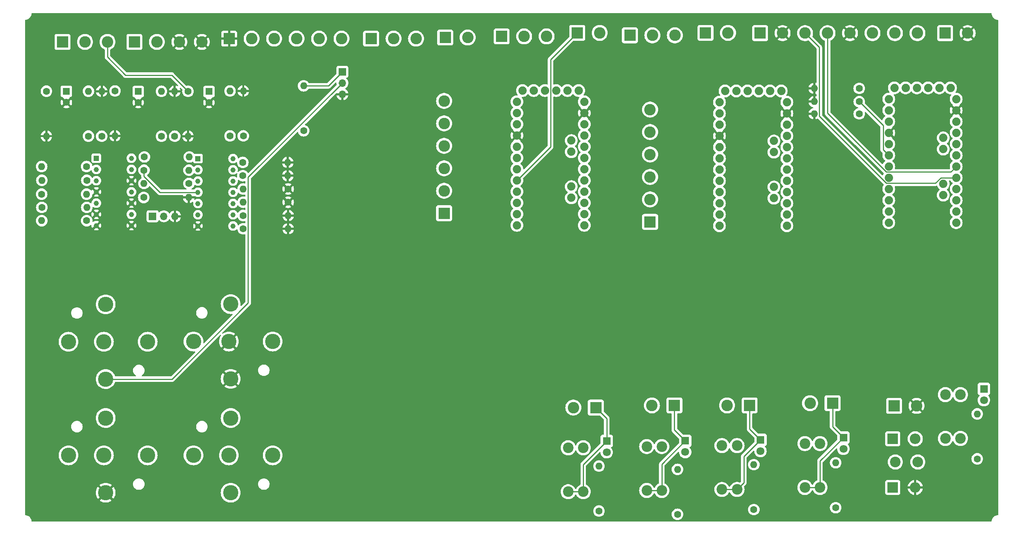
<source format=gbr>
%TF.GenerationSoftware,KiCad,Pcbnew,7.0.8*%
%TF.CreationDate,2024-04-24T16:06:16-06:00*%
%TF.ProjectId,Motherboard23-24,4d6f7468-6572-4626-9f61-726432332d32,rev?*%
%TF.SameCoordinates,Original*%
%TF.FileFunction,Copper,L2,Bot*%
%TF.FilePolarity,Positive*%
%FSLAX46Y46*%
G04 Gerber Fmt 4.6, Leading zero omitted, Abs format (unit mm)*
G04 Created by KiCad (PCBNEW 7.0.8) date 2024-04-24 16:06:16*
%MOMM*%
%LPD*%
G01*
G04 APERTURE LIST*
%TA.AperFunction,ComponentPad*%
%ADD10R,2.600000X2.600000*%
%TD*%
%TA.AperFunction,ComponentPad*%
%ADD11C,2.600000*%
%TD*%
%TA.AperFunction,ComponentPad*%
%ADD12C,2.400000*%
%TD*%
%TA.AperFunction,ComponentPad*%
%ADD13C,3.450000*%
%TD*%
%TA.AperFunction,ComponentPad*%
%ADD14C,1.600000*%
%TD*%
%TA.AperFunction,ComponentPad*%
%ADD15O,1.600000X1.600000*%
%TD*%
%TA.AperFunction,ComponentPad*%
%ADD16R,1.600000X1.600000*%
%TD*%
%TA.AperFunction,ComponentPad*%
%ADD17C,1.879600*%
%TD*%
%TA.AperFunction,ComponentPad*%
%ADD18O,2.400000X2.400000*%
%TD*%
%TA.AperFunction,ComponentPad*%
%ADD19R,1.170000X1.170000*%
%TD*%
%TA.AperFunction,ComponentPad*%
%ADD20C,1.170000*%
%TD*%
%TA.AperFunction,ComponentPad*%
%ADD21R,1.800000X1.800000*%
%TD*%
%TA.AperFunction,ComponentPad*%
%ADD22C,1.800000*%
%TD*%
%TA.AperFunction,ComponentPad*%
%ADD23R,2.400000X2.400000*%
%TD*%
%TA.AperFunction,ComponentPad*%
%ADD24R,1.700000X1.700000*%
%TD*%
%TA.AperFunction,ComponentPad*%
%ADD25O,1.700000X1.700000*%
%TD*%
%TA.AperFunction,Conductor*%
%ADD26C,0.250000*%
%TD*%
G04 APERTURE END LIST*
D10*
%TO.P,J4,1,Pin_1*%
%TO.N,/Safety Circuit/Neutral*%
X36000000Y-29000000D03*
D11*
%TO.P,J4,2,Pin_2*%
%TO.N,/Safety Circuit/Brake*%
X41080000Y-29000000D03*
%TO.P,J4,3,Pin_3*%
%TO.N,/Safety Circuit/Seat*%
X46160000Y-29000000D03*
%TD*%
D12*
%TO.P,F5,1*%
%TO.N,Net-(J6-Pin_2)*%
X207200000Y-119827500D03*
%TO.P,F5,2*%
%TO.N,Net-(D4-K)*%
X207200000Y-129747500D03*
%TO.P,F5,3*%
%TO.N,Net-(J6-Pin_2)*%
X203800000Y-119827500D03*
%TO.P,F5,4*%
%TO.N,Net-(D4-K)*%
X203800000Y-129747500D03*
%TD*%
D10*
%TO.P,J3,1,Pin_1*%
%TO.N,Net-(D2-K)*%
X174295000Y-111195000D03*
D11*
%TO.P,J3,2,Pin_2*%
%TO.N,Net-(J3-Pin_2)*%
X169215000Y-111195000D03*
%TD*%
D10*
%TO.P,J17,1,Pin_1*%
%TO.N,Net-(J17-Pin_1)*%
X122500000Y-28000000D03*
D11*
%TO.P,J17,2,Pin_2*%
%TO.N,Safety_Signal*%
X127580000Y-28000000D03*
%TD*%
D13*
%TO.P,J15,30,30*%
%TO.N,+12V*%
X55250000Y-122500000D03*
%TO.P,J15,85,85*%
%TO.N,GND*%
X45750000Y-130950000D03*
%TO.P,J15,86,86*%
%TO.N,Net-(J12-Pad87)*%
X45750000Y-114050000D03*
%TO.P,J15,87,87*%
%TO.N,Net-(J14-Pin_2)*%
X37350000Y-122500000D03*
%TO.P,J15,87A,87A*%
%TO.N,unconnected-(J15-Pad87A)*%
X45350000Y-122500000D03*
%TD*%
D14*
%TO.P,R8,1*%
%TO.N,/Safety Circuit/Seat*%
X64360000Y-40170000D03*
D15*
%TO.P,R8,2*%
%TO.N,GND*%
X64360000Y-50330000D03*
%TD*%
D14*
%TO.P,R16,1*%
%TO.N,Net-(U3-F)*%
X76830000Y-68250000D03*
D15*
%TO.P,R16,2*%
%TO.N,GND*%
X86990000Y-68250000D03*
%TD*%
D14*
%TO.P,R22,1*%
%TO.N,+12V*%
X31280000Y-63420000D03*
D15*
%TO.P,R22,2*%
%TO.N,Net-(U4-E)*%
X41440000Y-63420000D03*
%TD*%
D10*
%TO.P,J24,1,Pin_1*%
%TO.N,Net-(J24-Pin_1)*%
X181335000Y-26950000D03*
D11*
%TO.P,J24,2,Pin_2*%
%TO.N,Net-(J24-Pin_2)*%
X186415000Y-26950000D03*
%TD*%
D14*
%TO.P,R29,1*%
%TO.N,Net-(Q1-G)*%
X54360000Y-64170000D03*
D15*
%TO.P,R29,2*%
%TO.N,GND*%
X64520000Y-64170000D03*
%TD*%
D10*
%TO.P,J21,1,Pin_1*%
%TO.N,Net-(J21-Pin_1)*%
X235500000Y-27000000D03*
D11*
%TO.P,J21,2,Pin_2*%
%TO.N,GND*%
X240580000Y-27000000D03*
%TD*%
D10*
%TO.P,J10,1,Pin_1*%
%TO.N,Safety_Signal*%
X52250000Y-29000000D03*
D11*
%TO.P,J10,2,Pin_2*%
%TO.N,+12V*%
X57330000Y-29000000D03*
%TO.P,J10,3,Pin_3*%
%TO.N,GND*%
X62410000Y-29000000D03*
%TO.P,J10,4,Pin_4*%
X67490000Y-29000000D03*
%TD*%
D13*
%TO.P,J16,30,30*%
%TO.N,+12V*%
X83500000Y-122500000D03*
%TO.P,J16,85,85*%
%TO.N,Net-(J17-Pin_1)*%
X74000000Y-130950000D03*
%TO.P,J16,86,86*%
%TO.N,Net-(J12-Pad87)*%
X74000000Y-114050000D03*
%TO.P,J16,87,87*%
%TO.N,Net-(J14-Pin_3)*%
X65600000Y-122500000D03*
%TO.P,J16,87A,87A*%
%TO.N,unconnected-(J16-Pad87A)*%
X73600000Y-122500000D03*
%TD*%
D14*
%TO.P,R28,1*%
%TO.N,Net-(U4-~{A})*%
X54500000Y-55000000D03*
D15*
%TO.P,R28,2*%
%TO.N,/Safety Circuit/Neutral_Inverted*%
X64660000Y-55000000D03*
%TD*%
D10*
%TO.P,J2,1,Pin_1*%
%TO.N,Net-(D1-K)*%
X156545000Y-111695000D03*
D11*
%TO.P,J2,2,Pin_2*%
%TO.N,Net-(J2-Pin_2)*%
X151465000Y-111695000D03*
%TD*%
D10*
%TO.P,J19,1,Pin_1*%
%TO.N,Net-(J19-Pin_1)*%
X122250000Y-67740000D03*
D11*
%TO.P,J19,2,Pin_2*%
%TO.N,Net-(J19-Pin_2)*%
X122250000Y-62660000D03*
%TO.P,J19,3,Pin_3*%
%TO.N,Net-(J19-Pin_3)*%
X122250000Y-57580000D03*
%TO.P,J19,4,Pin_4*%
%TO.N,Net-(J19-Pin_4)*%
X122250000Y-52500000D03*
%TO.P,J19,5,Pin_5*%
%TO.N,Net-(J19-Pin_5)*%
X122250000Y-47420000D03*
%TO.P,J19,6,Pin_6*%
%TO.N,Net-(J19-Pin_6)*%
X122250000Y-42340000D03*
%TD*%
D16*
%TO.P,C1,1*%
%TO.N,/Safety Circuit/Neutral*%
X36860000Y-40170000D03*
D14*
%TO.P,C1,2*%
%TO.N,GND*%
X36860000Y-42670000D03*
%TD*%
D12*
%TO.P,F1,1*%
%TO.N,Net-(J2-Pin_2)*%
X153700000Y-120790000D03*
%TO.P,F1,2*%
%TO.N,Net-(D1-K)*%
X153700000Y-130710000D03*
%TO.P,F1,3*%
%TO.N,Net-(J2-Pin_2)*%
X150300000Y-120790000D03*
%TO.P,F1,4*%
%TO.N,Net-(D1-K)*%
X150300000Y-130710000D03*
%TD*%
%TO.P,F2,1*%
%TO.N,Net-(J3-Pin_2)*%
X171450000Y-120502500D03*
%TO.P,F2,2*%
%TO.N,Net-(D2-K)*%
X171450000Y-130422500D03*
%TO.P,F2,3*%
%TO.N,Net-(J3-Pin_2)*%
X168050000Y-120502500D03*
%TO.P,F2,4*%
%TO.N,Net-(D2-K)*%
X168050000Y-130422500D03*
%TD*%
D10*
%TO.P,J1,1,Pin_1*%
%TO.N,Net-(J1-Pin_1)*%
X168805000Y-69700000D03*
D11*
%TO.P,J1,2,Pin_2*%
%TO.N,Net-(J1-Pin_2)*%
X168805000Y-64620000D03*
%TO.P,J1,3,Pin_3*%
%TO.N,Net-(J1-Pin_3)*%
X168805000Y-59540000D03*
%TO.P,J1,4,Pin_4*%
%TO.N,Net-(J1-Pin_4)*%
X168805000Y-54460000D03*
%TO.P,J1,5,Pin_5*%
%TO.N,Net-(J1-Pin_5)*%
X168805000Y-49380000D03*
%TO.P,J1,6,Pin_6*%
%TO.N,Net-(J1-Pin_6)*%
X168805000Y-44300000D03*
%TD*%
D10*
%TO.P,J8,1,Pin_1*%
%TO.N,+5V*%
X193670000Y-27000000D03*
D11*
%TO.P,J8,2,Pin_2*%
%TO.N,GND*%
X198750000Y-27000000D03*
%TO.P,J8,3,Pin_3*%
%TO.N,Net-(J8-Pin_3)*%
X203830000Y-27000000D03*
%TO.P,J8,4,Pin_4*%
%TO.N,Net-(J8-Pin_4)*%
X208910000Y-27000000D03*
%TO.P,J8,5,Pin_5*%
%TO.N,GND*%
X213990000Y-27000000D03*
%TO.P,J8,6,Pin_6*%
%TO.N,Net-(J8-Pin_6)*%
X219070000Y-27000000D03*
%TO.P,J8,7,Pin_7*%
%TO.N,Net-(J8-Pin_7)*%
X224150000Y-27000000D03*
%TO.P,J8,8,Pin_8*%
%TO.N,Net-(J8-Pin_8)*%
X229230000Y-27000000D03*
%TD*%
D17*
%TO.P,U5,JP1_1,DTR*%
%TO.N,unconnected-(U5-DTR-PadJP1_1)*%
X236720000Y-39380000D03*
%TO.P,U5,JP1_2,TXO*%
%TO.N,unconnected-(U5-TXO-PadJP1_2)*%
X234180000Y-39380000D03*
%TO.P,U5,JP1_3,RXI*%
%TO.N,unconnected-(U5-RXI-PadJP1_3)*%
X231640000Y-39380000D03*
%TO.P,U5,JP1_4,VCC*%
%TO.N,unconnected-(U5-VCC-PadJP1_4)*%
X229100000Y-39380000D03*
%TO.P,U5,JP1_5,GND*%
%TO.N,Net-(U5-GND-PadJP1_5)*%
X226560000Y-39380000D03*
%TO.P,U5,JP1_6,GND*%
X224020000Y-39380000D03*
%TO.P,U5,JP2_1,A4*%
%TO.N,unconnected-(U5-A4-PadJP2_1)*%
X235069000Y-53223000D03*
%TO.P,U5,JP2_2,A5*%
%TO.N,unconnected-(U5-A5-PadJP2_2)*%
X235069000Y-50683000D03*
%TO.P,U5,JP3_1,A6*%
%TO.N,unconnected-(U5-A6-PadJP3_1)*%
X235069000Y-63637000D03*
%TO.P,U5,JP3_2,A7*%
%TO.N,unconnected-(U5-A7-PadJP3_2)*%
X235069000Y-61097000D03*
%TO.P,U5,JP6_1,RAW*%
%TO.N,unconnected-(U5-RAW-PadJP6_1)*%
X237990000Y-41920000D03*
%TO.P,U5,JP6_2,GND_1*%
%TO.N,GND*%
X237990000Y-44460000D03*
%TO.P,U5,JP6_3,RST_1*%
%TO.N,unconnected-(U5-RST_1-PadJP6_3)*%
X237990000Y-47000000D03*
%TO.P,U5,JP6_4,VCC_1*%
%TO.N,+5V*%
X237990000Y-49540000D03*
%TO.P,U5,JP6_5,A3*%
%TO.N,unconnected-(U5-A3-PadJP6_5)*%
X237990000Y-52080000D03*
%TO.P,U5,JP6_6,A2*%
%TO.N,unconnected-(U5-A2-PadJP6_6)*%
X237990000Y-54620000D03*
%TO.P,U5,JP6_7,A1*%
%TO.N,Net-(J8-Pin_4)*%
X237990000Y-57160000D03*
%TO.P,U5,JP6_8,A0*%
%TO.N,Net-(J8-Pin_3)*%
X237990000Y-59700000D03*
%TO.P,U5,JP6_9,SCK*%
%TO.N,unconnected-(U5-SCK-PadJP6_9)*%
X237990000Y-62240000D03*
%TO.P,U5,JP6_10,MISO*%
%TO.N,unconnected-(U5-MISO-PadJP6_10)*%
X237990000Y-64780000D03*
%TO.P,U5,JP6_11,MOSI*%
%TO.N,unconnected-(U5-MOSI-PadJP6_11)*%
X237990000Y-67320000D03*
%TO.P,U5,JP6_12,D10*%
%TO.N,unconnected-(U5-D10-PadJP6_12)*%
X237990000Y-69860000D03*
%TO.P,U5,JP7_1,D9*%
%TO.N,Net-(J21-Pin_1)*%
X222750000Y-69860000D03*
%TO.P,U5,JP7_2,D8*%
%TO.N,unconnected-(U5-D8-PadJP7_2)*%
X222750000Y-67320000D03*
%TO.P,U5,JP7_3,D7*%
%TO.N,unconnected-(U5-D7-PadJP7_3)*%
X222750000Y-64780000D03*
%TO.P,U5,JP7_4,D6*%
%TO.N,unconnected-(U5-D6-PadJP7_4)*%
X222750000Y-62240000D03*
%TO.P,U5,JP7_5,D5*%
%TO.N,unconnected-(U5-D5-PadJP7_5)*%
X222750000Y-59700000D03*
%TO.P,U5,JP7_6,D4*%
%TO.N,Net-(J8-Pin_8)*%
X222750000Y-57160000D03*
%TO.P,U5,JP7_7,D3*%
%TO.N,Net-(J8-Pin_7)*%
X222750000Y-54620000D03*
%TO.P,U5,JP7_8,D2*%
%TO.N,Net-(J8-Pin_6)*%
X222750000Y-52080000D03*
%TO.P,U5,JP7_9,GND_2*%
%TO.N,GND*%
X222750000Y-49540000D03*
%TO.P,U5,JP7_10,RST_2*%
%TO.N,unconnected-(U5-RST_2-PadJP7_10)*%
X222750000Y-47000000D03*
%TO.P,U5,JP7_11,RXI_2*%
%TO.N,unconnected-(U5-RXI_2-PadJP7_11)*%
X222750000Y-44460000D03*
%TO.P,U5,JP7_12,TXO_2*%
%TO.N,unconnected-(U5-TXO_2-PadJP7_12)*%
X222750000Y-41920000D03*
%TD*%
D14*
%TO.P,R13,1*%
%TO.N,/Safety Circuit/Brake_Output*%
X61360000Y-50320000D03*
D15*
%TO.P,R13,2*%
%TO.N,GND*%
X61360000Y-40160000D03*
%TD*%
D14*
%TO.P,R15,1*%
%TO.N,Net-(U3-E)*%
X76830000Y-71250000D03*
D15*
%TO.P,R15,2*%
%TO.N,GND*%
X86990000Y-71250000D03*
%TD*%
D14*
%TO.P,R7,1*%
%TO.N,/Safety Circuit/Brake*%
X47860000Y-40090000D03*
D15*
%TO.P,R7,2*%
%TO.N,GND*%
X47860000Y-50250000D03*
%TD*%
D10*
%TO.P,J6,1,Pin_1*%
%TO.N,Net-(D4-K)*%
X210045000Y-110695000D03*
D11*
%TO.P,J6,2,Pin_2*%
%TO.N,Net-(J6-Pin_2)*%
X204965000Y-110695000D03*
%TD*%
D14*
%TO.P,R1,1*%
%TO.N,Net-(J2-Pin_2)*%
X157250000Y-135080000D03*
D15*
%TO.P,R1,2*%
%TO.N,Net-(D1-A)*%
X157250000Y-124920000D03*
%TD*%
D14*
%TO.P,R23,1*%
%TO.N,Net-(U4-F)*%
X41440000Y-57170000D03*
D15*
%TO.P,R23,2*%
%TO.N,+12V*%
X31280000Y-57170000D03*
%TD*%
D14*
%TO.P,R27,1*%
%TO.N,GND*%
X86990000Y-62250000D03*
D15*
%TO.P,R27,2*%
%TO.N,Net-(U3-M=G.M)*%
X76830000Y-62250000D03*
%TD*%
D14*
%TO.P,R4,1*%
%TO.N,Net-(J5-Pin_2)*%
X192250000Y-134750000D03*
D15*
%TO.P,R4,2*%
%TO.N,Net-(D3-A)*%
X192250000Y-124590000D03*
%TD*%
D12*
%TO.P,F3,1*%
%TO.N,Net-(D9-K)*%
X238950000Y-108752500D03*
%TO.P,F3,2*%
%TO.N,+5V*%
X238950000Y-118672500D03*
%TO.P,F3,3*%
%TO.N,Net-(D9-K)*%
X235550000Y-108752500D03*
%TO.P,F3,4*%
%TO.N,+5V*%
X235550000Y-118672500D03*
%TD*%
%TO.P,TH2,1*%
%TO.N,Net-(D9-K)*%
X224235000Y-124000000D03*
D18*
%TO.P,TH2,2*%
%TO.N,Net-(D8-A)*%
X229315000Y-124000000D03*
%TD*%
D14*
%TO.P,R19,1*%
%TO.N,Net-(U4-B)*%
X41490000Y-60300000D03*
D15*
%TO.P,R19,2*%
%TO.N,+12V*%
X31330000Y-60300000D03*
%TD*%
D19*
%TO.P,U3,1,A*%
%TO.N,/Safety Circuit/Neutral_Inverted*%
X66610000Y-55380000D03*
D20*
%TO.P,U3,2,B*%
%TO.N,Net-(U3-B)*%
X66610000Y-57920000D03*
%TO.P,U3,3,J=A.B*%
%TO.N,Net-(U3-J=A.B)*%
X66610000Y-60460000D03*
%TO.P,U3,4,K=C.D*%
%TO.N,Net-(U3-K=C.D)*%
X66610000Y-63000000D03*
%TO.P,U3,5,C*%
%TO.N,/Safety Circuit/Seat_Output*%
X66610000Y-65540000D03*
%TO.P,U3,6,D*%
%TO.N,/Safety Circuit/Brake_Output*%
X66610000Y-68080000D03*
%TO.P,U3,7,VSS*%
%TO.N,GND*%
X66610000Y-70620000D03*
%TO.P,U3,8,E*%
%TO.N,Net-(U3-E)*%
X74550000Y-70620000D03*
%TO.P,U3,9,F*%
%TO.N,Net-(U3-F)*%
X74550000Y-68080000D03*
%TO.P,U3,10,L=E.F*%
%TO.N,Net-(U3-L=E.F)*%
X74550000Y-65540000D03*
%TO.P,U3,11,M=G.M*%
%TO.N,Net-(U3-M=G.M)*%
X74550000Y-63000000D03*
%TO.P,U3,12,G*%
%TO.N,Net-(U3-G)*%
X74550000Y-60460000D03*
%TO.P,U3,13,H*%
%TO.N,Net-(U3-H)*%
X74550000Y-57920000D03*
%TO.P,U3,14,VDD*%
%TO.N,+12V*%
X74550000Y-55380000D03*
%TD*%
D14*
%TO.P,R9,1*%
%TO.N,/Safety Circuit/Neutral_Output*%
X41860000Y-50294888D03*
D15*
%TO.P,R9,2*%
%TO.N,/Safety Circuit/Neutral*%
X41860000Y-40134888D03*
%TD*%
D17*
%TO.P,U2,JP1_1,DTR*%
%TO.N,unconnected-(U2-DTR-PadJP1_1)*%
X198450000Y-40090000D03*
%TO.P,U2,JP1_2,TXO*%
%TO.N,unconnected-(U2-TXO-PadJP1_2)*%
X195910000Y-40090000D03*
%TO.P,U2,JP1_3,RXI*%
%TO.N,unconnected-(U2-RXI-PadJP1_3)*%
X193370000Y-40090000D03*
%TO.P,U2,JP1_4,VCC*%
%TO.N,unconnected-(U2-VCC-PadJP1_4)*%
X190830000Y-40090000D03*
%TO.P,U2,JP1_5,GND*%
%TO.N,Net-(U2-GND-PadJP1_5)*%
X188290000Y-40090000D03*
%TO.P,U2,JP1_6,GND*%
X185750000Y-40090000D03*
%TO.P,U2,JP2_1,A4*%
%TO.N,unconnected-(U2-A4-PadJP2_1)*%
X196799000Y-53933000D03*
%TO.P,U2,JP2_2,A5*%
%TO.N,unconnected-(U2-A5-PadJP2_2)*%
X196799000Y-51393000D03*
%TO.P,U2,JP3_1,A6*%
%TO.N,unconnected-(U2-A6-PadJP3_1)*%
X196799000Y-64347000D03*
%TO.P,U2,JP3_2,A7*%
%TO.N,unconnected-(U2-A7-PadJP3_2)*%
X196799000Y-61807000D03*
%TO.P,U2,JP6_1,RAW*%
%TO.N,unconnected-(U2-RAW-PadJP6_1)*%
X199720000Y-42630000D03*
%TO.P,U2,JP6_2,GND_1*%
%TO.N,GND*%
X199720000Y-45170000D03*
%TO.P,U2,JP6_3,RST_1*%
%TO.N,unconnected-(U2-RST_1-PadJP6_3)*%
X199720000Y-47710000D03*
%TO.P,U2,JP6_4,VCC_1*%
%TO.N,+5V*%
X199720000Y-50250000D03*
%TO.P,U2,JP6_5,A3*%
%TO.N,unconnected-(U2-A3-PadJP6_5)*%
X199720000Y-52790000D03*
%TO.P,U2,JP6_6,A2*%
%TO.N,Net-(J1-Pin_3)*%
X199720000Y-55330000D03*
%TO.P,U2,JP6_7,A1*%
%TO.N,Net-(J1-Pin_2)*%
X199720000Y-57870000D03*
%TO.P,U2,JP6_8,A0*%
%TO.N,Net-(J1-Pin_1)*%
X199720000Y-60410000D03*
%TO.P,U2,JP6_9,SCK*%
%TO.N,unconnected-(U2-SCK-PadJP6_9)*%
X199720000Y-62950000D03*
%TO.P,U2,JP6_10,MISO*%
%TO.N,unconnected-(U2-MISO-PadJP6_10)*%
X199720000Y-65490000D03*
%TO.P,U2,JP6_11,MOSI*%
%TO.N,unconnected-(U2-MOSI-PadJP6_11)*%
X199720000Y-68030000D03*
%TO.P,U2,JP6_12,D10*%
%TO.N,unconnected-(U2-D10-PadJP6_12)*%
X199720000Y-70570000D03*
%TO.P,U2,JP7_1,D9*%
%TO.N,Net-(J1-Pin_4)*%
X184480000Y-70570000D03*
%TO.P,U2,JP7_2,D8*%
%TO.N,Net-(J1-Pin_5)*%
X184480000Y-68030000D03*
%TO.P,U2,JP7_3,D7*%
%TO.N,Net-(J1-Pin_6)*%
X184480000Y-65490000D03*
%TO.P,U2,JP7_4,D6*%
%TO.N,unconnected-(U2-D6-PadJP7_4)*%
X184480000Y-62950000D03*
%TO.P,U2,JP7_5,D5*%
%TO.N,Net-(J24-Pin_1)*%
X184480000Y-60410000D03*
%TO.P,U2,JP7_6,D4*%
%TO.N,Net-(J24-Pin_2)*%
X184480000Y-57870000D03*
%TO.P,U2,JP7_7,D3*%
%TO.N,Net-(J23-Pin_1)*%
X184480000Y-55330000D03*
%TO.P,U2,JP7_8,D2*%
%TO.N,Net-(J23-Pin_2)*%
X184480000Y-52790000D03*
%TO.P,U2,JP7_9,GND_2*%
%TO.N,GND*%
X184480000Y-50250000D03*
%TO.P,U2,JP7_10,RST_2*%
%TO.N,unconnected-(U2-RST_2-PadJP7_10)*%
X184480000Y-47710000D03*
%TO.P,U2,JP7_11,RXI_2*%
%TO.N,unconnected-(U2-RXI_2-PadJP7_11)*%
X184480000Y-45170000D03*
%TO.P,U2,JP7_12,TXO_2*%
%TO.N,unconnected-(U2-TXO_2-PadJP7_12)*%
X184480000Y-42630000D03*
%TD*%
D10*
%TO.P,J23,1,Pin_1*%
%TO.N,Net-(J23-Pin_1)*%
X164250000Y-27500000D03*
D11*
%TO.P,J23,2,Pin_2*%
%TO.N,Net-(J23-Pin_2)*%
X169330000Y-27500000D03*
%TO.P,J23,3,Pin_3*%
%TO.N,+5V*%
X174410000Y-27500000D03*
%TD*%
D14*
%TO.P,R20,1*%
%TO.N,+12V*%
X31330000Y-66420000D03*
D15*
%TO.P,R20,2*%
%TO.N,Net-(U4-C)*%
X41490000Y-66420000D03*
%TD*%
D14*
%TO.P,R18,1*%
%TO.N,Net-(U3-H)*%
X76750000Y-56250000D03*
D15*
%TO.P,R18,2*%
%TO.N,GND*%
X86910000Y-56250000D03*
%TD*%
D14*
%TO.P,R2,1*%
%TO.N,Net-(J3-Pin_2)*%
X175000000Y-135830000D03*
D15*
%TO.P,R2,2*%
%TO.N,Net-(D2-A)*%
X175000000Y-125670000D03*
%TD*%
D21*
%TO.P,D2,1,K*%
%TO.N,Net-(D2-K)*%
X176750000Y-119210000D03*
D22*
%TO.P,D2,2,A*%
%TO.N,Net-(D2-A)*%
X176750000Y-121750000D03*
%TD*%
D13*
%TO.P,J13,30,30*%
%TO.N,Net-(J14-Pin_1)*%
X83500000Y-96750000D03*
%TO.P,J13,85,85*%
%TO.N,GND*%
X74000000Y-105200000D03*
%TO.P,J13,86,86*%
%TO.N,Net-(J12-Pad87)*%
X74000000Y-88300000D03*
%TO.P,J13,87,87*%
%TO.N,unconnected-(J13-Pad87)*%
X65600000Y-96750000D03*
%TO.P,J13,87A,87A*%
%TO.N,GND*%
X73600000Y-96750000D03*
%TD*%
D21*
%TO.P,D3,1,K*%
%TO.N,Net-(D3-K)*%
X193750000Y-118975000D03*
D22*
%TO.P,D3,2,A*%
%TO.N,Net-(D3-A)*%
X193750000Y-121515000D03*
%TD*%
D21*
%TO.P,D5,1,K*%
%TO.N,+5V*%
X244250000Y-107462500D03*
D22*
%TO.P,D5,2,A*%
%TO.N,Net-(D5-A)*%
X244250000Y-110002500D03*
%TD*%
D21*
%TO.P,D1,1,K*%
%TO.N,Net-(D1-K)*%
X159000000Y-119250000D03*
D22*
%TO.P,D1,2,A*%
%TO.N,Net-(D1-A)*%
X159000000Y-121790000D03*
%TD*%
D10*
%TO.P,J11,1,Pin_1*%
%TO.N,GND*%
X73670000Y-28250000D03*
D11*
%TO.P,J11,2,Pin_2*%
%TO.N,+12V*%
X78750000Y-28250000D03*
%TO.P,J11,3,Pin_3*%
%TO.N,Net-(J11-Pin_3)*%
X83830000Y-28250000D03*
%TO.P,J11,4,Pin_4*%
X88910000Y-28250000D03*
%TO.P,J11,5,Pin_5*%
%TO.N,Net-(J11-Pin_5)*%
X93990000Y-28250000D03*
%TO.P,J11,6,Pin_6*%
%TO.N,/SafetyStart/Comp_Switch*%
X99070000Y-28250000D03*
%TD*%
D14*
%TO.P,R24,1*%
%TO.N,Net-(U3-K=C.D)*%
X54420000Y-58000000D03*
D15*
%TO.P,R24,2*%
%TO.N,Net-(U3-B)*%
X64580000Y-58000000D03*
%TD*%
D14*
%TO.P,R30,1*%
%TO.N,+12V*%
X90500000Y-49080000D03*
D15*
%TO.P,R30,2*%
%TO.N,/SafetyStart/Comp_Switch*%
X90500000Y-38920000D03*
%TD*%
D23*
%TO.P,D9,1,K*%
%TO.N,Net-(D9-K)*%
X223660000Y-129750000D03*
D18*
%TO.P,D9,2,A*%
%TO.N,GND*%
X228740000Y-129750000D03*
%TD*%
D14*
%TO.P,R12,1*%
%TO.N,/Safety Circuit/Neutral_Output*%
X44860000Y-50320000D03*
D15*
%TO.P,R12,2*%
%TO.N,GND*%
X44860000Y-40160000D03*
%TD*%
D16*
%TO.P,C3,1*%
%TO.N,/Safety Circuit/Seat*%
X69110000Y-40214888D03*
D14*
%TO.P,C3,2*%
%TO.N,GND*%
X69110000Y-42714888D03*
%TD*%
D13*
%TO.P,J12,30,30*%
%TO.N,+12V*%
X55250000Y-96800000D03*
%TO.P,J12,85,85*%
%TO.N,Net-(Q2-D)*%
X45750000Y-105250000D03*
%TO.P,J12,86,86*%
%TO.N,Net-(J11-Pin_5)*%
X45750000Y-88350000D03*
%TO.P,J12,87,87*%
%TO.N,Net-(J12-Pad87)*%
X37350000Y-96800000D03*
%TO.P,J12,87A,87A*%
%TO.N,unconnected-(J12-Pad87A)*%
X45350000Y-96800000D03*
%TD*%
D14*
%TO.P,R32,1*%
%TO.N,Net-(J8-Pin_7)*%
X216080000Y-42500000D03*
D15*
%TO.P,R32,2*%
%TO.N,GND*%
X205920000Y-42500000D03*
%TD*%
D10*
%TO.P,J7,1,Pin_1*%
%TO.N,Net-(J7-Pin_1)*%
X135250000Y-27750000D03*
D11*
%TO.P,J7,2,Pin_2*%
%TO.N,Net-(J7-Pin_2)*%
X140330000Y-27750000D03*
%TO.P,J7,3,Pin_3*%
%TO.N,+5V*%
X145410000Y-27750000D03*
%TD*%
D12*
%TO.P,F4,1*%
%TO.N,Net-(J5-Pin_2)*%
X188450000Y-120290000D03*
%TO.P,F4,2*%
%TO.N,Net-(D3-K)*%
X188450000Y-130210000D03*
%TO.P,F4,3*%
%TO.N,Net-(J5-Pin_2)*%
X185050000Y-120290000D03*
%TO.P,F4,4*%
%TO.N,Net-(D3-K)*%
X185050000Y-130210000D03*
%TD*%
D14*
%TO.P,R6,1*%
%TO.N,/Safety Circuit/Neutral*%
X32360000Y-40134888D03*
D15*
%TO.P,R6,2*%
%TO.N,GND*%
X32360000Y-50294888D03*
%TD*%
D14*
%TO.P,R25,1*%
%TO.N,Net-(U3-J=A.B)*%
X64580000Y-61000000D03*
D15*
%TO.P,R25,2*%
%TO.N,Net-(Q1-G)*%
X54420000Y-61000000D03*
%TD*%
D19*
%TO.P,U4,1,A*%
%TO.N,/Safety Circuit/Neutral_Output*%
X43640000Y-55300000D03*
D20*
%TO.P,U4,2,~{A}*%
%TO.N,Net-(U4-~{A})*%
X43640000Y-57840000D03*
%TO.P,U4,3,B*%
%TO.N,Net-(U4-B)*%
X43640000Y-60380000D03*
%TO.P,U4,4,~{B}*%
%TO.N,GND*%
X43640000Y-62920000D03*
%TO.P,U4,5,C*%
%TO.N,Net-(U4-C)*%
X43640000Y-65460000D03*
%TO.P,U4,6,~{C}*%
%TO.N,GND*%
X43640000Y-68000000D03*
%TO.P,U4,7,VSS*%
X43640000Y-70540000D03*
%TO.P,U4,8,~{D}*%
X51580000Y-70540000D03*
%TO.P,U4,9,D*%
%TO.N,Net-(U4-D)*%
X51580000Y-68000000D03*
%TO.P,U4,10,~{E}*%
%TO.N,GND*%
X51580000Y-65460000D03*
%TO.P,U4,11,E*%
%TO.N,Net-(U4-E)*%
X51580000Y-62920000D03*
%TO.P,U4,12,~{F}*%
%TO.N,GND*%
X51580000Y-60380000D03*
%TO.P,U4,13,F*%
%TO.N,Net-(U4-F)*%
X51580000Y-57840000D03*
%TO.P,U4,14,VDD*%
%TO.N,+12V*%
X51580000Y-55300000D03*
%TD*%
D14*
%TO.P,R3,1*%
%TO.N,Net-(D9-K)*%
X242750000Y-123292500D03*
D15*
%TO.P,R3,2*%
%TO.N,Net-(D5-A)*%
X242750000Y-113132500D03*
%TD*%
D16*
%TO.P,C2,1*%
%TO.N,/Safety Circuit/Brake*%
X53110000Y-40214888D03*
D14*
%TO.P,C2,2*%
%TO.N,GND*%
X53110000Y-42714888D03*
%TD*%
%TO.P,R26,1*%
%TO.N,GND*%
X86990000Y-65250000D03*
D15*
%TO.P,R26,2*%
%TO.N,Net-(U3-L=E.F)*%
X76830000Y-65250000D03*
%TD*%
D17*
%TO.P,U1,JP1_1,DTR*%
%TO.N,unconnected-(U1-DTR-PadJP1_1)*%
X152660000Y-40000000D03*
%TO.P,U1,JP1_2,TXO*%
%TO.N,unconnected-(U1-TXO-PadJP1_2)*%
X150120000Y-40000000D03*
%TO.P,U1,JP1_3,RXI*%
%TO.N,unconnected-(U1-RXI-PadJP1_3)*%
X147580000Y-40000000D03*
%TO.P,U1,JP1_4,VCC*%
%TO.N,unconnected-(U1-VCC-PadJP1_4)*%
X145040000Y-40000000D03*
%TO.P,U1,JP1_5,GND*%
%TO.N,Net-(U1-GND-PadJP1_5)*%
X142500000Y-40000000D03*
%TO.P,U1,JP1_6,GND*%
X139960000Y-40000000D03*
%TO.P,U1,JP2_1,A4*%
%TO.N,unconnected-(U1-A4-PadJP2_1)*%
X151009000Y-53843000D03*
%TO.P,U1,JP2_2,A5*%
%TO.N,unconnected-(U1-A5-PadJP2_2)*%
X151009000Y-51303000D03*
%TO.P,U1,JP3_1,A6*%
%TO.N,unconnected-(U1-A6-PadJP3_1)*%
X151009000Y-64257000D03*
%TO.P,U1,JP3_2,A7*%
%TO.N,unconnected-(U1-A7-PadJP3_2)*%
X151009000Y-61717000D03*
%TO.P,U1,JP6_1,RAW*%
%TO.N,unconnected-(U1-RAW-PadJP6_1)*%
X153930000Y-42540000D03*
%TO.P,U1,JP6_2,GND_1*%
%TO.N,GND*%
X153930000Y-45080000D03*
%TO.P,U1,JP6_3,RST_1*%
%TO.N,unconnected-(U1-RST_1-PadJP6_3)*%
X153930000Y-47620000D03*
%TO.P,U1,JP6_4,VCC_1*%
%TO.N,+5V*%
X153930000Y-50160000D03*
%TO.P,U1,JP6_5,A3*%
%TO.N,unconnected-(U1-A3-PadJP6_5)*%
X153930000Y-52700000D03*
%TO.P,U1,JP6_6,A2*%
%TO.N,Net-(J19-Pin_3)*%
X153930000Y-55240000D03*
%TO.P,U1,JP6_7,A1*%
%TO.N,Net-(J19-Pin_2)*%
X153930000Y-57780000D03*
%TO.P,U1,JP6_8,A0*%
%TO.N,Net-(J19-Pin_1)*%
X153930000Y-60320000D03*
%TO.P,U1,JP6_9,SCK*%
%TO.N,unconnected-(U1-SCK-PadJP6_9)*%
X153930000Y-62860000D03*
%TO.P,U1,JP6_10,MISO*%
%TO.N,unconnected-(U1-MISO-PadJP6_10)*%
X153930000Y-65400000D03*
%TO.P,U1,JP6_11,MOSI*%
%TO.N,unconnected-(U1-MOSI-PadJP6_11)*%
X153930000Y-67940000D03*
%TO.P,U1,JP6_12,D10*%
%TO.N,unconnected-(U1-D10-PadJP6_12)*%
X153930000Y-70480000D03*
%TO.P,U1,JP7_1,D9*%
%TO.N,Net-(J19-Pin_4)*%
X138690000Y-70480000D03*
%TO.P,U1,JP7_2,D8*%
%TO.N,Net-(J19-Pin_5)*%
X138690000Y-67940000D03*
%TO.P,U1,JP7_3,D7*%
%TO.N,Net-(J19-Pin_6)*%
X138690000Y-65400000D03*
%TO.P,U1,JP7_4,D6*%
%TO.N,unconnected-(U1-D6-PadJP7_4)*%
X138690000Y-62860000D03*
%TO.P,U1,JP7_5,D5*%
%TO.N,Net-(J18-Pin_1)*%
X138690000Y-60320000D03*
%TO.P,U1,JP7_6,D4*%
%TO.N,Net-(J18-Pin_2)*%
X138690000Y-57780000D03*
%TO.P,U1,JP7_7,D3*%
%TO.N,Net-(J7-Pin_1)*%
X138690000Y-55240000D03*
%TO.P,U1,JP7_8,D2*%
%TO.N,Net-(J7-Pin_2)*%
X138690000Y-52700000D03*
%TO.P,U1,JP7_9,GND_2*%
%TO.N,GND*%
X138690000Y-50160000D03*
%TO.P,U1,JP7_10,RST_2*%
%TO.N,unconnected-(U1-RST_2-PadJP7_10)*%
X138690000Y-47620000D03*
%TO.P,U1,JP7_11,RXI_2*%
%TO.N,unconnected-(U1-RXI_2-PadJP7_11)*%
X138690000Y-45080000D03*
%TO.P,U1,JP7_12,TXO_2*%
%TO.N,unconnected-(U1-TXO_2-PadJP7_12)*%
X138690000Y-42540000D03*
%TD*%
D14*
%TO.P,R5,1*%
%TO.N,Net-(J6-Pin_2)*%
X210750000Y-134330000D03*
D15*
%TO.P,R5,2*%
%TO.N,Net-(D4-A)*%
X210750000Y-124170000D03*
%TD*%
D24*
%TO.P,Q1,1,G*%
%TO.N,Net-(Q1-G)*%
X56360000Y-68420000D03*
D25*
%TO.P,Q1,2,D*%
%TO.N,Safety_Signal*%
X58900000Y-68420000D03*
%TO.P,Q1,3,S*%
%TO.N,GND*%
X61440000Y-68420000D03*
%TD*%
D14*
%TO.P,R14,1*%
%TO.N,/Safety Circuit/Seat_Output*%
X76860000Y-50240000D03*
D15*
%TO.P,R14,2*%
%TO.N,GND*%
X76860000Y-40080000D03*
%TD*%
D14*
%TO.P,R31,1*%
%TO.N,Net-(J8-Pin_6)*%
X216080000Y-39500000D03*
D15*
%TO.P,R31,2*%
%TO.N,GND*%
X205920000Y-39500000D03*
%TD*%
D14*
%TO.P,R11,1*%
%TO.N,/Safety Circuit/Seat_Output*%
X73860000Y-50250000D03*
D15*
%TO.P,R11,2*%
%TO.N,/Safety Circuit/Seat*%
X73860000Y-40090000D03*
%TD*%
D10*
%TO.P,J9,1,Pin_1*%
%TO.N,Net-(D8-K)*%
X223955000Y-111305000D03*
D11*
%TO.P,J9,2,Pin_2*%
%TO.N,GND*%
X229035000Y-111305000D03*
%TD*%
D14*
%TO.P,R17,1*%
%TO.N,Net-(U3-G)*%
X76750000Y-59250000D03*
D15*
%TO.P,R17,2*%
%TO.N,GND*%
X86910000Y-59250000D03*
%TD*%
D24*
%TO.P,Q2,1,G*%
%TO.N,/SafetyStart/Comp_Switch*%
X99250000Y-35750000D03*
D25*
%TO.P,Q2,2,D*%
%TO.N,Net-(Q2-D)*%
X99250000Y-38290000D03*
%TO.P,Q2,3,S*%
%TO.N,GND*%
X99250000Y-40830000D03*
%TD*%
D23*
%TO.P,D8,1,K*%
%TO.N,Net-(D8-K)*%
X223660000Y-118750000D03*
D18*
%TO.P,D8,2,A*%
%TO.N,Net-(D8-A)*%
X228740000Y-118750000D03*
%TD*%
D21*
%TO.P,D4,1,K*%
%TO.N,Net-(D4-K)*%
X212500000Y-118475000D03*
D22*
%TO.P,D4,2,A*%
%TO.N,Net-(D4-A)*%
X212500000Y-121015000D03*
%TD*%
D10*
%TO.P,J18,1,Pin_1*%
%TO.N,Net-(J18-Pin_1)*%
X152335000Y-26950000D03*
D11*
%TO.P,J18,2,Pin_2*%
%TO.N,Net-(J18-Pin_2)*%
X157415000Y-26950000D03*
%TD*%
D14*
%TO.P,R33,1*%
%TO.N,Net-(J8-Pin_8)*%
X216080000Y-45250000D03*
D15*
%TO.P,R33,2*%
%TO.N,GND*%
X205920000Y-45250000D03*
%TD*%
D10*
%TO.P,J5,1,Pin_1*%
%TO.N,Net-(D3-K)*%
X191295000Y-111195000D03*
D11*
%TO.P,J5,2,Pin_2*%
%TO.N,Net-(J5-Pin_2)*%
X186215000Y-111195000D03*
%TD*%
D10*
%TO.P,J14,1,Pin_1*%
%TO.N,Net-(J14-Pin_1)*%
X105750000Y-28250000D03*
D11*
%TO.P,J14,2,Pin_2*%
%TO.N,Net-(J14-Pin_2)*%
X110830000Y-28250000D03*
%TO.P,J14,3,Pin_3*%
%TO.N,Net-(J14-Pin_3)*%
X115910000Y-28250000D03*
%TD*%
D14*
%TO.P,R10,1*%
%TO.N,/Safety Circuit/Brake_Output*%
X58360000Y-50330000D03*
D15*
%TO.P,R10,2*%
%TO.N,/Safety Circuit/Brake*%
X58360000Y-40170000D03*
%TD*%
D14*
%TO.P,R21,1*%
%TO.N,Net-(U4-D)*%
X41460000Y-69420000D03*
D15*
%TO.P,R21,2*%
%TO.N,+12V*%
X31300000Y-69420000D03*
%TD*%
D26*
%TO.N,/Safety Circuit/Seat*%
X46160000Y-29000000D02*
X46160000Y-32410000D01*
X46160000Y-32410000D02*
X50250000Y-36500000D01*
X60690000Y-36500000D02*
X64360000Y-40170000D01*
X50250000Y-36500000D02*
X60690000Y-36500000D01*
%TO.N,Net-(D1-K)*%
X159000000Y-114150000D02*
X156545000Y-111695000D01*
X150300000Y-130710000D02*
X153700000Y-130710000D01*
X159000000Y-119250000D02*
X159000000Y-114150000D01*
X153700000Y-124550000D02*
X159000000Y-119250000D01*
X153700000Y-130710000D02*
X153700000Y-124550000D01*
%TO.N,Net-(D2-K)*%
X171450000Y-124510000D02*
X176750000Y-119210000D01*
X174295000Y-116755000D02*
X176750000Y-119210000D01*
X174295000Y-111195000D02*
X174295000Y-116755000D01*
X171450000Y-130422500D02*
X171450000Y-124510000D01*
X171450000Y-130422500D02*
X168050000Y-130422500D01*
%TO.N,Net-(D3-K)*%
X191295000Y-116520000D02*
X193750000Y-118975000D01*
X191295000Y-111195000D02*
X191295000Y-116520000D01*
X188450000Y-130210000D02*
X189975000Y-128685000D01*
X188450000Y-130210000D02*
X185050000Y-130210000D01*
X189975000Y-122750000D02*
X193750000Y-118975000D01*
X189975000Y-128685000D02*
X189975000Y-122750000D01*
%TO.N,Net-(D4-K)*%
X210045000Y-116020000D02*
X212500000Y-118475000D01*
X203800000Y-129747500D02*
X207200000Y-129747500D01*
X207200000Y-123775000D02*
X212500000Y-118475000D01*
X207200000Y-129747500D02*
X207200000Y-123775000D01*
X210045000Y-110695000D02*
X210045000Y-116020000D01*
%TO.N,Net-(J8-Pin_3)*%
X233290348Y-60959652D02*
X234550000Y-59700000D01*
X203830000Y-27000000D02*
X207045000Y-30215000D01*
X222222774Y-60959652D02*
X233290348Y-60959652D01*
X207045000Y-30215000D02*
X207045000Y-45781878D01*
X207045000Y-45781878D02*
X222222774Y-60959652D01*
X234550000Y-59700000D02*
X237990000Y-59700000D01*
%TO.N,Net-(J8-Pin_4)*%
X208910000Y-27000000D02*
X208910000Y-45106878D01*
X208910000Y-45106878D02*
X222222774Y-58419652D01*
X222222774Y-58419652D02*
X236730348Y-58419652D01*
X236730348Y-58419652D02*
X237990000Y-57160000D01*
%TO.N,Net-(J8-Pin_7)*%
X221485200Y-53355200D02*
X222750000Y-54620000D01*
X221485200Y-47905200D02*
X221485200Y-53355200D01*
X216080000Y-42500000D02*
X221485200Y-47905200D01*
%TO.N,/SafetyStart/Comp_Switch*%
X96080000Y-38920000D02*
X99250000Y-35750000D01*
X90500000Y-38920000D02*
X96080000Y-38920000D01*
%TO.N,Net-(Q2-D)*%
X60750000Y-105250000D02*
X45750000Y-105250000D01*
X99250000Y-38290000D02*
X77955000Y-59585000D01*
X77955000Y-88045000D02*
X60750000Y-105250000D01*
X77955000Y-59585000D02*
X77955000Y-88045000D01*
%TO.N,Net-(J18-Pin_1)*%
X146315200Y-52694800D02*
X138690000Y-60320000D01*
X152335000Y-26950000D02*
X146315200Y-32969800D01*
X146315200Y-32969800D02*
X146315200Y-52694800D01*
%TO.N,Net-(U3-K=C.D)*%
X66610000Y-63000000D02*
X58003878Y-63000000D01*
X54420000Y-59416122D02*
X54420000Y-58000000D01*
X58003878Y-63000000D02*
X54420000Y-59416122D01*
%TD*%
%TA.AperFunction,Conductor*%
%TO.N,GND*%
G36*
X143851904Y-40823071D02*
G01*
X143873809Y-40848350D01*
X143890318Y-40873619D01*
X143899506Y-40887682D01*
X144061168Y-41063295D01*
X144249531Y-41209903D01*
X144459455Y-41323509D01*
X144459458Y-41323510D01*
X144611294Y-41375635D01*
X144685216Y-41401012D01*
X144920653Y-41440300D01*
X144920654Y-41440300D01*
X145159346Y-41440300D01*
X145159347Y-41440300D01*
X145394784Y-41401012D01*
X145525437Y-41356158D01*
X145595236Y-41353009D01*
X145655657Y-41388095D01*
X145687518Y-41450278D01*
X145689700Y-41473440D01*
X145689700Y-52384346D01*
X145670015Y-52451385D01*
X145653381Y-52472027D01*
X140340484Y-57784923D01*
X140279161Y-57818408D01*
X140209469Y-57813424D01*
X140153536Y-57771552D01*
X140129227Y-57707484D01*
X140115525Y-57542122D01*
X140098968Y-57476739D01*
X140056929Y-57310732D01*
X139966937Y-57105572D01*
X139961047Y-57092144D01*
X139830494Y-56892318D01*
X139668832Y-56716705D01*
X139528978Y-56607853D01*
X139488166Y-56551143D01*
X139484491Y-56481370D01*
X139519122Y-56420687D01*
X139528979Y-56412146D01*
X139533282Y-56408797D01*
X139668832Y-56303295D01*
X139830494Y-56127682D01*
X139961047Y-55927856D01*
X140056929Y-55709267D01*
X140115525Y-55477878D01*
X140115526Y-55477869D01*
X140135236Y-55240005D01*
X140135236Y-55239994D01*
X140115526Y-55002130D01*
X140115524Y-55002118D01*
X140056929Y-54770732D01*
X139966937Y-54565572D01*
X139961047Y-54552144D01*
X139830494Y-54352318D01*
X139668832Y-54176705D01*
X139528978Y-54067853D01*
X139488166Y-54011143D01*
X139484491Y-53941370D01*
X139519122Y-53880687D01*
X139528979Y-53872146D01*
X139532466Y-53869432D01*
X139668832Y-53763295D01*
X139830494Y-53587682D01*
X139961047Y-53387856D01*
X140056929Y-53169267D01*
X140115525Y-52937878D01*
X140116435Y-52926895D01*
X140135236Y-52700005D01*
X140135236Y-52699994D01*
X140115526Y-52462130D01*
X140115524Y-52462118D01*
X140056929Y-52230732D01*
X139961048Y-52012147D01*
X139961047Y-52012144D01*
X139830494Y-51812318D01*
X139668832Y-51636705D01*
X139668827Y-51636701D01*
X139668825Y-51636699D01*
X139528571Y-51527535D01*
X139487758Y-51470825D01*
X139484083Y-51401052D01*
X139516992Y-51343387D01*
X139517158Y-51340711D01*
X138829599Y-50653152D01*
X138834592Y-50652435D01*
X138967470Y-50591752D01*
X139077869Y-50496090D01*
X139156845Y-50373201D01*
X139179522Y-50295969D01*
X139869941Y-50986389D01*
X139960604Y-50847621D01*
X139960609Y-50847613D01*
X140056454Y-50629104D01*
X140115030Y-50397796D01*
X140115032Y-50397788D01*
X140134735Y-50160006D01*
X140134735Y-50159993D01*
X140115032Y-49922211D01*
X140115030Y-49922203D01*
X140056454Y-49690895D01*
X139960606Y-49472380D01*
X139869941Y-49333609D01*
X139179521Y-50024029D01*
X139156845Y-49946799D01*
X139077869Y-49823910D01*
X138967470Y-49728248D01*
X138834592Y-49667565D01*
X138829600Y-49666847D01*
X139517159Y-48979288D01*
X139516685Y-48971653D01*
X139487757Y-48931456D01*
X139484085Y-48861683D01*
X139518718Y-48801000D01*
X139528559Y-48792473D01*
X139668832Y-48683295D01*
X139830494Y-48507682D01*
X139961047Y-48307856D01*
X140056929Y-48089267D01*
X140115525Y-47857878D01*
X140118966Y-47816349D01*
X140135236Y-47620005D01*
X140135236Y-47619994D01*
X140115526Y-47382130D01*
X140115524Y-47382118D01*
X140056929Y-47150732D01*
X139961048Y-46932147D01*
X139961047Y-46932144D01*
X139830494Y-46732318D01*
X139668832Y-46556705D01*
X139528978Y-46447853D01*
X139488166Y-46391143D01*
X139484491Y-46321370D01*
X139519122Y-46260687D01*
X139528979Y-46252146D01*
X139531676Y-46250047D01*
X139668832Y-46143295D01*
X139830494Y-45967682D01*
X139961047Y-45767856D01*
X140056929Y-45549267D01*
X140115525Y-45317878D01*
X140115532Y-45317796D01*
X140135236Y-45080005D01*
X140135236Y-45079994D01*
X140115526Y-44842130D01*
X140115524Y-44842118D01*
X140056929Y-44610732D01*
X139990808Y-44459993D01*
X139961047Y-44392144D01*
X139830494Y-44192318D01*
X139668832Y-44016705D01*
X139528978Y-43907853D01*
X139488166Y-43851143D01*
X139484491Y-43781370D01*
X139519122Y-43720687D01*
X139528979Y-43712146D01*
X139668832Y-43603295D01*
X139830494Y-43427682D01*
X139961047Y-43227856D01*
X140056929Y-43009267D01*
X140115525Y-42777878D01*
X140118966Y-42736349D01*
X140135236Y-42540005D01*
X140135236Y-42539994D01*
X140115526Y-42302130D01*
X140115524Y-42302118D01*
X140056929Y-42070732D01*
X139961048Y-41852147D01*
X139961047Y-41852144D01*
X139830494Y-41652318D01*
X139826780Y-41648284D01*
X139795858Y-41585631D01*
X139803716Y-41516205D01*
X139847862Y-41462048D01*
X139914279Y-41440356D01*
X139918009Y-41440300D01*
X140079346Y-41440300D01*
X140079347Y-41440300D01*
X140314784Y-41401012D01*
X140540545Y-41323509D01*
X140750469Y-41209903D01*
X140938832Y-41063295D01*
X141100494Y-40887682D01*
X141126191Y-40848350D01*
X141179337Y-40802993D01*
X141248568Y-40793569D01*
X141311904Y-40823071D01*
X141333809Y-40848350D01*
X141350318Y-40873619D01*
X141359506Y-40887682D01*
X141521168Y-41063295D01*
X141709531Y-41209903D01*
X141919455Y-41323509D01*
X141919458Y-41323510D01*
X142071294Y-41375635D01*
X142145216Y-41401012D01*
X142380653Y-41440300D01*
X142380654Y-41440300D01*
X142619346Y-41440300D01*
X142619347Y-41440300D01*
X142854784Y-41401012D01*
X143080545Y-41323509D01*
X143290469Y-41209903D01*
X143478832Y-41063295D01*
X143640494Y-40887682D01*
X143666191Y-40848350D01*
X143719337Y-40802993D01*
X143788568Y-40793569D01*
X143851904Y-40823071D01*
G37*
%TD.AperFunction*%
%TA.AperFunction,Conductor*%
G36*
X235531904Y-40203071D02*
G01*
X235553809Y-40228350D01*
X235579506Y-40267682D01*
X235741168Y-40443295D01*
X235929531Y-40589903D01*
X236139455Y-40703509D01*
X236365216Y-40781012D01*
X236600653Y-40820300D01*
X236600654Y-40820300D01*
X236761991Y-40820300D01*
X236829030Y-40839985D01*
X236874785Y-40892789D01*
X236884729Y-40961947D01*
X236855704Y-41025503D01*
X236853219Y-41028285D01*
X236849506Y-41032317D01*
X236718951Y-41232147D01*
X236623070Y-41450732D01*
X236564475Y-41682118D01*
X236564473Y-41682130D01*
X236544764Y-41919994D01*
X236544764Y-41920005D01*
X236564473Y-42157869D01*
X236564475Y-42157881D01*
X236623070Y-42389267D01*
X236718951Y-42607852D01*
X236718953Y-42607856D01*
X236849506Y-42807682D01*
X237011168Y-42983295D01*
X237125028Y-43071915D01*
X237151427Y-43092462D01*
X237192240Y-43149173D01*
X237195915Y-43218946D01*
X237163006Y-43276610D01*
X237162840Y-43279287D01*
X237850400Y-43966847D01*
X237845408Y-43967565D01*
X237712530Y-44028248D01*
X237602131Y-44123910D01*
X237523155Y-44246799D01*
X237500478Y-44324030D01*
X236810057Y-43633609D01*
X236719392Y-43772382D01*
X236623545Y-43990895D01*
X236564969Y-44222203D01*
X236564967Y-44222211D01*
X236545265Y-44459993D01*
X236545265Y-44460006D01*
X236564967Y-44697788D01*
X236564969Y-44697796D01*
X236623545Y-44929104D01*
X236719391Y-45147614D01*
X236810057Y-45286389D01*
X237500477Y-44595969D01*
X237523155Y-44673201D01*
X237602131Y-44796090D01*
X237712530Y-44891752D01*
X237845408Y-44952435D01*
X237850399Y-44953152D01*
X237162839Y-45640711D01*
X237163313Y-45648345D01*
X237192242Y-45688543D01*
X237195914Y-45758316D01*
X237161281Y-45818999D01*
X237151428Y-45827536D01*
X237011170Y-45936703D01*
X236849506Y-46112317D01*
X236718951Y-46312147D01*
X236623070Y-46530732D01*
X236564475Y-46762118D01*
X236564473Y-46762130D01*
X236544764Y-46999994D01*
X236544764Y-47000005D01*
X236564473Y-47237869D01*
X236564475Y-47237881D01*
X236623070Y-47469267D01*
X236690114Y-47622110D01*
X236718953Y-47687856D01*
X236849506Y-47887682D01*
X237011168Y-48063295D01*
X237011171Y-48063297D01*
X237011174Y-48063300D01*
X237151020Y-48172147D01*
X237191833Y-48228857D01*
X237195508Y-48298630D01*
X237160876Y-48359313D01*
X237151020Y-48367853D01*
X237011174Y-48476699D01*
X237011171Y-48476702D01*
X236849506Y-48652317D01*
X236718951Y-48852147D01*
X236623070Y-49070732D01*
X236564475Y-49302118D01*
X236564473Y-49302130D01*
X236544764Y-49539994D01*
X236544764Y-49540005D01*
X236564473Y-49777869D01*
X236564475Y-49777881D01*
X236623070Y-50009267D01*
X236712758Y-50213733D01*
X236718953Y-50227856D01*
X236849506Y-50427682D01*
X237011168Y-50603295D01*
X237011171Y-50603297D01*
X237011174Y-50603300D01*
X237151020Y-50712147D01*
X237191833Y-50768857D01*
X237195508Y-50838630D01*
X237160876Y-50899313D01*
X237151020Y-50907853D01*
X237011174Y-51016699D01*
X237011171Y-51016702D01*
X236849506Y-51192317D01*
X236718951Y-51392147D01*
X236623070Y-51610732D01*
X236564475Y-51842118D01*
X236564473Y-51842130D01*
X236544764Y-52079994D01*
X236544764Y-52080005D01*
X236564473Y-52317869D01*
X236564475Y-52317881D01*
X236623070Y-52549267D01*
X236718951Y-52767852D01*
X236718953Y-52767856D01*
X236849506Y-52967682D01*
X237011168Y-53143295D01*
X237011171Y-53143297D01*
X237011174Y-53143300D01*
X237151020Y-53252147D01*
X237191833Y-53308857D01*
X237195508Y-53378630D01*
X237160876Y-53439313D01*
X237151020Y-53447853D01*
X237011174Y-53556699D01*
X237011171Y-53556702D01*
X236849506Y-53732317D01*
X236718951Y-53932147D01*
X236623070Y-54150732D01*
X236564475Y-54382118D01*
X236564473Y-54382130D01*
X236544764Y-54619994D01*
X236544764Y-54620005D01*
X236564473Y-54857869D01*
X236564475Y-54857881D01*
X236623070Y-55089267D01*
X236715507Y-55300000D01*
X236718953Y-55307856D01*
X236849506Y-55507682D01*
X237011168Y-55683295D01*
X237011171Y-55683297D01*
X237011174Y-55683300D01*
X237151020Y-55792147D01*
X237191833Y-55848857D01*
X237195508Y-55918630D01*
X237160876Y-55979313D01*
X237151020Y-55987853D01*
X237011174Y-56096699D01*
X237011171Y-56096702D01*
X236849506Y-56272317D01*
X236718951Y-56472147D01*
X236623070Y-56690732D01*
X236564475Y-56922118D01*
X236564473Y-56922130D01*
X236544764Y-57159994D01*
X236544764Y-57160005D01*
X236564473Y-57397869D01*
X236564475Y-57397882D01*
X236608415Y-57571395D01*
X236605790Y-57641215D01*
X236575892Y-57689515D01*
X236507577Y-57757832D01*
X236446254Y-57791318D01*
X236419894Y-57794152D01*
X224233997Y-57794152D01*
X224166958Y-57774467D01*
X224121203Y-57721663D01*
X224111259Y-57652505D01*
X224116716Y-57629887D01*
X224116924Y-57629277D01*
X224116929Y-57629267D01*
X224175525Y-57397878D01*
X224175623Y-57396697D01*
X224195236Y-57160005D01*
X224195236Y-57159994D01*
X224175526Y-56922130D01*
X224175524Y-56922118D01*
X224116929Y-56690732D01*
X224040839Y-56517265D01*
X224021047Y-56472144D01*
X223890494Y-56272318D01*
X223728832Y-56096705D01*
X223588978Y-55987853D01*
X223548166Y-55931143D01*
X223544491Y-55861370D01*
X223579122Y-55800687D01*
X223588979Y-55792146D01*
X223728832Y-55683295D01*
X223890494Y-55507682D01*
X224021047Y-55307856D01*
X224116929Y-55089267D01*
X224175525Y-54857878D01*
X224179815Y-54806107D01*
X224195236Y-54620005D01*
X224195236Y-54619994D01*
X224175526Y-54382130D01*
X224175524Y-54382118D01*
X224116929Y-54150732D01*
X224050210Y-53998630D01*
X224021047Y-53932144D01*
X223890494Y-53732318D01*
X223728832Y-53556705D01*
X223588978Y-53447853D01*
X223548166Y-53391143D01*
X223544491Y-53321370D01*
X223579122Y-53260687D01*
X223588979Y-53252146D01*
X223626420Y-53223005D01*
X233623764Y-53223005D01*
X233643473Y-53460869D01*
X233643475Y-53460881D01*
X233702070Y-53692267D01*
X233797535Y-53909903D01*
X233797953Y-53910856D01*
X233928506Y-54110682D01*
X234090168Y-54286295D01*
X234278531Y-54432903D01*
X234488455Y-54546509D01*
X234714216Y-54624012D01*
X234949653Y-54663300D01*
X234949654Y-54663300D01*
X235188346Y-54663300D01*
X235188347Y-54663300D01*
X235423784Y-54624012D01*
X235649545Y-54546509D01*
X235859469Y-54432903D01*
X236047832Y-54286295D01*
X236209494Y-54110682D01*
X236340047Y-53910856D01*
X236435929Y-53692267D01*
X236494525Y-53460878D01*
X236494526Y-53460869D01*
X236514236Y-53223005D01*
X236514236Y-53222994D01*
X236494526Y-52985130D01*
X236494524Y-52985118D01*
X236435929Y-52753732D01*
X236369210Y-52601630D01*
X236340047Y-52535144D01*
X236209494Y-52335318D01*
X236047832Y-52159705D01*
X235907978Y-52050853D01*
X235867166Y-51994143D01*
X235863491Y-51924370D01*
X235898122Y-51863687D01*
X235907979Y-51855146D01*
X236047832Y-51746295D01*
X236209494Y-51570682D01*
X236340047Y-51370856D01*
X236435929Y-51152267D01*
X236494525Y-50920878D01*
X236495604Y-50907854D01*
X236514236Y-50683005D01*
X236514236Y-50682994D01*
X236494526Y-50445130D01*
X236494524Y-50445118D01*
X236435929Y-50213732D01*
X236361866Y-50044887D01*
X236340047Y-49995144D01*
X236209494Y-49795318D01*
X236047832Y-49619705D01*
X235859469Y-49473097D01*
X235763152Y-49420972D01*
X235649546Y-49359491D01*
X235649541Y-49359489D01*
X235423786Y-49281988D01*
X235231811Y-49249953D01*
X235188347Y-49242700D01*
X234949653Y-49242700D01*
X234906189Y-49249953D01*
X234714213Y-49281988D01*
X234488458Y-49359489D01*
X234488453Y-49359491D01*
X234278529Y-49473098D01*
X234090169Y-49619704D01*
X233928506Y-49795317D01*
X233797951Y-49995147D01*
X233702070Y-50213732D01*
X233643475Y-50445118D01*
X233643473Y-50445130D01*
X233623764Y-50682994D01*
X233623764Y-50683005D01*
X233643473Y-50920869D01*
X233643475Y-50920881D01*
X233702070Y-51152267D01*
X233797951Y-51370852D01*
X233797953Y-51370856D01*
X233928506Y-51570682D01*
X234090168Y-51746295D01*
X234090171Y-51746297D01*
X234090174Y-51746300D01*
X234230020Y-51855147D01*
X234270833Y-51911857D01*
X234274508Y-51981630D01*
X234239876Y-52042313D01*
X234230020Y-52050853D01*
X234090174Y-52159699D01*
X234090171Y-52159702D01*
X233928506Y-52335317D01*
X233797951Y-52535147D01*
X233702070Y-52753732D01*
X233643475Y-52985118D01*
X233643473Y-52985130D01*
X233623764Y-53222994D01*
X233623764Y-53223005D01*
X223626420Y-53223005D01*
X223728832Y-53143295D01*
X223890494Y-52967682D01*
X224021047Y-52767856D01*
X224116929Y-52549267D01*
X224175525Y-52317878D01*
X224178607Y-52280682D01*
X224195236Y-52080005D01*
X224195236Y-52079994D01*
X224175526Y-51842130D01*
X224175524Y-51842118D01*
X224116929Y-51610732D01*
X224053659Y-51466491D01*
X224021047Y-51392144D01*
X223890494Y-51192318D01*
X223728832Y-51016705D01*
X223728827Y-51016701D01*
X223728825Y-51016699D01*
X223588571Y-50907535D01*
X223547758Y-50850825D01*
X223544083Y-50781052D01*
X223576992Y-50723387D01*
X223577158Y-50720711D01*
X222889599Y-50033152D01*
X222894592Y-50032435D01*
X223027470Y-49971752D01*
X223137869Y-49876090D01*
X223216845Y-49753201D01*
X223239521Y-49675969D01*
X223929941Y-50366389D01*
X224020604Y-50227621D01*
X224020609Y-50227613D01*
X224116454Y-50009104D01*
X224175030Y-49777796D01*
X224175032Y-49777788D01*
X224194735Y-49540006D01*
X224194735Y-49539993D01*
X224175032Y-49302211D01*
X224175030Y-49302203D01*
X224116454Y-49070895D01*
X224020606Y-48852380D01*
X223929941Y-48713609D01*
X223239521Y-49404029D01*
X223216845Y-49326799D01*
X223137869Y-49203910D01*
X223027470Y-49108248D01*
X222894592Y-49047565D01*
X222889599Y-49046847D01*
X223577159Y-48359287D01*
X223576685Y-48351653D01*
X223547757Y-48311456D01*
X223544085Y-48241683D01*
X223578718Y-48181000D01*
X223588559Y-48172473D01*
X223728832Y-48063295D01*
X223890494Y-47887682D01*
X224021047Y-47687856D01*
X224116929Y-47469267D01*
X224175525Y-47237878D01*
X224175526Y-47237869D01*
X224195236Y-47000005D01*
X224195236Y-46999994D01*
X224175526Y-46762130D01*
X224175524Y-46762118D01*
X224116929Y-46530732D01*
X224053659Y-46386491D01*
X224021047Y-46312144D01*
X223890494Y-46112318D01*
X223728832Y-45936705D01*
X223588978Y-45827853D01*
X223548166Y-45771143D01*
X223544491Y-45701370D01*
X223579122Y-45640687D01*
X223588979Y-45632146D01*
X223728832Y-45523295D01*
X223890494Y-45347682D01*
X224021047Y-45147856D01*
X224116929Y-44929267D01*
X224175525Y-44697878D01*
X224175532Y-44697796D01*
X224195236Y-44460005D01*
X224195236Y-44459994D01*
X224175526Y-44222130D01*
X224175524Y-44222118D01*
X224116929Y-43990732D01*
X224038091Y-43811000D01*
X224021047Y-43772144D01*
X223890494Y-43572318D01*
X223728832Y-43396705D01*
X223588978Y-43287853D01*
X223548166Y-43231143D01*
X223544491Y-43161370D01*
X223579122Y-43100687D01*
X223588979Y-43092146D01*
X223614972Y-43071915D01*
X223728832Y-42983295D01*
X223890494Y-42807682D01*
X224021047Y-42607856D01*
X224116929Y-42389267D01*
X224175525Y-42157878D01*
X224179092Y-42114835D01*
X224195236Y-41920005D01*
X224195236Y-41919994D01*
X224175526Y-41682130D01*
X224175524Y-41682118D01*
X224116929Y-41450732D01*
X224053559Y-41306265D01*
X224021047Y-41232144D01*
X223890494Y-41032318D01*
X223886780Y-41028284D01*
X223855858Y-40965631D01*
X223863716Y-40896205D01*
X223907862Y-40842048D01*
X223974279Y-40820356D01*
X223978009Y-40820300D01*
X224139346Y-40820300D01*
X224139347Y-40820300D01*
X224374784Y-40781012D01*
X224600545Y-40703509D01*
X224810469Y-40589903D01*
X224998832Y-40443295D01*
X225160494Y-40267682D01*
X225186191Y-40228350D01*
X225239337Y-40182993D01*
X225308568Y-40173569D01*
X225371904Y-40203071D01*
X225393809Y-40228350D01*
X225419506Y-40267682D01*
X225581168Y-40443295D01*
X225769531Y-40589903D01*
X225979455Y-40703509D01*
X226205216Y-40781012D01*
X226440653Y-40820300D01*
X226440654Y-40820300D01*
X226679346Y-40820300D01*
X226679347Y-40820300D01*
X226914784Y-40781012D01*
X227140545Y-40703509D01*
X227350469Y-40589903D01*
X227538832Y-40443295D01*
X227700494Y-40267682D01*
X227726191Y-40228350D01*
X227779337Y-40182993D01*
X227848568Y-40173569D01*
X227911904Y-40203071D01*
X227933809Y-40228350D01*
X227959506Y-40267682D01*
X228121168Y-40443295D01*
X228309531Y-40589903D01*
X228519455Y-40703509D01*
X228745216Y-40781012D01*
X228980653Y-40820300D01*
X228980654Y-40820300D01*
X229219346Y-40820300D01*
X229219347Y-40820300D01*
X229454784Y-40781012D01*
X229680545Y-40703509D01*
X229890469Y-40589903D01*
X230078832Y-40443295D01*
X230240494Y-40267682D01*
X230266191Y-40228350D01*
X230319337Y-40182993D01*
X230388568Y-40173569D01*
X230451904Y-40203071D01*
X230473809Y-40228350D01*
X230499506Y-40267682D01*
X230661168Y-40443295D01*
X230849531Y-40589903D01*
X231059455Y-40703509D01*
X231285216Y-40781012D01*
X231520653Y-40820300D01*
X231520654Y-40820300D01*
X231759346Y-40820300D01*
X231759347Y-40820300D01*
X231994784Y-40781012D01*
X232220545Y-40703509D01*
X232430469Y-40589903D01*
X232618832Y-40443295D01*
X232780494Y-40267682D01*
X232806191Y-40228350D01*
X232859337Y-40182993D01*
X232928568Y-40173569D01*
X232991904Y-40203071D01*
X233013809Y-40228350D01*
X233039506Y-40267682D01*
X233201168Y-40443295D01*
X233389531Y-40589903D01*
X233599455Y-40703509D01*
X233825216Y-40781012D01*
X234060653Y-40820300D01*
X234060654Y-40820300D01*
X234299346Y-40820300D01*
X234299347Y-40820300D01*
X234534784Y-40781012D01*
X234760545Y-40703509D01*
X234970469Y-40589903D01*
X235158832Y-40443295D01*
X235320494Y-40267682D01*
X235346191Y-40228350D01*
X235399337Y-40182993D01*
X235468568Y-40173569D01*
X235531904Y-40203071D01*
G37*
%TD.AperFunction*%
%TA.AperFunction,Conductor*%
G36*
X245942539Y-22519685D02*
G01*
X245988294Y-22572489D01*
X245998471Y-22619274D01*
X245999076Y-22619224D01*
X245999454Y-22623790D01*
X245999500Y-22624000D01*
X245999500Y-22624334D01*
X246040429Y-22869616D01*
X246121169Y-23104802D01*
X246121172Y-23104811D01*
X246239524Y-23323506D01*
X246239526Y-23323509D01*
X246392262Y-23519744D01*
X246551744Y-23666557D01*
X246575217Y-23688166D01*
X246783393Y-23824173D01*
X247011118Y-23924063D01*
X247252175Y-23985107D01*
X247252179Y-23985108D01*
X247386244Y-23996216D01*
X247451424Y-24021368D01*
X247492663Y-24077770D01*
X247500000Y-24119792D01*
X247500000Y-135880207D01*
X247480315Y-135947246D01*
X247427511Y-135993001D01*
X247386240Y-136003783D01*
X247252186Y-136014890D01*
X247252175Y-136014892D01*
X247011118Y-136075936D01*
X246783393Y-136175826D01*
X246575217Y-136311833D01*
X246392261Y-136480257D01*
X246239524Y-136676493D01*
X246121172Y-136895188D01*
X246121169Y-136895197D01*
X246040429Y-137130383D01*
X245999500Y-137375665D01*
X245999500Y-137376000D01*
X245999460Y-137376134D01*
X245999076Y-137380776D01*
X245998120Y-137380696D01*
X245979815Y-137443039D01*
X245927011Y-137488794D01*
X245875500Y-137500000D01*
X29124500Y-137500000D01*
X29057461Y-137480315D01*
X29011706Y-137427511D01*
X29001528Y-137380725D01*
X29000924Y-137380776D01*
X29000545Y-137376209D01*
X29000500Y-137376000D01*
X29000500Y-137375665D01*
X28959570Y-137130383D01*
X28953994Y-137114141D01*
X28878828Y-136895190D01*
X28760474Y-136676491D01*
X28607738Y-136480256D01*
X28424785Y-136311836D01*
X28424782Y-136311833D01*
X28216606Y-136175826D01*
X27988881Y-136075936D01*
X27747824Y-136014892D01*
X27747813Y-136014890D01*
X27613760Y-136003783D01*
X27548575Y-135978630D01*
X27507337Y-135922228D01*
X27500000Y-135880207D01*
X27500000Y-135080001D01*
X155944532Y-135080001D01*
X155964364Y-135306686D01*
X155964366Y-135306697D01*
X156023258Y-135526488D01*
X156023261Y-135526497D01*
X156119431Y-135732732D01*
X156119432Y-135732734D01*
X156249954Y-135919141D01*
X156410858Y-136080045D01*
X156410861Y-136080047D01*
X156597266Y-136210568D01*
X156803504Y-136306739D01*
X157023308Y-136365635D01*
X157185230Y-136379801D01*
X157249998Y-136385468D01*
X157250000Y-136385468D01*
X157250002Y-136385468D01*
X157306673Y-136380509D01*
X157476692Y-136365635D01*
X157696496Y-136306739D01*
X157902734Y-136210568D01*
X158089139Y-136080047D01*
X158250047Y-135919139D01*
X158312462Y-135830001D01*
X173694532Y-135830001D01*
X173714364Y-136056686D01*
X173714366Y-136056697D01*
X173773258Y-136276488D01*
X173773261Y-136276497D01*
X173869431Y-136482732D01*
X173869432Y-136482734D01*
X173999954Y-136669141D01*
X174160858Y-136830045D01*
X174160861Y-136830047D01*
X174347266Y-136960568D01*
X174553504Y-137056739D01*
X174773308Y-137115635D01*
X174935230Y-137129801D01*
X174999998Y-137135468D01*
X175000000Y-137135468D01*
X175000002Y-137135468D01*
X175058122Y-137130383D01*
X175226692Y-137115635D01*
X175446496Y-137056739D01*
X175652734Y-136960568D01*
X175839139Y-136830047D01*
X176000047Y-136669139D01*
X176130568Y-136482734D01*
X176226739Y-136276496D01*
X176285635Y-136056692D01*
X176305468Y-135830000D01*
X176285635Y-135603308D01*
X176226739Y-135383504D01*
X176130568Y-135177266D01*
X176000047Y-134990861D01*
X176000045Y-134990858D01*
X175839141Y-134829954D01*
X175724955Y-134750001D01*
X190944532Y-134750001D01*
X190964364Y-134976686D01*
X190964366Y-134976697D01*
X191023258Y-135196488D01*
X191023261Y-135196497D01*
X191119431Y-135402732D01*
X191119432Y-135402734D01*
X191249954Y-135589141D01*
X191410858Y-135750045D01*
X191410861Y-135750047D01*
X191597266Y-135880568D01*
X191803504Y-135976739D01*
X192023308Y-136035635D01*
X192185230Y-136049801D01*
X192249998Y-136055468D01*
X192250000Y-136055468D01*
X192250002Y-136055468D01*
X192306673Y-136050509D01*
X192476692Y-136035635D01*
X192696496Y-135976739D01*
X192902734Y-135880568D01*
X193089139Y-135750047D01*
X193250047Y-135589139D01*
X193380568Y-135402734D01*
X193476739Y-135196496D01*
X193535635Y-134976692D01*
X193555468Y-134750000D01*
X193535635Y-134523308D01*
X193483839Y-134330001D01*
X209444532Y-134330001D01*
X209464364Y-134556686D01*
X209464366Y-134556697D01*
X209523258Y-134776488D01*
X209523261Y-134776497D01*
X209619431Y-134982732D01*
X209619432Y-134982734D01*
X209749954Y-135169141D01*
X209910858Y-135330045D01*
X209910861Y-135330047D01*
X210097266Y-135460568D01*
X210303504Y-135556739D01*
X210523308Y-135615635D01*
X210685230Y-135629801D01*
X210749998Y-135635468D01*
X210750000Y-135635468D01*
X210750002Y-135635468D01*
X210806673Y-135630509D01*
X210976692Y-135615635D01*
X211196496Y-135556739D01*
X211402734Y-135460568D01*
X211589139Y-135330047D01*
X211750047Y-135169139D01*
X211880568Y-134982734D01*
X211976739Y-134776496D01*
X212035635Y-134556692D01*
X212055468Y-134330000D01*
X212035635Y-134103308D01*
X211984069Y-133910861D01*
X211976741Y-133883511D01*
X211976738Y-133883502D01*
X211935173Y-133794366D01*
X211880568Y-133677266D01*
X211750047Y-133490861D01*
X211750045Y-133490858D01*
X211589141Y-133329954D01*
X211402734Y-133199432D01*
X211402732Y-133199431D01*
X211196497Y-133103261D01*
X211196488Y-133103258D01*
X210976697Y-133044366D01*
X210976693Y-133044365D01*
X210976692Y-133044365D01*
X210976691Y-133044364D01*
X210976686Y-133044364D01*
X210750002Y-133024532D01*
X210749998Y-133024532D01*
X210523313Y-133044364D01*
X210523302Y-133044366D01*
X210303511Y-133103258D01*
X210303502Y-133103261D01*
X210097267Y-133199431D01*
X210097265Y-133199432D01*
X209910858Y-133329954D01*
X209749954Y-133490858D01*
X209619432Y-133677265D01*
X209619431Y-133677267D01*
X209523261Y-133883502D01*
X209523258Y-133883511D01*
X209464366Y-134103302D01*
X209464364Y-134103313D01*
X209444532Y-134329998D01*
X209444532Y-134330001D01*
X193483839Y-134330001D01*
X193476739Y-134303504D01*
X193380568Y-134097266D01*
X193250047Y-133910861D01*
X193250045Y-133910858D01*
X193089141Y-133749954D01*
X192902734Y-133619432D01*
X192902732Y-133619431D01*
X192696497Y-133523261D01*
X192696488Y-133523258D01*
X192476697Y-133464366D01*
X192476693Y-133464365D01*
X192476692Y-133464365D01*
X192476691Y-133464364D01*
X192476686Y-133464364D01*
X192250002Y-133444532D01*
X192249998Y-133444532D01*
X192023313Y-133464364D01*
X192023302Y-133464366D01*
X191803511Y-133523258D01*
X191803502Y-133523261D01*
X191597267Y-133619431D01*
X191597265Y-133619432D01*
X191410858Y-133749954D01*
X191249954Y-133910858D01*
X191119432Y-134097265D01*
X191119431Y-134097267D01*
X191023261Y-134303502D01*
X191023258Y-134303511D01*
X190964366Y-134523302D01*
X190964364Y-134523313D01*
X190944532Y-134749998D01*
X190944532Y-134750001D01*
X175724955Y-134750001D01*
X175652734Y-134699432D01*
X175652732Y-134699431D01*
X175446497Y-134603261D01*
X175446488Y-134603258D01*
X175226697Y-134544366D01*
X175226693Y-134544365D01*
X175226692Y-134544365D01*
X175226691Y-134544364D01*
X175226686Y-134544364D01*
X175000002Y-134524532D01*
X174999998Y-134524532D01*
X174773313Y-134544364D01*
X174773302Y-134544366D01*
X174553511Y-134603258D01*
X174553502Y-134603261D01*
X174347267Y-134699431D01*
X174347265Y-134699432D01*
X174160858Y-134829954D01*
X173999954Y-134990858D01*
X173869432Y-135177265D01*
X173869431Y-135177267D01*
X173773261Y-135383502D01*
X173773258Y-135383511D01*
X173714366Y-135603302D01*
X173714364Y-135603313D01*
X173694532Y-135829998D01*
X173694532Y-135830001D01*
X158312462Y-135830001D01*
X158380568Y-135732734D01*
X158476739Y-135526496D01*
X158535635Y-135306692D01*
X158555468Y-135080000D01*
X158535635Y-134853308D01*
X158476739Y-134633504D01*
X158380568Y-134427266D01*
X158250047Y-134240861D01*
X158250045Y-134240858D01*
X158089141Y-134079954D01*
X157902734Y-133949432D01*
X157902732Y-133949431D01*
X157696497Y-133853261D01*
X157696488Y-133853258D01*
X157476697Y-133794366D01*
X157476693Y-133794365D01*
X157476692Y-133794365D01*
X157476691Y-133794364D01*
X157476686Y-133794364D01*
X157250002Y-133774532D01*
X157249998Y-133774532D01*
X157023313Y-133794364D01*
X157023302Y-133794366D01*
X156803511Y-133853258D01*
X156803502Y-133853261D01*
X156597267Y-133949431D01*
X156597265Y-133949432D01*
X156410858Y-134079954D01*
X156249954Y-134240858D01*
X156119432Y-134427265D01*
X156119431Y-134427267D01*
X156023261Y-134633502D01*
X156023258Y-134633511D01*
X155964366Y-134853302D01*
X155964364Y-134853313D01*
X155944532Y-135079998D01*
X155944532Y-135080001D01*
X27500000Y-135080001D01*
X27500000Y-130950000D01*
X43520226Y-130950000D01*
X43539302Y-131241042D01*
X43539303Y-131241054D01*
X43596201Y-131527097D01*
X43596203Y-131527105D01*
X43689958Y-131803301D01*
X43818956Y-132064883D01*
X43980996Y-132307394D01*
X43981001Y-132307399D01*
X44008121Y-132338323D01*
X44779438Y-131567006D01*
X44828348Y-131645999D01*
X44971931Y-131803501D01*
X45130388Y-131923163D01*
X44361675Y-132691877D01*
X44361675Y-132691878D01*
X44392596Y-132718996D01*
X44392600Y-132718999D01*
X44635116Y-132881043D01*
X44896698Y-133010041D01*
X45172894Y-133103796D01*
X45172902Y-133103798D01*
X45458945Y-133160696D01*
X45458957Y-133160697D01*
X45750000Y-133179773D01*
X46041042Y-133160697D01*
X46041054Y-133160696D01*
X46327097Y-133103798D01*
X46327105Y-133103796D01*
X46603301Y-133010041D01*
X46864883Y-132881043D01*
X46864890Y-132881039D01*
X47107391Y-132719005D01*
X47107397Y-132719001D01*
X47138323Y-132691878D01*
X47138324Y-132691877D01*
X46369611Y-131923163D01*
X46528069Y-131803501D01*
X46671652Y-131645999D01*
X46720560Y-131567007D01*
X47491877Y-132338324D01*
X47491878Y-132338323D01*
X47519001Y-132307397D01*
X47519005Y-132307391D01*
X47681039Y-132064890D01*
X47681043Y-132064883D01*
X47810041Y-131803301D01*
X47903796Y-131527105D01*
X47903798Y-131527097D01*
X47960696Y-131241054D01*
X47960697Y-131241042D01*
X47979773Y-130950000D01*
X71769725Y-130950000D01*
X71788801Y-131241054D01*
X71788805Y-131241107D01*
X71788806Y-131241119D01*
X71845718Y-131527230D01*
X71845722Y-131527245D01*
X71939493Y-131803484D01*
X71939502Y-131803505D01*
X72068521Y-132065130D01*
X72068528Y-132065143D01*
X72091819Y-132100000D01*
X72230398Y-132307397D01*
X72230605Y-132307706D01*
X72422956Y-132527043D01*
X72594235Y-132677249D01*
X72642295Y-132719396D01*
X72884862Y-132881475D01*
X73026420Y-132951283D01*
X73146494Y-133010497D01*
X73146499Y-133010499D01*
X73146511Y-133010505D01*
X73422762Y-133104280D01*
X73616186Y-133142754D01*
X73708880Y-133161193D01*
X73708881Y-133161193D01*
X73708891Y-133161195D01*
X74000000Y-133180275D01*
X74291109Y-133161195D01*
X74577238Y-133104280D01*
X74853489Y-133010505D01*
X75115138Y-132881475D01*
X75357705Y-132719396D01*
X75577043Y-132527043D01*
X75769396Y-132307705D01*
X75931475Y-132065138D01*
X76060505Y-131803489D01*
X76154280Y-131527238D01*
X76211195Y-131241109D01*
X76230275Y-130950000D01*
X76214545Y-130710004D01*
X148594732Y-130710004D01*
X148613777Y-130964154D01*
X148665856Y-131192328D01*
X148670492Y-131212637D01*
X148763607Y-131449888D01*
X148891041Y-131670612D01*
X149049950Y-131869877D01*
X149236783Y-132043232D01*
X149447366Y-132186805D01*
X149447371Y-132186807D01*
X149447372Y-132186808D01*
X149447373Y-132186809D01*
X149569328Y-132245538D01*
X149676992Y-132297387D01*
X149676993Y-132297387D01*
X149676996Y-132297389D01*
X149920542Y-132372513D01*
X150172565Y-132410500D01*
X150427435Y-132410500D01*
X150679458Y-132372513D01*
X150923004Y-132297389D01*
X151152634Y-132186805D01*
X151363217Y-132043232D01*
X151550050Y-131869877D01*
X151708959Y-131670612D01*
X151836393Y-131449888D01*
X151850400Y-131414196D01*
X151893215Y-131358985D01*
X151959085Y-131335683D01*
X151965828Y-131335500D01*
X152034172Y-131335500D01*
X152101211Y-131355185D01*
X152146966Y-131407989D01*
X152149588Y-131414170D01*
X152161332Y-131444091D01*
X152163609Y-131449892D01*
X152163960Y-131450500D01*
X152291041Y-131670612D01*
X152449950Y-131869877D01*
X152636783Y-132043232D01*
X152847366Y-132186805D01*
X152847371Y-132186807D01*
X152847372Y-132186808D01*
X152847373Y-132186809D01*
X152969328Y-132245538D01*
X153076992Y-132297387D01*
X153076993Y-132297387D01*
X153076996Y-132297389D01*
X153320542Y-132372513D01*
X153572565Y-132410500D01*
X153827435Y-132410500D01*
X154079458Y-132372513D01*
X154323004Y-132297389D01*
X154552634Y-132186805D01*
X154763217Y-132043232D01*
X154950050Y-131869877D01*
X155108959Y-131670612D01*
X155236393Y-131449888D01*
X155329508Y-131212637D01*
X155386222Y-130964157D01*
X155395863Y-130835500D01*
X155405268Y-130710004D01*
X155405268Y-130709995D01*
X155386222Y-130455845D01*
X155383858Y-130445489D01*
X155378612Y-130422504D01*
X166344732Y-130422504D01*
X166363777Y-130676654D01*
X166416438Y-130907378D01*
X166420492Y-130925137D01*
X166482386Y-131082840D01*
X166513608Y-131162390D01*
X166518355Y-131170612D01*
X166641041Y-131383112D01*
X166799950Y-131582377D01*
X166986783Y-131755732D01*
X167197366Y-131899305D01*
X167197371Y-131899307D01*
X167197372Y-131899308D01*
X167197373Y-131899309D01*
X167265131Y-131931939D01*
X167426992Y-132009887D01*
X167426993Y-132009887D01*
X167426996Y-132009889D01*
X167670542Y-132085013D01*
X167922565Y-132123000D01*
X168177435Y-132123000D01*
X168429458Y-132085013D01*
X168673004Y-132009889D01*
X168854458Y-131922505D01*
X168902626Y-131899309D01*
X168902626Y-131899308D01*
X168902634Y-131899305D01*
X169113217Y-131755732D01*
X169300050Y-131582377D01*
X169458959Y-131383112D01*
X169586393Y-131162388D01*
X169600400Y-131126696D01*
X169643215Y-131071485D01*
X169709085Y-131048183D01*
X169715828Y-131048000D01*
X169784172Y-131048000D01*
X169851211Y-131067685D01*
X169896966Y-131120489D01*
X169899588Y-131126670D01*
X169913607Y-131162388D01*
X169913609Y-131162392D01*
X169918355Y-131170612D01*
X170041041Y-131383112D01*
X170199950Y-131582377D01*
X170386783Y-131755732D01*
X170597366Y-131899305D01*
X170597371Y-131899307D01*
X170597372Y-131899308D01*
X170597373Y-131899309D01*
X170665131Y-131931939D01*
X170826992Y-132009887D01*
X170826993Y-132009887D01*
X170826996Y-132009889D01*
X171070542Y-132085013D01*
X171322565Y-132123000D01*
X171577435Y-132123000D01*
X171829458Y-132085013D01*
X172073004Y-132009889D01*
X172254458Y-131922505D01*
X172302626Y-131899309D01*
X172302626Y-131899308D01*
X172302634Y-131899305D01*
X172513217Y-131755732D01*
X172700050Y-131582377D01*
X172858959Y-131383112D01*
X172986393Y-131162388D01*
X173079508Y-130925137D01*
X173136222Y-130676657D01*
X173144384Y-130567732D01*
X173155268Y-130422504D01*
X173155268Y-130422495D01*
X173139344Y-130210004D01*
X183344732Y-130210004D01*
X183363777Y-130464154D01*
X183412279Y-130676657D01*
X183420492Y-130712637D01*
X183513607Y-130949888D01*
X183641041Y-131170612D01*
X183799950Y-131369877D01*
X183986783Y-131543232D01*
X184197366Y-131686805D01*
X184197371Y-131686807D01*
X184197372Y-131686808D01*
X184197373Y-131686809D01*
X184319328Y-131745538D01*
X184426992Y-131797387D01*
X184426993Y-131797387D01*
X184426996Y-131797389D01*
X184670542Y-131872513D01*
X184922565Y-131910500D01*
X185177435Y-131910500D01*
X185429458Y-131872513D01*
X185673004Y-131797389D01*
X185902634Y-131686805D01*
X186113217Y-131543232D01*
X186300050Y-131369877D01*
X186458959Y-131170612D01*
X186586393Y-130949888D01*
X186600400Y-130914196D01*
X186643215Y-130858985D01*
X186709085Y-130835683D01*
X186715828Y-130835500D01*
X186784172Y-130835500D01*
X186851211Y-130855185D01*
X186896966Y-130907989D01*
X186899588Y-130914170D01*
X186913607Y-130949888D01*
X186913609Y-130949892D01*
X186921843Y-130964154D01*
X187041041Y-131170612D01*
X187199950Y-131369877D01*
X187386783Y-131543232D01*
X187597366Y-131686805D01*
X187597371Y-131686807D01*
X187597372Y-131686808D01*
X187597373Y-131686809D01*
X187719328Y-131745538D01*
X187826992Y-131797387D01*
X187826993Y-131797387D01*
X187826996Y-131797389D01*
X188070542Y-131872513D01*
X188322565Y-131910500D01*
X188577435Y-131910500D01*
X188829458Y-131872513D01*
X189073004Y-131797389D01*
X189302634Y-131686805D01*
X189513217Y-131543232D01*
X189700050Y-131369877D01*
X189858959Y-131170612D01*
X189986393Y-130949888D01*
X190079508Y-130712637D01*
X190136222Y-130464157D01*
X190152261Y-130250130D01*
X190155268Y-130210004D01*
X190155268Y-130209995D01*
X190139655Y-130001654D01*
X190136222Y-129955843D01*
X190088670Y-129747504D01*
X202094732Y-129747504D01*
X202113777Y-130001654D01*
X202165151Y-130226739D01*
X202170492Y-130250137D01*
X202263607Y-130487388D01*
X202391041Y-130708112D01*
X202549950Y-130907377D01*
X202736783Y-131080732D01*
X202947366Y-131224305D01*
X202947371Y-131224307D01*
X202947372Y-131224308D01*
X202947373Y-131224309D01*
X203034073Y-131266061D01*
X203176992Y-131334887D01*
X203176993Y-131334887D01*
X203176996Y-131334889D01*
X203420542Y-131410013D01*
X203672565Y-131448000D01*
X203927435Y-131448000D01*
X204179458Y-131410013D01*
X204423004Y-131334889D01*
X204652634Y-131224305D01*
X204863217Y-131080732D01*
X205050050Y-130907377D01*
X205208959Y-130708112D01*
X205336393Y-130487388D01*
X205350400Y-130451696D01*
X205393215Y-130396485D01*
X205459085Y-130373183D01*
X205465828Y-130373000D01*
X205534172Y-130373000D01*
X205601211Y-130392685D01*
X205646966Y-130445489D01*
X205649588Y-130451670D01*
X205663607Y-130487388D01*
X205791041Y-130708112D01*
X205949950Y-130907377D01*
X206136783Y-131080732D01*
X206347366Y-131224305D01*
X206347371Y-131224307D01*
X206347372Y-131224308D01*
X206347373Y-131224309D01*
X206434073Y-131266061D01*
X206576992Y-131334887D01*
X206576993Y-131334887D01*
X206576996Y-131334889D01*
X206820542Y-131410013D01*
X207072565Y-131448000D01*
X207327435Y-131448000D01*
X207579458Y-131410013D01*
X207823004Y-131334889D01*
X208052634Y-131224305D01*
X208263217Y-131080732D01*
X208352521Y-130997870D01*
X221959500Y-130997870D01*
X221959501Y-130997876D01*
X221965908Y-131057483D01*
X222016202Y-131192328D01*
X222016206Y-131192335D01*
X222102452Y-131307544D01*
X222102455Y-131307547D01*
X222217664Y-131393793D01*
X222217671Y-131393797D01*
X222352517Y-131444091D01*
X222352516Y-131444091D01*
X222359444Y-131444835D01*
X222412127Y-131450500D01*
X224907872Y-131450499D01*
X224967483Y-131444091D01*
X225102331Y-131393796D01*
X225217546Y-131307546D01*
X225303796Y-131192331D01*
X225354091Y-131057483D01*
X225360500Y-130997873D01*
X225360500Y-130000000D01*
X227053968Y-130000000D01*
X227054274Y-130004079D01*
X227054275Y-130004086D01*
X227110967Y-130252475D01*
X227110973Y-130252494D01*
X227204058Y-130489671D01*
X227204057Y-130489671D01*
X227331455Y-130710328D01*
X227490320Y-130909540D01*
X227677097Y-131082842D01*
X227887616Y-131226371D01*
X227887624Y-131226376D01*
X228117176Y-131336921D01*
X228117174Y-131336921D01*
X228360652Y-131412024D01*
X228360660Y-131412026D01*
X228490000Y-131431520D01*
X228490000Y-130295881D01*
X228583369Y-130334556D01*
X228700677Y-130350000D01*
X228779323Y-130350000D01*
X228896631Y-130334556D01*
X228990000Y-130295881D01*
X228990000Y-131431519D01*
X229119339Y-131412026D01*
X229119347Y-131412024D01*
X229362824Y-131336921D01*
X229592376Y-131226376D01*
X229592377Y-131226375D01*
X229802905Y-131082840D01*
X229989679Y-130909540D01*
X230148544Y-130710328D01*
X230275941Y-130489671D01*
X230369026Y-130252494D01*
X230369032Y-130252475D01*
X230425724Y-130004086D01*
X230425725Y-130004079D01*
X230426032Y-130000000D01*
X229285882Y-130000000D01*
X229324556Y-129906631D01*
X229345177Y-129750000D01*
X229324556Y-129593369D01*
X229285882Y-129500000D01*
X230426031Y-129500000D01*
X230425725Y-129495920D01*
X230425724Y-129495913D01*
X230369032Y-129247524D01*
X230369026Y-129247505D01*
X230275941Y-129010328D01*
X230275942Y-129010328D01*
X230148544Y-128789671D01*
X229989679Y-128590459D01*
X229802905Y-128417159D01*
X229592377Y-128273624D01*
X229592376Y-128273623D01*
X229362823Y-128163078D01*
X229362825Y-128163078D01*
X229119354Y-128087977D01*
X229119348Y-128087976D01*
X228990000Y-128068479D01*
X228990000Y-129204118D01*
X228896631Y-129165444D01*
X228779323Y-129150000D01*
X228700677Y-129150000D01*
X228583369Y-129165444D01*
X228490000Y-129204118D01*
X228490000Y-128068479D01*
X228360651Y-128087976D01*
X228360645Y-128087977D01*
X228117175Y-128163078D01*
X227887624Y-128273623D01*
X227887616Y-128273628D01*
X227677097Y-128417157D01*
X227490320Y-128590459D01*
X227331455Y-128789671D01*
X227204058Y-129010328D01*
X227110973Y-129247505D01*
X227110967Y-129247524D01*
X227054275Y-129495913D01*
X227054274Y-129495920D01*
X227053968Y-129500000D01*
X228194118Y-129500000D01*
X228155444Y-129593369D01*
X228134823Y-129750000D01*
X228155444Y-129906631D01*
X228194118Y-130000000D01*
X227053968Y-130000000D01*
X225360500Y-130000000D01*
X225360499Y-128502128D01*
X225354091Y-128442517D01*
X225344632Y-128417157D01*
X225303797Y-128307671D01*
X225303793Y-128307664D01*
X225217547Y-128192455D01*
X225217544Y-128192452D01*
X225102335Y-128106206D01*
X225102328Y-128106202D01*
X224967482Y-128055908D01*
X224967483Y-128055908D01*
X224907883Y-128049501D01*
X224907881Y-128049500D01*
X224907873Y-128049500D01*
X224907864Y-128049500D01*
X222412129Y-128049500D01*
X222412123Y-128049501D01*
X222352516Y-128055908D01*
X222217671Y-128106202D01*
X222217664Y-128106206D01*
X222102455Y-128192452D01*
X222102452Y-128192455D01*
X222016206Y-128307664D01*
X222016202Y-128307671D01*
X221965908Y-128442517D01*
X221959501Y-128502116D01*
X221959501Y-128502123D01*
X221959500Y-128502135D01*
X221959500Y-130997870D01*
X208352521Y-130997870D01*
X208450050Y-130907377D01*
X208608959Y-130708112D01*
X208736393Y-130487388D01*
X208829508Y-130250137D01*
X208886222Y-130001657D01*
X208903034Y-129777315D01*
X208905268Y-129747504D01*
X208905268Y-129747495D01*
X208887621Y-129512011D01*
X208886222Y-129493343D01*
X208829508Y-129244863D01*
X208736393Y-129007612D01*
X208608959Y-128786888D01*
X208450050Y-128587623D01*
X208263217Y-128414268D01*
X208052634Y-128270695D01*
X208052631Y-128270694D01*
X208052629Y-128270692D01*
X207895698Y-128195118D01*
X207843839Y-128148295D01*
X207825500Y-128083398D01*
X207825500Y-124170001D01*
X209444532Y-124170001D01*
X209464364Y-124396686D01*
X209464366Y-124396697D01*
X209523258Y-124616488D01*
X209523261Y-124616497D01*
X209619431Y-124822732D01*
X209619432Y-124822734D01*
X209749954Y-125009141D01*
X209910858Y-125170045D01*
X209910861Y-125170047D01*
X210097266Y-125300568D01*
X210303504Y-125396739D01*
X210523308Y-125455635D01*
X210685230Y-125469801D01*
X210749998Y-125475468D01*
X210750000Y-125475468D01*
X210750002Y-125475468D01*
X210806673Y-125470509D01*
X210976692Y-125455635D01*
X211196496Y-125396739D01*
X211402734Y-125300568D01*
X211589139Y-125170047D01*
X211750047Y-125009139D01*
X211880568Y-124822734D01*
X211976739Y-124616496D01*
X212035635Y-124396692D01*
X212055468Y-124170000D01*
X212055076Y-124165525D01*
X212042259Y-124019020D01*
X212040595Y-124000004D01*
X222529732Y-124000004D01*
X222548777Y-124254154D01*
X222605066Y-124500773D01*
X222605492Y-124502637D01*
X222687345Y-124711194D01*
X222698608Y-124739890D01*
X222715467Y-124769090D01*
X222826041Y-124960612D01*
X222984950Y-125159877D01*
X223171783Y-125333232D01*
X223382366Y-125476805D01*
X223382371Y-125476807D01*
X223382372Y-125476808D01*
X223382373Y-125476809D01*
X223504328Y-125535538D01*
X223611992Y-125587387D01*
X223611993Y-125587387D01*
X223611996Y-125587389D01*
X223855542Y-125662513D01*
X224107565Y-125700500D01*
X224362435Y-125700500D01*
X224614458Y-125662513D01*
X224858004Y-125587389D01*
X225087634Y-125476805D01*
X225298217Y-125333232D01*
X225485050Y-125159877D01*
X225643959Y-124960612D01*
X225771393Y-124739888D01*
X225864508Y-124502637D01*
X225921222Y-124254157D01*
X225930112Y-124135529D01*
X225940268Y-124000004D01*
X227609732Y-124000004D01*
X227628777Y-124254154D01*
X227685066Y-124500773D01*
X227685492Y-124502637D01*
X227767345Y-124711194D01*
X227778608Y-124739890D01*
X227795467Y-124769090D01*
X227906041Y-124960612D01*
X228064950Y-125159877D01*
X228251783Y-125333232D01*
X228462366Y-125476805D01*
X228462371Y-125476807D01*
X228462372Y-125476808D01*
X228462373Y-125476809D01*
X228584328Y-125535538D01*
X228691992Y-125587387D01*
X228691993Y-125587387D01*
X228691996Y-125587389D01*
X228935542Y-125662513D01*
X229187565Y-125700500D01*
X229442435Y-125700500D01*
X229694458Y-125662513D01*
X229938004Y-125587389D01*
X230167634Y-125476805D01*
X230378217Y-125333232D01*
X230565050Y-125159877D01*
X230723959Y-124960612D01*
X230851393Y-124739888D01*
X230944508Y-124502637D01*
X231001222Y-124254157D01*
X231010112Y-124135529D01*
X231020268Y-124000004D01*
X231020268Y-123999995D01*
X231001222Y-123745845D01*
X230998841Y-123735415D01*
X230944508Y-123497363D01*
X230864105Y-123292501D01*
X241444532Y-123292501D01*
X241464364Y-123519186D01*
X241464366Y-123519197D01*
X241523258Y-123738988D01*
X241523261Y-123738997D01*
X241619431Y-123945232D01*
X241619432Y-123945234D01*
X241749954Y-124131641D01*
X241910858Y-124292545D01*
X241910861Y-124292547D01*
X242097266Y-124423068D01*
X242303504Y-124519239D01*
X242303509Y-124519240D01*
X242303511Y-124519241D01*
X242344396Y-124530196D01*
X242523308Y-124578135D01*
X242685230Y-124592301D01*
X242749998Y-124597968D01*
X242750000Y-124597968D01*
X242750002Y-124597968D01*
X242806673Y-124593009D01*
X242976692Y-124578135D01*
X243196496Y-124519239D01*
X243402734Y-124423068D01*
X243589139Y-124292547D01*
X243750047Y-124131639D01*
X243880568Y-123945234D01*
X243976739Y-123738996D01*
X244035635Y-123519192D01*
X244055468Y-123292500D01*
X244055180Y-123289213D01*
X244046544Y-123190500D01*
X244035635Y-123065808D01*
X243987018Y-122884365D01*
X243976741Y-122846011D01*
X243976738Y-122846002D01*
X243966438Y-122823913D01*
X243880568Y-122639766D01*
X243750047Y-122453361D01*
X243750045Y-122453358D01*
X243589141Y-122292454D01*
X243402734Y-122161932D01*
X243402732Y-122161931D01*
X243196497Y-122065761D01*
X243196488Y-122065758D01*
X242976697Y-122006866D01*
X242976693Y-122006865D01*
X242976692Y-122006865D01*
X242976691Y-122006864D01*
X242976686Y-122006864D01*
X242750002Y-121987032D01*
X242749998Y-121987032D01*
X242523313Y-122006864D01*
X242523302Y-122006866D01*
X242303511Y-122065758D01*
X242303502Y-122065761D01*
X242097267Y-122161931D01*
X242097265Y-122161932D01*
X241910858Y-122292454D01*
X241749954Y-122453358D01*
X241619432Y-122639765D01*
X241619431Y-122639767D01*
X241523261Y-122846002D01*
X241523258Y-122846011D01*
X241464366Y-123065802D01*
X241464364Y-123065813D01*
X241444532Y-123292498D01*
X241444532Y-123292501D01*
X230864105Y-123292501D01*
X230851393Y-123260112D01*
X230723959Y-123039388D01*
X230565050Y-122840123D01*
X230378217Y-122666768D01*
X230167634Y-122523195D01*
X230167630Y-122523193D01*
X230167627Y-122523191D01*
X230167626Y-122523190D01*
X229938006Y-122412612D01*
X229938008Y-122412612D01*
X229694466Y-122337489D01*
X229694462Y-122337488D01*
X229694458Y-122337487D01*
X229573231Y-122319214D01*
X229442440Y-122299500D01*
X229442435Y-122299500D01*
X229187565Y-122299500D01*
X229187559Y-122299500D01*
X229030609Y-122323157D01*
X228935542Y-122337487D01*
X228935539Y-122337488D01*
X228935533Y-122337489D01*
X228691992Y-122412612D01*
X228462373Y-122523190D01*
X228462372Y-122523191D01*
X228462366Y-122523194D01*
X228462366Y-122523195D01*
X228437639Y-122540053D01*
X228251782Y-122666768D01*
X228064952Y-122840121D01*
X228064950Y-122840123D01*
X227906041Y-123039388D01*
X227778608Y-123260109D01*
X227685492Y-123497362D01*
X227685490Y-123497369D01*
X227628777Y-123745845D01*
X227609732Y-123999995D01*
X227609732Y-124000004D01*
X225940268Y-124000004D01*
X225940268Y-123999995D01*
X225921222Y-123745845D01*
X225918841Y-123735415D01*
X225864508Y-123497363D01*
X225771393Y-123260112D01*
X225643959Y-123039388D01*
X225485050Y-122840123D01*
X225298217Y-122666768D01*
X225087634Y-122523195D01*
X225087630Y-122523193D01*
X225087627Y-122523191D01*
X225087626Y-122523190D01*
X224858006Y-122412612D01*
X224858008Y-122412612D01*
X224614466Y-122337489D01*
X224614462Y-122337488D01*
X224614458Y-122337487D01*
X224493231Y-122319214D01*
X224362440Y-122299500D01*
X224362435Y-122299500D01*
X224107565Y-122299500D01*
X224107559Y-122299500D01*
X223950609Y-122323157D01*
X223855542Y-122337487D01*
X223855539Y-122337488D01*
X223855533Y-122337489D01*
X223611992Y-122412612D01*
X223382373Y-122523190D01*
X223382372Y-122523191D01*
X223382366Y-122523194D01*
X223382366Y-122523195D01*
X223357639Y-122540053D01*
X223171782Y-122666768D01*
X222984952Y-122840121D01*
X222984950Y-122840123D01*
X222826041Y-123039388D01*
X222698608Y-123260109D01*
X222605492Y-123497362D01*
X222605490Y-123497369D01*
X222548777Y-123745845D01*
X222529732Y-123999995D01*
X222529732Y-124000004D01*
X212040595Y-124000004D01*
X212035635Y-123943308D01*
X211984069Y-123750861D01*
X211976741Y-123723511D01*
X211976738Y-123723502D01*
X211963905Y-123695981D01*
X211880568Y-123517266D01*
X211750047Y-123330861D01*
X211750045Y-123330858D01*
X211589141Y-123169954D01*
X211402734Y-123039432D01*
X211402732Y-123039431D01*
X211196497Y-122943261D01*
X211196488Y-122943258D01*
X210976697Y-122884366D01*
X210976693Y-122884365D01*
X210976692Y-122884365D01*
X210976691Y-122884364D01*
X210976686Y-122884364D01*
X210750002Y-122864532D01*
X210749998Y-122864532D01*
X210523313Y-122884364D01*
X210523302Y-122884366D01*
X210303511Y-122943258D01*
X210303502Y-122943261D01*
X210097267Y-123039431D01*
X210097265Y-123039432D01*
X209910858Y-123169954D01*
X209749954Y-123330858D01*
X209619432Y-123517265D01*
X209619431Y-123517267D01*
X209523261Y-123723502D01*
X209523258Y-123723511D01*
X209464366Y-123943302D01*
X209464364Y-123943313D01*
X209444532Y-124169998D01*
X209444532Y-124170001D01*
X207825500Y-124170001D01*
X207825500Y-124085452D01*
X207845185Y-124018413D01*
X207861819Y-123997771D01*
X209369091Y-122490499D01*
X210886397Y-120973192D01*
X210947718Y-120939709D01*
X211017410Y-120944693D01*
X211073343Y-120986565D01*
X211097652Y-121050635D01*
X211113864Y-121246297D01*
X211113866Y-121246308D01*
X211170842Y-121471300D01*
X211264075Y-121683848D01*
X211391016Y-121878147D01*
X211391019Y-121878151D01*
X211391021Y-121878153D01*
X211548216Y-122048913D01*
X211548219Y-122048915D01*
X211548222Y-122048918D01*
X211731365Y-122191464D01*
X211731371Y-122191468D01*
X211731374Y-122191470D01*
X211935497Y-122301936D01*
X212039059Y-122337489D01*
X212155015Y-122377297D01*
X212155017Y-122377297D01*
X212155019Y-122377298D01*
X212383951Y-122415500D01*
X212383952Y-122415500D01*
X212616048Y-122415500D01*
X212616049Y-122415500D01*
X212844981Y-122377298D01*
X213064503Y-122301936D01*
X213268626Y-122191470D01*
X213451784Y-122048913D01*
X213608979Y-121878153D01*
X213609480Y-121877387D01*
X213666572Y-121790000D01*
X213735924Y-121683849D01*
X213829157Y-121471300D01*
X213886134Y-121246305D01*
X213886135Y-121246297D01*
X213905300Y-121015006D01*
X213905300Y-121014993D01*
X213886135Y-120783702D01*
X213886133Y-120783691D01*
X213829157Y-120558699D01*
X213735924Y-120346151D01*
X213608983Y-120151852D01*
X213608980Y-120151849D01*
X213608979Y-120151847D01*
X213514195Y-120048884D01*
X213489019Y-119997870D01*
X221959500Y-119997870D01*
X221959501Y-119997876D01*
X221965908Y-120057483D01*
X222016202Y-120192328D01*
X222016206Y-120192335D01*
X222102452Y-120307544D01*
X222102455Y-120307547D01*
X222217664Y-120393793D01*
X222217671Y-120393797D01*
X222352517Y-120444091D01*
X222352516Y-120444091D01*
X222357530Y-120444630D01*
X222412127Y-120450500D01*
X224907872Y-120450499D01*
X224967483Y-120444091D01*
X225102331Y-120393796D01*
X225217546Y-120307546D01*
X225303796Y-120192331D01*
X225354091Y-120057483D01*
X225360500Y-119997873D01*
X225360500Y-118750004D01*
X227034732Y-118750004D01*
X227053777Y-119004154D01*
X227104669Y-119227127D01*
X227110492Y-119252637D01*
X227200700Y-119482482D01*
X227203608Y-119489890D01*
X227230536Y-119536531D01*
X227331041Y-119710612D01*
X227489950Y-119909877D01*
X227676783Y-120083232D01*
X227887366Y-120226805D01*
X227887371Y-120226807D01*
X227887372Y-120226808D01*
X227887373Y-120226809D01*
X227976490Y-120269725D01*
X228116992Y-120337387D01*
X228116993Y-120337387D01*
X228116996Y-120337389D01*
X228360542Y-120412513D01*
X228612565Y-120450500D01*
X228867435Y-120450500D01*
X229119458Y-120412513D01*
X229363004Y-120337389D01*
X229547910Y-120248343D01*
X229592626Y-120226809D01*
X229592626Y-120226808D01*
X229592634Y-120226805D01*
X229803217Y-120083232D01*
X229990050Y-119909877D01*
X230148959Y-119710612D01*
X230276393Y-119489888D01*
X230369508Y-119252637D01*
X230426222Y-119004157D01*
X230436509Y-118866888D01*
X230445268Y-118750004D01*
X230445268Y-118749995D01*
X230439461Y-118672504D01*
X233844732Y-118672504D01*
X233863777Y-118926654D01*
X233910217Y-119130123D01*
X233920492Y-119175137D01*
X233965134Y-119288883D01*
X234013608Y-119412390D01*
X234039230Y-119456768D01*
X234141041Y-119633112D01*
X234299950Y-119832377D01*
X234486783Y-120005732D01*
X234697366Y-120149305D01*
X234697371Y-120149307D01*
X234697372Y-120149308D01*
X234697373Y-120149309D01*
X234798200Y-120197864D01*
X234926992Y-120259887D01*
X234926993Y-120259887D01*
X234926996Y-120259889D01*
X235170542Y-120335013D01*
X235422565Y-120373000D01*
X235677435Y-120373000D01*
X235929458Y-120335013D01*
X236173004Y-120259889D01*
X236384822Y-120157883D01*
X236402626Y-120149309D01*
X236402626Y-120149308D01*
X236402634Y-120149305D01*
X236613217Y-120005732D01*
X236800050Y-119832377D01*
X236958959Y-119633112D01*
X237086393Y-119412388D01*
X237134572Y-119289628D01*
X237177388Y-119234417D01*
X237243258Y-119211116D01*
X237311269Y-119227127D01*
X237359827Y-119277365D01*
X237365425Y-119289623D01*
X237386226Y-119342623D01*
X237413608Y-119412390D01*
X237439230Y-119456768D01*
X237541041Y-119633112D01*
X237699950Y-119832377D01*
X237886783Y-120005732D01*
X238097366Y-120149305D01*
X238097371Y-120149307D01*
X238097372Y-120149308D01*
X238097373Y-120149309D01*
X238198200Y-120197864D01*
X238326992Y-120259887D01*
X238326993Y-120259887D01*
X238326996Y-120259889D01*
X238570542Y-120335013D01*
X238822565Y-120373000D01*
X239077435Y-120373000D01*
X239329458Y-120335013D01*
X239573004Y-120259889D01*
X239784822Y-120157883D01*
X239802626Y-120149309D01*
X239802626Y-120149308D01*
X239802634Y-120149305D01*
X240013217Y-120005732D01*
X240200050Y-119832377D01*
X240358959Y-119633112D01*
X240486393Y-119412388D01*
X240579508Y-119175137D01*
X240636222Y-118926657D01*
X240650000Y-118742798D01*
X240655268Y-118672504D01*
X240655268Y-118672495D01*
X240636222Y-118418345D01*
X240620781Y-118350695D01*
X240579508Y-118169863D01*
X240486393Y-117932612D01*
X240358959Y-117711888D01*
X240200050Y-117512623D01*
X240013217Y-117339268D01*
X239802634Y-117195695D01*
X239802630Y-117195693D01*
X239802627Y-117195691D01*
X239802626Y-117195690D01*
X239573006Y-117085112D01*
X239573008Y-117085112D01*
X239329466Y-117009989D01*
X239329462Y-117009988D01*
X239329458Y-117009987D01*
X239208231Y-116991714D01*
X239077440Y-116972000D01*
X239077435Y-116972000D01*
X238822565Y-116972000D01*
X238822559Y-116972000D01*
X238665609Y-116995657D01*
X238570542Y-117009987D01*
X238570539Y-117009988D01*
X238570533Y-117009989D01*
X238326992Y-117085112D01*
X238097373Y-117195690D01*
X238097372Y-117195691D01*
X237886782Y-117339268D01*
X237699952Y-117512621D01*
X237699950Y-117512623D01*
X237541041Y-117711888D01*
X237413608Y-117932609D01*
X237365428Y-118055369D01*
X237322612Y-118110582D01*
X237256742Y-118133883D01*
X237188731Y-118117872D01*
X237140173Y-118067634D01*
X237134572Y-118055369D01*
X237086393Y-117932612D01*
X236958959Y-117711888D01*
X236800050Y-117512623D01*
X236613217Y-117339268D01*
X236402634Y-117195695D01*
X236402630Y-117195693D01*
X236402627Y-117195691D01*
X236402626Y-117195690D01*
X236173006Y-117085112D01*
X236173008Y-117085112D01*
X235929466Y-117009989D01*
X235929462Y-117009988D01*
X235929458Y-117009987D01*
X235808231Y-116991714D01*
X235677440Y-116972000D01*
X235677435Y-116972000D01*
X235422565Y-116972000D01*
X235422559Y-116972000D01*
X235265609Y-116995657D01*
X235170542Y-117009987D01*
X235170539Y-117009988D01*
X235170533Y-117009989D01*
X234926992Y-117085112D01*
X234697373Y-117195690D01*
X234697372Y-117195691D01*
X234486782Y-117339268D01*
X234299952Y-117512621D01*
X234299950Y-117512623D01*
X234141041Y-117711888D01*
X234013608Y-117932609D01*
X233920492Y-118169862D01*
X233920490Y-118169869D01*
X233863777Y-118418345D01*
X233844732Y-118672495D01*
X233844732Y-118672504D01*
X230439461Y-118672504D01*
X230426222Y-118495845D01*
X230425862Y-118494268D01*
X230369508Y-118247363D01*
X230276393Y-118010112D01*
X230148959Y-117789388D01*
X229990050Y-117590123D01*
X229803217Y-117416768D01*
X229592634Y-117273195D01*
X229592630Y-117273193D01*
X229592627Y-117273191D01*
X229592626Y-117273190D01*
X229363006Y-117162612D01*
X229363008Y-117162612D01*
X229119466Y-117087489D01*
X229119462Y-117087488D01*
X229119458Y-117087487D01*
X228998231Y-117069214D01*
X228867440Y-117049500D01*
X228867435Y-117049500D01*
X228612565Y-117049500D01*
X228612559Y-117049500D01*
X228455609Y-117073157D01*
X228360542Y-117087487D01*
X228360539Y-117087488D01*
X228360533Y-117087489D01*
X228116992Y-117162612D01*
X227887373Y-117273190D01*
X227887372Y-117273191D01*
X227676782Y-117416768D01*
X227489952Y-117590121D01*
X227489950Y-117590123D01*
X227331041Y-117789388D01*
X227203608Y-118010109D01*
X227110492Y-118247362D01*
X227110490Y-118247369D01*
X227053777Y-118495845D01*
X227034732Y-118749995D01*
X227034732Y-118750004D01*
X225360500Y-118750004D01*
X225360499Y-117502128D01*
X225354091Y-117442517D01*
X225344487Y-117416768D01*
X225303797Y-117307671D01*
X225303793Y-117307664D01*
X225217547Y-117192455D01*
X225217544Y-117192452D01*
X225102335Y-117106206D01*
X225102328Y-117106202D01*
X224967482Y-117055908D01*
X224967483Y-117055908D01*
X224907883Y-117049501D01*
X224907881Y-117049500D01*
X224907873Y-117049500D01*
X224907864Y-117049500D01*
X222412129Y-117049500D01*
X222412123Y-117049501D01*
X222352516Y-117055908D01*
X222217671Y-117106202D01*
X222217664Y-117106206D01*
X222102455Y-117192452D01*
X222102452Y-117192455D01*
X222016206Y-117307664D01*
X222016202Y-117307671D01*
X221965908Y-117442517D01*
X221959501Y-117502116D01*
X221959501Y-117502123D01*
X221959500Y-117502135D01*
X221959500Y-119997870D01*
X213489019Y-119997870D01*
X213483275Y-119986232D01*
X213491135Y-119916806D01*
X213535283Y-119862651D01*
X213562095Y-119848722D01*
X213642326Y-119818798D01*
X213642326Y-119818797D01*
X213642331Y-119818796D01*
X213757546Y-119732546D01*
X213843796Y-119617331D01*
X213894091Y-119482483D01*
X213900500Y-119422873D01*
X213900499Y-117527128D01*
X213894091Y-117467517D01*
X213884766Y-117442516D01*
X213843797Y-117332671D01*
X213843793Y-117332664D01*
X213757547Y-117217455D01*
X213757544Y-117217452D01*
X213642335Y-117131206D01*
X213642328Y-117131202D01*
X213507482Y-117080908D01*
X213507483Y-117080908D01*
X213447883Y-117074501D01*
X213447881Y-117074500D01*
X213447873Y-117074500D01*
X213447865Y-117074500D01*
X212035453Y-117074500D01*
X211968414Y-117054815D01*
X211947772Y-117038181D01*
X210706819Y-115797228D01*
X210673334Y-115735905D01*
X210670500Y-115709547D01*
X210670500Y-113132501D01*
X241444532Y-113132501D01*
X241464364Y-113359186D01*
X241464366Y-113359197D01*
X241523258Y-113578988D01*
X241523261Y-113578997D01*
X241619431Y-113785232D01*
X241619432Y-113785234D01*
X241749954Y-113971641D01*
X241910858Y-114132545D01*
X241910861Y-114132547D01*
X242097266Y-114263068D01*
X242303504Y-114359239D01*
X242523308Y-114418135D01*
X242685230Y-114432301D01*
X242749998Y-114437968D01*
X242750000Y-114437968D01*
X242750002Y-114437968D01*
X242806673Y-114433009D01*
X242976692Y-114418135D01*
X243196496Y-114359239D01*
X243402734Y-114263068D01*
X243589139Y-114132547D01*
X243750047Y-113971639D01*
X243880568Y-113785234D01*
X243976739Y-113578996D01*
X244035635Y-113359192D01*
X244055468Y-113132500D01*
X244035635Y-112905808D01*
X243976739Y-112686004D01*
X243880568Y-112479766D01*
X243750047Y-112293361D01*
X243750045Y-112293358D01*
X243589141Y-112132454D01*
X243402734Y-112001932D01*
X243402732Y-112001931D01*
X243196497Y-111905761D01*
X243196488Y-111905758D01*
X242976697Y-111846866D01*
X242976693Y-111846865D01*
X242976692Y-111846865D01*
X242976691Y-111846864D01*
X242976686Y-111846864D01*
X242750002Y-111827032D01*
X242749998Y-111827032D01*
X242523313Y-111846864D01*
X242523302Y-111846866D01*
X242303511Y-111905758D01*
X242303502Y-111905761D01*
X242097267Y-112001931D01*
X242097265Y-112001932D01*
X241910858Y-112132454D01*
X241749954Y-112293358D01*
X241619432Y-112479765D01*
X241619431Y-112479767D01*
X241523261Y-112686002D01*
X241523258Y-112686011D01*
X241464366Y-112905802D01*
X241464364Y-112905813D01*
X241444532Y-113132498D01*
X241444532Y-113132501D01*
X210670500Y-113132501D01*
X210670500Y-112652870D01*
X222154500Y-112652870D01*
X222154501Y-112652876D01*
X222160908Y-112712483D01*
X222211202Y-112847328D01*
X222211206Y-112847335D01*
X222297452Y-112962544D01*
X222297455Y-112962547D01*
X222412664Y-113048793D01*
X222412671Y-113048797D01*
X222547517Y-113099091D01*
X222547516Y-113099091D01*
X222554444Y-113099835D01*
X222607127Y-113105500D01*
X225302872Y-113105499D01*
X225362483Y-113099091D01*
X225497331Y-113048796D01*
X225612546Y-112962546D01*
X225698796Y-112847331D01*
X225749091Y-112712483D01*
X225755500Y-112652873D01*
X225755500Y-111305004D01*
X227229953Y-111305004D01*
X227250113Y-111574026D01*
X227250113Y-111574028D01*
X227310142Y-111837033D01*
X227310148Y-111837052D01*
X227408709Y-112088181D01*
X227408708Y-112088181D01*
X227543602Y-112321822D01*
X227597294Y-112389151D01*
X227597295Y-112389151D01*
X228432452Y-111553993D01*
X228442188Y-111583956D01*
X228530186Y-111722619D01*
X228649903Y-111835040D01*
X228784510Y-111909041D01*
X227949848Y-112743702D01*
X228132483Y-112868220D01*
X228132485Y-112868221D01*
X228375539Y-112985269D01*
X228375537Y-112985269D01*
X228633337Y-113064790D01*
X228633343Y-113064792D01*
X228900101Y-113104999D01*
X228900110Y-113105000D01*
X229169890Y-113105000D01*
X229169898Y-113104999D01*
X229436656Y-113064792D01*
X229436662Y-113064790D01*
X229694461Y-112985269D01*
X229937521Y-112868218D01*
X230120150Y-112743702D01*
X229282534Y-111906086D01*
X229350629Y-111879126D01*
X229483492Y-111782595D01*
X229588175Y-111656055D01*
X229636631Y-111553079D01*
X230472703Y-112389151D01*
X230472704Y-112389150D01*
X230526393Y-112321828D01*
X230526400Y-112321817D01*
X230661290Y-112088181D01*
X230759851Y-111837052D01*
X230759857Y-111837033D01*
X230819886Y-111574028D01*
X230819886Y-111574026D01*
X230840047Y-111305004D01*
X230840047Y-111304995D01*
X230819886Y-111035973D01*
X230819886Y-111035971D01*
X230759857Y-110772966D01*
X230759851Y-110772947D01*
X230661290Y-110521818D01*
X230661291Y-110521818D01*
X230526397Y-110288177D01*
X230472704Y-110220847D01*
X229637546Y-111056004D01*
X229627812Y-111026044D01*
X229539814Y-110887381D01*
X229420097Y-110774960D01*
X229285489Y-110700958D01*
X230120150Y-109866296D01*
X229937517Y-109741779D01*
X229937516Y-109741778D01*
X229694460Y-109624730D01*
X229694462Y-109624730D01*
X229436662Y-109545209D01*
X229436656Y-109545207D01*
X229169898Y-109505000D01*
X228900101Y-109505000D01*
X228633343Y-109545207D01*
X228633337Y-109545209D01*
X228375538Y-109624730D01*
X228132485Y-109741778D01*
X228132476Y-109741783D01*
X227949848Y-109866296D01*
X228787465Y-110703913D01*
X228719371Y-110730874D01*
X228586508Y-110827405D01*
X228481825Y-110953945D01*
X228433368Y-111056921D01*
X227597295Y-110220848D01*
X227543600Y-110288180D01*
X227408709Y-110521818D01*
X227310148Y-110772947D01*
X227310142Y-110772966D01*
X227250113Y-111035971D01*
X227250113Y-111035973D01*
X227229953Y-111304995D01*
X227229953Y-111305004D01*
X225755500Y-111305004D01*
X225755499Y-109957128D01*
X225749091Y-109897517D01*
X225737446Y-109866296D01*
X225698797Y-109762671D01*
X225698793Y-109762664D01*
X225612547Y-109647455D01*
X225612544Y-109647452D01*
X225497335Y-109561206D01*
X225497328Y-109561202D01*
X225362482Y-109510908D01*
X225362483Y-109510908D01*
X225302883Y-109504501D01*
X225302881Y-109504500D01*
X225302873Y-109504500D01*
X225302864Y-109504500D01*
X222607129Y-109504500D01*
X222607123Y-109504501D01*
X222547516Y-109510908D01*
X222412671Y-109561202D01*
X222412664Y-109561206D01*
X222297455Y-109647452D01*
X222297452Y-109647455D01*
X222211206Y-109762664D01*
X222211202Y-109762671D01*
X222160908Y-109897517D01*
X222154501Y-109957116D01*
X222154501Y-109957123D01*
X222154500Y-109957135D01*
X222154500Y-112652870D01*
X210670500Y-112652870D01*
X210670500Y-112619499D01*
X210690185Y-112552460D01*
X210742989Y-112506705D01*
X210794500Y-112495499D01*
X211392871Y-112495499D01*
X211392872Y-112495499D01*
X211452483Y-112489091D01*
X211587331Y-112438796D01*
X211702546Y-112352546D01*
X211788796Y-112237331D01*
X211839091Y-112102483D01*
X211845500Y-112042873D01*
X211845499Y-109347128D01*
X211839091Y-109287517D01*
X211837542Y-109283365D01*
X211788797Y-109152671D01*
X211788793Y-109152664D01*
X211702547Y-109037455D01*
X211702544Y-109037452D01*
X211587335Y-108951206D01*
X211587328Y-108951202D01*
X211452482Y-108900908D01*
X211452483Y-108900908D01*
X211392883Y-108894501D01*
X211392881Y-108894500D01*
X211392873Y-108894500D01*
X211392864Y-108894500D01*
X208697129Y-108894500D01*
X208697123Y-108894501D01*
X208637516Y-108900908D01*
X208502671Y-108951202D01*
X208502664Y-108951206D01*
X208387455Y-109037452D01*
X208387452Y-109037455D01*
X208301206Y-109152664D01*
X208301202Y-109152671D01*
X208250908Y-109287517D01*
X208245949Y-109333651D01*
X208244501Y-109347123D01*
X208244500Y-109347135D01*
X208244500Y-112042870D01*
X208244501Y-112042876D01*
X208250908Y-112102483D01*
X208301202Y-112237328D01*
X208301206Y-112237335D01*
X208387452Y-112352544D01*
X208387455Y-112352547D01*
X208502664Y-112438793D01*
X208502671Y-112438797D01*
X208546862Y-112455279D01*
X208637517Y-112489091D01*
X208697127Y-112495500D01*
X209295500Y-112495499D01*
X209362539Y-112515183D01*
X209408294Y-112567987D01*
X209419500Y-112619499D01*
X209419500Y-115937255D01*
X209417775Y-115952872D01*
X209418061Y-115952899D01*
X209417326Y-115960665D01*
X209419500Y-116029814D01*
X209419500Y-116059343D01*
X209419501Y-116059360D01*
X209420368Y-116066231D01*
X209420826Y-116072050D01*
X209422290Y-116118624D01*
X209422291Y-116118627D01*
X209427880Y-116137867D01*
X209431824Y-116156911D01*
X209434336Y-116176792D01*
X209447304Y-116209547D01*
X209451490Y-116220119D01*
X209453382Y-116225647D01*
X209466381Y-116270388D01*
X209476580Y-116287634D01*
X209485138Y-116305103D01*
X209492514Y-116323732D01*
X209519898Y-116361423D01*
X209523106Y-116366307D01*
X209546827Y-116406416D01*
X209546833Y-116406424D01*
X209560990Y-116420580D01*
X209573628Y-116435376D01*
X209585405Y-116451586D01*
X209585406Y-116451587D01*
X209621309Y-116481288D01*
X209625620Y-116485210D01*
X210356698Y-117216288D01*
X211063181Y-117922771D01*
X211096666Y-117984094D01*
X211099500Y-118010452D01*
X211099500Y-118939546D01*
X211079815Y-119006585D01*
X211063181Y-119027227D01*
X206816208Y-123274199D01*
X206803951Y-123284020D01*
X206804134Y-123284241D01*
X206798123Y-123289213D01*
X206750772Y-123339636D01*
X206729889Y-123360519D01*
X206729877Y-123360532D01*
X206725621Y-123366017D01*
X206721837Y-123370447D01*
X206689937Y-123404418D01*
X206689936Y-123404420D01*
X206680284Y-123421976D01*
X206669610Y-123438226D01*
X206657329Y-123454061D01*
X206657324Y-123454068D01*
X206638815Y-123496838D01*
X206636245Y-123502084D01*
X206613803Y-123542906D01*
X206608822Y-123562307D01*
X206602521Y-123580710D01*
X206594562Y-123599102D01*
X206594561Y-123599105D01*
X206587271Y-123645127D01*
X206586087Y-123650846D01*
X206574501Y-123695972D01*
X206574500Y-123695982D01*
X206574500Y-123716016D01*
X206572973Y-123735415D01*
X206569840Y-123755194D01*
X206569840Y-123755195D01*
X206574225Y-123801583D01*
X206574500Y-123807421D01*
X206574500Y-128083398D01*
X206554815Y-128150437D01*
X206504302Y-128195118D01*
X206347370Y-128270692D01*
X206136782Y-128414268D01*
X205949952Y-128587621D01*
X205949950Y-128587623D01*
X205791041Y-128786888D01*
X205663609Y-129007607D01*
X205663607Y-129007611D01*
X205663607Y-129007612D01*
X205649599Y-129043303D01*
X205606785Y-129098515D01*
X205540915Y-129121817D01*
X205534172Y-129122000D01*
X205465828Y-129122000D01*
X205398789Y-129102315D01*
X205353034Y-129049511D01*
X205350411Y-129043329D01*
X205336393Y-129007612D01*
X205208959Y-128786888D01*
X205050050Y-128587623D01*
X204863217Y-128414268D01*
X204652634Y-128270695D01*
X204652628Y-128270692D01*
X204652627Y-128270691D01*
X204652626Y-128270690D01*
X204423006Y-128160112D01*
X204423008Y-128160112D01*
X204179466Y-128084989D01*
X204179462Y-128084988D01*
X204179458Y-128084987D01*
X204058231Y-128066714D01*
X203927440Y-128047000D01*
X203927435Y-128047000D01*
X203672565Y-128047000D01*
X203672559Y-128047000D01*
X203515609Y-128070657D01*
X203420542Y-128084987D01*
X203420539Y-128084988D01*
X203420533Y-128084989D01*
X203176992Y-128160112D01*
X202947373Y-128270690D01*
X202947372Y-128270691D01*
X202947366Y-128270694D01*
X202947366Y-128270695D01*
X202943070Y-128273624D01*
X202736782Y-128414268D01*
X202549952Y-128587621D01*
X202549950Y-128587623D01*
X202391041Y-128786888D01*
X202263608Y-129007609D01*
X202170492Y-129244862D01*
X202170490Y-129244869D01*
X202113777Y-129493345D01*
X202094732Y-129747495D01*
X202094732Y-129747504D01*
X190088670Y-129747504D01*
X190079508Y-129707363D01*
X190040881Y-129608943D01*
X190034712Y-129539346D01*
X190067150Y-129477463D01*
X190068568Y-129476020D01*
X190358786Y-129185802D01*
X190371048Y-129175980D01*
X190370865Y-129175759D01*
X190376867Y-129170792D01*
X190376877Y-129170786D01*
X190424241Y-129120348D01*
X190445120Y-129099470D01*
X190449373Y-129093986D01*
X190453150Y-129089563D01*
X190485062Y-129055582D01*
X190494714Y-129038023D01*
X190505389Y-129021772D01*
X190517674Y-129005936D01*
X190536186Y-128963152D01*
X190538742Y-128957935D01*
X190561197Y-128917092D01*
X190566180Y-128897680D01*
X190572477Y-128879291D01*
X190580438Y-128860895D01*
X190587729Y-128814853D01*
X190588908Y-128809162D01*
X190600500Y-128764019D01*
X190600500Y-128743983D01*
X190602027Y-128724582D01*
X190602717Y-128720226D01*
X190605160Y-128704804D01*
X190600775Y-128658415D01*
X190600500Y-128652577D01*
X190600500Y-124590001D01*
X190944532Y-124590001D01*
X190964364Y-124816686D01*
X190964366Y-124816697D01*
X191023258Y-125036488D01*
X191023261Y-125036497D01*
X191119431Y-125242732D01*
X191119432Y-125242734D01*
X191249954Y-125429141D01*
X191410858Y-125590045D01*
X191410861Y-125590047D01*
X191597266Y-125720568D01*
X191803504Y-125816739D01*
X192023308Y-125875635D01*
X192185230Y-125889801D01*
X192249998Y-125895468D01*
X192250000Y-125895468D01*
X192250002Y-125895468D01*
X192306673Y-125890509D01*
X192476692Y-125875635D01*
X192696496Y-125816739D01*
X192902734Y-125720568D01*
X193089139Y-125590047D01*
X193250047Y-125429139D01*
X193380568Y-125242734D01*
X193476739Y-125036496D01*
X193535635Y-124816692D01*
X193555468Y-124590000D01*
X193535635Y-124363308D01*
X193483838Y-124169998D01*
X193476741Y-124143511D01*
X193476738Y-124143502D01*
X193474834Y-124139418D01*
X193380568Y-123937266D01*
X193250047Y-123750861D01*
X193250045Y-123750858D01*
X193089141Y-123589954D01*
X192902734Y-123459432D01*
X192902732Y-123459431D01*
X192696497Y-123363261D01*
X192696488Y-123363258D01*
X192476697Y-123304366D01*
X192476693Y-123304365D01*
X192476692Y-123304365D01*
X192476691Y-123304364D01*
X192476686Y-123304364D01*
X192250002Y-123284532D01*
X192249998Y-123284532D01*
X192023313Y-123304364D01*
X192023302Y-123304366D01*
X191803511Y-123363258D01*
X191803502Y-123363261D01*
X191597267Y-123459431D01*
X191597265Y-123459432D01*
X191410858Y-123589954D01*
X191249954Y-123750858D01*
X191119432Y-123937265D01*
X191119431Y-123937267D01*
X191023261Y-124143502D01*
X191023258Y-124143511D01*
X190964366Y-124363302D01*
X190964364Y-124363313D01*
X190944532Y-124589998D01*
X190944532Y-124590001D01*
X190600500Y-124590001D01*
X190600500Y-123060452D01*
X190620185Y-122993413D01*
X190636819Y-122972771D01*
X191363290Y-122246300D01*
X192136397Y-121473192D01*
X192197718Y-121439709D01*
X192267410Y-121444693D01*
X192323343Y-121486565D01*
X192347652Y-121550635D01*
X192363864Y-121746297D01*
X192363866Y-121746308D01*
X192420842Y-121971300D01*
X192514075Y-122183848D01*
X192641016Y-122378147D01*
X192641019Y-122378151D01*
X192641021Y-122378153D01*
X192798216Y-122548913D01*
X192798219Y-122548915D01*
X192798222Y-122548918D01*
X192981365Y-122691464D01*
X192981371Y-122691468D01*
X192981374Y-122691470D01*
X193185497Y-122801936D01*
X193296726Y-122840121D01*
X193405015Y-122877297D01*
X193405017Y-122877297D01*
X193405019Y-122877298D01*
X193633951Y-122915500D01*
X193633952Y-122915500D01*
X193866048Y-122915500D01*
X193866049Y-122915500D01*
X194094981Y-122877298D01*
X194314503Y-122801936D01*
X194518626Y-122691470D01*
X194519210Y-122691016D01*
X194693051Y-122555710D01*
X194701784Y-122548913D01*
X194858979Y-122378153D01*
X194859480Y-122377387D01*
X194900477Y-122314635D01*
X194985924Y-122183849D01*
X195079157Y-121971300D01*
X195136134Y-121746305D01*
X195139292Y-121708194D01*
X195155300Y-121515006D01*
X195155300Y-121514993D01*
X195136135Y-121283702D01*
X195136133Y-121283691D01*
X195079157Y-121058699D01*
X194985924Y-120846151D01*
X194858983Y-120651852D01*
X194858980Y-120651849D01*
X194858979Y-120651847D01*
X194764195Y-120548884D01*
X194733275Y-120486232D01*
X194741135Y-120416806D01*
X194785283Y-120362651D01*
X194812095Y-120348722D01*
X194820139Y-120345722D01*
X194892331Y-120318796D01*
X195007546Y-120232546D01*
X195093796Y-120117331D01*
X195144091Y-119982483D01*
X195150500Y-119922873D01*
X195150500Y-119827504D01*
X202094732Y-119827504D01*
X202113777Y-120081654D01*
X202167902Y-120318793D01*
X202170492Y-120330137D01*
X202258272Y-120553796D01*
X202263608Y-120567390D01*
X202278855Y-120593798D01*
X202391041Y-120788112D01*
X202549950Y-120987377D01*
X202736783Y-121160732D01*
X202947366Y-121304305D01*
X202947371Y-121304307D01*
X202947372Y-121304308D01*
X202947373Y-121304309D01*
X202997848Y-121328616D01*
X203176992Y-121414887D01*
X203176993Y-121414887D01*
X203176996Y-121414889D01*
X203420542Y-121490013D01*
X203672565Y-121528000D01*
X203927435Y-121528000D01*
X204179458Y-121490013D01*
X204423004Y-121414889D01*
X204652634Y-121304305D01*
X204863217Y-121160732D01*
X205050050Y-120987377D01*
X205208959Y-120788112D01*
X205336393Y-120567388D01*
X205384572Y-120444628D01*
X205427388Y-120389417D01*
X205493258Y-120366116D01*
X205561269Y-120382127D01*
X205609827Y-120432365D01*
X205615425Y-120444623D01*
X205660197Y-120558699D01*
X205663608Y-120567390D01*
X205678855Y-120593798D01*
X205791041Y-120788112D01*
X205949950Y-120987377D01*
X206136783Y-121160732D01*
X206347366Y-121304305D01*
X206347371Y-121304307D01*
X206347372Y-121304308D01*
X206347373Y-121304309D01*
X206397848Y-121328616D01*
X206576992Y-121414887D01*
X206576993Y-121414887D01*
X206576996Y-121414889D01*
X206820542Y-121490013D01*
X207072565Y-121528000D01*
X207327435Y-121528000D01*
X207579458Y-121490013D01*
X207823004Y-121414889D01*
X208052634Y-121304305D01*
X208263217Y-121160732D01*
X208450050Y-120987377D01*
X208608959Y-120788112D01*
X208736393Y-120567388D01*
X208829508Y-120330137D01*
X208886222Y-120081657D01*
X208900012Y-119897634D01*
X208905268Y-119827504D01*
X208905268Y-119827495D01*
X208886222Y-119573345D01*
X208880919Y-119550112D01*
X208829508Y-119324863D01*
X208736393Y-119087612D01*
X208608959Y-118866888D01*
X208450050Y-118667623D01*
X208263217Y-118494268D01*
X208052634Y-118350695D01*
X208052630Y-118350693D01*
X208052627Y-118350691D01*
X208052626Y-118350690D01*
X207823006Y-118240112D01*
X207823008Y-118240112D01*
X207579466Y-118164989D01*
X207579462Y-118164988D01*
X207579458Y-118164987D01*
X207458231Y-118146714D01*
X207327440Y-118127000D01*
X207327435Y-118127000D01*
X207072565Y-118127000D01*
X207072559Y-118127000D01*
X206915609Y-118150657D01*
X206820542Y-118164987D01*
X206820539Y-118164988D01*
X206820533Y-118164989D01*
X206576992Y-118240112D01*
X206347373Y-118350690D01*
X206347372Y-118350691D01*
X206136782Y-118494268D01*
X205949952Y-118667621D01*
X205949950Y-118667623D01*
X205791041Y-118866888D01*
X205663608Y-119087609D01*
X205615428Y-119210369D01*
X205572612Y-119265582D01*
X205506742Y-119288883D01*
X205438731Y-119272872D01*
X205390173Y-119222634D01*
X205384572Y-119210369D01*
X205370744Y-119175137D01*
X205336393Y-119087612D01*
X205208959Y-118866888D01*
X205050050Y-118667623D01*
X204863217Y-118494268D01*
X204652634Y-118350695D01*
X204652630Y-118350693D01*
X204652627Y-118350691D01*
X204652626Y-118350690D01*
X204423006Y-118240112D01*
X204423008Y-118240112D01*
X204179466Y-118164989D01*
X204179462Y-118164988D01*
X204179458Y-118164987D01*
X204058231Y-118146714D01*
X203927440Y-118127000D01*
X203927435Y-118127000D01*
X203672565Y-118127000D01*
X203672559Y-118127000D01*
X203515609Y-118150657D01*
X203420542Y-118164987D01*
X203420539Y-118164988D01*
X203420533Y-118164989D01*
X203176992Y-118240112D01*
X202947373Y-118350690D01*
X202947372Y-118350691D01*
X202736782Y-118494268D01*
X202549952Y-118667621D01*
X202549950Y-118667623D01*
X202391041Y-118866888D01*
X202263608Y-119087609D01*
X202170492Y-119324862D01*
X202170490Y-119324869D01*
X202113777Y-119573345D01*
X202094732Y-119827495D01*
X202094732Y-119827504D01*
X195150500Y-119827504D01*
X195150499Y-118027128D01*
X195144091Y-117967517D01*
X195138473Y-117952455D01*
X195093797Y-117832671D01*
X195093793Y-117832664D01*
X195007547Y-117717455D01*
X195007544Y-117717452D01*
X194892335Y-117631206D01*
X194892328Y-117631202D01*
X194757482Y-117580908D01*
X194757483Y-117580908D01*
X194697883Y-117574501D01*
X194697881Y-117574500D01*
X194697873Y-117574500D01*
X194697865Y-117574500D01*
X193285453Y-117574500D01*
X193218414Y-117554815D01*
X193197772Y-117538181D01*
X191956819Y-116297228D01*
X191923334Y-116235905D01*
X191920500Y-116209547D01*
X191920500Y-113119499D01*
X191940185Y-113052460D01*
X191992989Y-113006705D01*
X192044500Y-112995499D01*
X192642871Y-112995499D01*
X192642872Y-112995499D01*
X192702483Y-112989091D01*
X192837331Y-112938796D01*
X192952546Y-112852546D01*
X193038796Y-112737331D01*
X193089091Y-112602483D01*
X193095500Y-112542873D01*
X193095499Y-110695004D01*
X203159451Y-110695004D01*
X203179616Y-110964101D01*
X203239664Y-111227188D01*
X203239666Y-111227195D01*
X203332646Y-111464103D01*
X203338257Y-111478398D01*
X203473185Y-111712102D01*
X203580656Y-111846866D01*
X203641442Y-111923089D01*
X203819370Y-112088181D01*
X203839259Y-112106635D01*
X204062226Y-112258651D01*
X204305359Y-112375738D01*
X204563228Y-112455280D01*
X204563229Y-112455280D01*
X204563232Y-112455281D01*
X204830063Y-112495499D01*
X204830068Y-112495499D01*
X204830071Y-112495500D01*
X204830072Y-112495500D01*
X205099928Y-112495500D01*
X205099929Y-112495500D01*
X205099936Y-112495499D01*
X205366767Y-112455281D01*
X205366768Y-112455280D01*
X205366772Y-112455280D01*
X205624641Y-112375738D01*
X205867775Y-112258651D01*
X206090741Y-112106635D01*
X206254165Y-111955000D01*
X206288557Y-111923089D01*
X206288557Y-111923087D01*
X206288561Y-111923085D01*
X206456815Y-111712102D01*
X206591743Y-111478398D01*
X206690334Y-111227195D01*
X206750383Y-110964103D01*
X206764557Y-110774960D01*
X206770549Y-110695004D01*
X206770549Y-110694995D01*
X206750383Y-110425898D01*
X206747120Y-110411602D01*
X206690334Y-110162805D01*
X206591743Y-109911602D01*
X206456815Y-109677898D01*
X206288561Y-109466915D01*
X206288560Y-109466914D01*
X206288557Y-109466910D01*
X206090741Y-109283365D01*
X206049328Y-109255130D01*
X205867775Y-109131349D01*
X205867769Y-109131346D01*
X205867768Y-109131345D01*
X205867767Y-109131344D01*
X205624643Y-109014263D01*
X205624645Y-109014263D01*
X205366773Y-108934720D01*
X205366767Y-108934718D01*
X205099936Y-108894500D01*
X205099929Y-108894500D01*
X204830071Y-108894500D01*
X204830063Y-108894500D01*
X204563232Y-108934718D01*
X204563226Y-108934720D01*
X204305358Y-109014262D01*
X204062230Y-109131346D01*
X203839258Y-109283365D01*
X203641442Y-109466910D01*
X203473185Y-109677898D01*
X203338258Y-109911599D01*
X203338256Y-109911603D01*
X203239666Y-110162804D01*
X203239664Y-110162811D01*
X203179616Y-110425898D01*
X203159451Y-110694995D01*
X203159451Y-110695004D01*
X193095499Y-110695004D01*
X193095499Y-109847128D01*
X193089091Y-109787517D01*
X193087542Y-109783365D01*
X193038797Y-109652671D01*
X193038793Y-109652664D01*
X192952547Y-109537455D01*
X192952544Y-109537452D01*
X192837335Y-109451206D01*
X192837328Y-109451202D01*
X192702482Y-109400908D01*
X192702483Y-109400908D01*
X192642883Y-109394501D01*
X192642881Y-109394500D01*
X192642873Y-109394500D01*
X192642864Y-109394500D01*
X189947129Y-109394500D01*
X189947123Y-109394501D01*
X189887516Y-109400908D01*
X189752671Y-109451202D01*
X189752664Y-109451206D01*
X189637455Y-109537452D01*
X189637452Y-109537455D01*
X189551206Y-109652664D01*
X189551202Y-109652671D01*
X189500908Y-109787517D01*
X189494501Y-109847116D01*
X189494501Y-109847123D01*
X189494500Y-109847135D01*
X189494500Y-112542870D01*
X189494501Y-112542876D01*
X189500908Y-112602483D01*
X189551202Y-112737328D01*
X189551206Y-112737335D01*
X189637452Y-112852544D01*
X189637455Y-112852547D01*
X189752664Y-112938793D01*
X189752671Y-112938797D01*
X189796862Y-112955279D01*
X189887517Y-112989091D01*
X189947127Y-112995500D01*
X190545500Y-112995499D01*
X190612539Y-113015183D01*
X190658294Y-113067987D01*
X190669500Y-113119499D01*
X190669500Y-116437255D01*
X190667775Y-116452872D01*
X190668061Y-116452899D01*
X190667326Y-116460665D01*
X190669500Y-116529814D01*
X190669500Y-116559343D01*
X190669501Y-116559360D01*
X190670368Y-116566231D01*
X190670826Y-116572050D01*
X190672290Y-116618624D01*
X190672291Y-116618627D01*
X190677880Y-116637867D01*
X190681824Y-116656911D01*
X190684336Y-116676792D01*
X190691808Y-116695665D01*
X190701490Y-116720119D01*
X190703382Y-116725647D01*
X190716381Y-116770388D01*
X190726580Y-116787634D01*
X190735138Y-116805103D01*
X190742514Y-116823732D01*
X190769898Y-116861423D01*
X190773106Y-116866307D01*
X190796827Y-116906416D01*
X190796833Y-116906424D01*
X190810990Y-116920580D01*
X190823627Y-116935375D01*
X190835406Y-116951587D01*
X190860081Y-116972000D01*
X190871309Y-116981288D01*
X190875620Y-116985210D01*
X191602298Y-117711888D01*
X192313181Y-118422771D01*
X192346666Y-118484094D01*
X192349500Y-118510452D01*
X192349500Y-119439546D01*
X192329815Y-119506585D01*
X192313181Y-119527227D01*
X189591208Y-122249199D01*
X189578951Y-122259020D01*
X189579134Y-122259241D01*
X189573123Y-122264213D01*
X189525772Y-122314636D01*
X189504889Y-122335519D01*
X189504877Y-122335532D01*
X189500621Y-122341017D01*
X189496837Y-122345447D01*
X189464937Y-122379418D01*
X189464936Y-122379420D01*
X189455284Y-122396976D01*
X189444610Y-122413226D01*
X189432329Y-122429061D01*
X189432324Y-122429068D01*
X189413815Y-122471838D01*
X189411245Y-122477084D01*
X189388803Y-122517906D01*
X189383822Y-122537307D01*
X189377521Y-122555710D01*
X189369562Y-122574102D01*
X189369561Y-122574105D01*
X189362271Y-122620127D01*
X189361087Y-122625846D01*
X189349501Y-122670972D01*
X189349500Y-122670982D01*
X189349500Y-122691016D01*
X189347973Y-122710415D01*
X189344840Y-122730194D01*
X189344840Y-122730195D01*
X189349225Y-122776583D01*
X189349500Y-122782421D01*
X189349500Y-128374547D01*
X189329815Y-128441586D01*
X189313185Y-128462223D01*
X189227922Y-128547487D01*
X189186820Y-128588589D01*
X189125497Y-128622073D01*
X189062589Y-128619398D01*
X188829466Y-128547489D01*
X188829462Y-128547488D01*
X188829458Y-128547487D01*
X188708231Y-128529214D01*
X188577440Y-128509500D01*
X188577435Y-128509500D01*
X188322565Y-128509500D01*
X188322559Y-128509500D01*
X188165609Y-128533157D01*
X188070542Y-128547487D01*
X188070539Y-128547488D01*
X188070533Y-128547489D01*
X187826992Y-128622612D01*
X187597373Y-128733190D01*
X187597372Y-128733191D01*
X187386782Y-128876768D01*
X187199952Y-129050121D01*
X187199950Y-129050123D01*
X187041041Y-129249388D01*
X186913609Y-129470107D01*
X186913607Y-129470111D01*
X186913607Y-129470112D01*
X186899599Y-129505803D01*
X186856785Y-129561015D01*
X186790915Y-129584317D01*
X186784172Y-129584500D01*
X186715828Y-129584500D01*
X186648789Y-129564815D01*
X186603034Y-129512011D01*
X186600411Y-129505829D01*
X186586393Y-129470112D01*
X186458959Y-129249388D01*
X186300050Y-129050123D01*
X186113217Y-128876768D01*
X185902634Y-128733195D01*
X185902630Y-128733193D01*
X185902627Y-128733191D01*
X185902626Y-128733190D01*
X185673006Y-128622612D01*
X185673008Y-128622612D01*
X185429466Y-128547489D01*
X185429462Y-128547488D01*
X185429458Y-128547487D01*
X185308231Y-128529214D01*
X185177440Y-128509500D01*
X185177435Y-128509500D01*
X184922565Y-128509500D01*
X184922559Y-128509500D01*
X184765609Y-128533157D01*
X184670542Y-128547487D01*
X184670539Y-128547488D01*
X184670533Y-128547489D01*
X184426992Y-128622612D01*
X184197373Y-128733190D01*
X184197372Y-128733191D01*
X183986782Y-128876768D01*
X183799952Y-129050121D01*
X183799950Y-129050123D01*
X183641041Y-129249388D01*
X183513608Y-129470109D01*
X183420492Y-129707362D01*
X183420490Y-129707369D01*
X183363777Y-129955845D01*
X183344732Y-130209995D01*
X183344732Y-130210004D01*
X173139344Y-130210004D01*
X173139343Y-130209995D01*
X173136222Y-130168343D01*
X173079508Y-129919863D01*
X172986393Y-129682612D01*
X172858959Y-129461888D01*
X172700050Y-129262623D01*
X172513217Y-129089268D01*
X172302634Y-128945695D01*
X172302631Y-128945694D01*
X172302629Y-128945692D01*
X172145698Y-128870118D01*
X172093839Y-128823295D01*
X172075500Y-128758398D01*
X172075500Y-125670001D01*
X173694532Y-125670001D01*
X173714364Y-125896686D01*
X173714366Y-125896697D01*
X173773258Y-126116488D01*
X173773261Y-126116497D01*
X173869431Y-126322732D01*
X173869432Y-126322734D01*
X173999954Y-126509141D01*
X174160858Y-126670045D01*
X174160861Y-126670047D01*
X174347266Y-126800568D01*
X174553504Y-126896739D01*
X174773308Y-126955635D01*
X174935230Y-126969801D01*
X174999998Y-126975468D01*
X175000000Y-126975468D01*
X175000002Y-126975468D01*
X175056673Y-126970509D01*
X175226692Y-126955635D01*
X175446496Y-126896739D01*
X175652734Y-126800568D01*
X175839139Y-126670047D01*
X176000047Y-126509139D01*
X176130568Y-126322734D01*
X176226739Y-126116496D01*
X176285635Y-125896692D01*
X176305468Y-125670000D01*
X176285635Y-125443308D01*
X176226739Y-125223504D01*
X176130568Y-125017266D01*
X176000047Y-124830861D01*
X176000045Y-124830858D01*
X175839141Y-124669954D01*
X175652734Y-124539432D01*
X175652732Y-124539431D01*
X175446497Y-124443261D01*
X175446488Y-124443258D01*
X175226697Y-124384366D01*
X175226693Y-124384365D01*
X175226692Y-124384365D01*
X175226691Y-124384364D01*
X175226686Y-124384364D01*
X175000002Y-124364532D01*
X174999998Y-124364532D01*
X174773313Y-124384364D01*
X174773302Y-124384366D01*
X174553511Y-124443258D01*
X174553502Y-124443261D01*
X174347267Y-124539431D01*
X174347265Y-124539432D01*
X174160858Y-124669954D01*
X173999954Y-124830858D01*
X173869432Y-125017265D01*
X173869431Y-125017267D01*
X173773261Y-125223502D01*
X173773258Y-125223511D01*
X173714366Y-125443302D01*
X173714364Y-125443313D01*
X173694532Y-125669998D01*
X173694532Y-125670001D01*
X172075500Y-125670001D01*
X172075500Y-124820452D01*
X172095185Y-124753413D01*
X172111819Y-124732771D01*
X173584481Y-123260109D01*
X175136397Y-121708192D01*
X175197718Y-121674709D01*
X175267410Y-121679693D01*
X175323343Y-121721565D01*
X175347652Y-121785635D01*
X175363864Y-121981297D01*
X175363866Y-121981308D01*
X175420842Y-122206300D01*
X175514075Y-122418848D01*
X175641016Y-122613147D01*
X175641019Y-122613151D01*
X175641021Y-122613153D01*
X175798216Y-122783913D01*
X175798219Y-122783915D01*
X175798222Y-122783918D01*
X175981365Y-122926464D01*
X175981371Y-122926468D01*
X175981374Y-122926470D01*
X176185497Y-123036936D01*
X176269613Y-123065813D01*
X176405015Y-123112297D01*
X176405017Y-123112297D01*
X176405019Y-123112298D01*
X176633951Y-123150500D01*
X176633952Y-123150500D01*
X176866048Y-123150500D01*
X176866049Y-123150500D01*
X177094981Y-123112298D01*
X177314503Y-123036936D01*
X177518626Y-122926470D01*
X177532721Y-122915500D01*
X177629565Y-122840123D01*
X177701784Y-122783913D01*
X177858979Y-122613153D01*
X177985924Y-122418849D01*
X178079157Y-122206300D01*
X178136134Y-121981305D01*
X178136135Y-121981297D01*
X178155300Y-121750006D01*
X178155300Y-121749993D01*
X178136135Y-121518702D01*
X178136133Y-121518691D01*
X178079157Y-121293699D01*
X177985924Y-121081151D01*
X177858983Y-120886852D01*
X177858980Y-120886849D01*
X177858979Y-120886847D01*
X177764195Y-120783884D01*
X177733275Y-120721232D01*
X177741135Y-120651806D01*
X177785283Y-120597651D01*
X177812095Y-120583722D01*
X177892326Y-120553798D01*
X177892326Y-120553797D01*
X177892331Y-120553796D01*
X178007546Y-120467546D01*
X178093796Y-120352331D01*
X178117042Y-120290004D01*
X183344732Y-120290004D01*
X183363777Y-120544154D01*
X183418494Y-120783887D01*
X183420492Y-120792637D01*
X183513607Y-121029888D01*
X183641041Y-121250612D01*
X183799950Y-121449877D01*
X183986783Y-121623232D01*
X184197366Y-121766805D01*
X184197371Y-121766807D01*
X184197372Y-121766808D01*
X184197373Y-121766809D01*
X184245543Y-121790006D01*
X184426992Y-121877387D01*
X184426993Y-121877387D01*
X184426996Y-121877389D01*
X184670542Y-121952513D01*
X184922565Y-121990500D01*
X185177435Y-121990500D01*
X185429458Y-121952513D01*
X185673004Y-121877389D01*
X185902634Y-121766805D01*
X186113217Y-121623232D01*
X186300050Y-121449877D01*
X186458959Y-121250612D01*
X186586393Y-121029888D01*
X186634572Y-120907128D01*
X186677388Y-120851917D01*
X186743258Y-120828616D01*
X186811269Y-120844627D01*
X186859827Y-120894865D01*
X186865425Y-120907123D01*
X186913607Y-121029888D01*
X187041041Y-121250612D01*
X187199950Y-121449877D01*
X187386783Y-121623232D01*
X187597366Y-121766805D01*
X187597371Y-121766807D01*
X187597372Y-121766808D01*
X187597373Y-121766809D01*
X187645543Y-121790006D01*
X187826992Y-121877387D01*
X187826993Y-121877387D01*
X187826996Y-121877389D01*
X188070542Y-121952513D01*
X188322565Y-121990500D01*
X188577435Y-121990500D01*
X188829458Y-121952513D01*
X189073004Y-121877389D01*
X189302634Y-121766805D01*
X189513217Y-121623232D01*
X189700050Y-121449877D01*
X189858959Y-121250612D01*
X189986393Y-121029888D01*
X190079508Y-120792637D01*
X190136222Y-120544157D01*
X190150597Y-120352328D01*
X190155268Y-120290004D01*
X190155268Y-120289995D01*
X190137844Y-120057483D01*
X190136222Y-120035843D01*
X190079508Y-119787363D01*
X189986393Y-119550112D01*
X189858959Y-119329388D01*
X189700050Y-119130123D01*
X189513217Y-118956768D01*
X189302634Y-118813195D01*
X189302630Y-118813193D01*
X189302627Y-118813191D01*
X189302626Y-118813190D01*
X189073006Y-118702612D01*
X189073008Y-118702612D01*
X188829466Y-118627489D01*
X188829462Y-118627488D01*
X188829458Y-118627487D01*
X188708231Y-118609214D01*
X188577440Y-118589500D01*
X188577435Y-118589500D01*
X188322565Y-118589500D01*
X188322559Y-118589500D01*
X188165609Y-118613157D01*
X188070542Y-118627487D01*
X188070539Y-118627488D01*
X188070533Y-118627489D01*
X187826992Y-118702612D01*
X187597373Y-118813190D01*
X187597372Y-118813191D01*
X187386782Y-118956768D01*
X187199952Y-119130121D01*
X187199950Y-119130123D01*
X187041041Y-119329388D01*
X186913608Y-119550109D01*
X186865428Y-119672869D01*
X186822612Y-119728082D01*
X186756742Y-119751383D01*
X186688731Y-119735372D01*
X186640173Y-119685134D01*
X186634572Y-119672869D01*
X186617795Y-119630123D01*
X186586393Y-119550112D01*
X186458959Y-119329388D01*
X186300050Y-119130123D01*
X186113217Y-118956768D01*
X185902634Y-118813195D01*
X185902630Y-118813193D01*
X185902627Y-118813191D01*
X185902626Y-118813190D01*
X185673006Y-118702612D01*
X185673008Y-118702612D01*
X185429466Y-118627489D01*
X185429462Y-118627488D01*
X185429458Y-118627487D01*
X185308231Y-118609214D01*
X185177440Y-118589500D01*
X185177435Y-118589500D01*
X184922565Y-118589500D01*
X184922559Y-118589500D01*
X184765609Y-118613157D01*
X184670542Y-118627487D01*
X184670539Y-118627488D01*
X184670533Y-118627489D01*
X184426992Y-118702612D01*
X184197373Y-118813190D01*
X184197372Y-118813191D01*
X183986782Y-118956768D01*
X183799952Y-119130121D01*
X183799950Y-119130123D01*
X183641041Y-119329388D01*
X183513608Y-119550109D01*
X183420492Y-119787362D01*
X183420490Y-119787369D01*
X183363777Y-120035845D01*
X183344732Y-120289995D01*
X183344732Y-120290004D01*
X178117042Y-120290004D01*
X178144091Y-120217483D01*
X178150500Y-120157873D01*
X178150499Y-118262128D01*
X178144091Y-118202517D01*
X178131911Y-118169862D01*
X178093797Y-118067671D01*
X178093793Y-118067664D01*
X178007547Y-117952455D01*
X178007544Y-117952452D01*
X177892335Y-117866206D01*
X177892328Y-117866202D01*
X177757482Y-117815908D01*
X177757483Y-117815908D01*
X177697883Y-117809501D01*
X177697881Y-117809500D01*
X177697873Y-117809500D01*
X177697865Y-117809500D01*
X176285453Y-117809500D01*
X176218414Y-117789815D01*
X176197772Y-117773181D01*
X174956819Y-116532228D01*
X174923334Y-116470905D01*
X174920500Y-116444547D01*
X174920500Y-113119499D01*
X174940185Y-113052460D01*
X174992989Y-113006705D01*
X175044500Y-112995499D01*
X175642871Y-112995499D01*
X175642872Y-112995499D01*
X175702483Y-112989091D01*
X175837331Y-112938796D01*
X175952546Y-112852546D01*
X176038796Y-112737331D01*
X176089091Y-112602483D01*
X176095500Y-112542873D01*
X176095500Y-111195004D01*
X184409451Y-111195004D01*
X184429616Y-111464101D01*
X184489664Y-111727188D01*
X184489666Y-111727195D01*
X184582646Y-111964103D01*
X184588257Y-111978398D01*
X184723185Y-112212102D01*
X184810680Y-112321817D01*
X184891442Y-112423089D01*
X185030872Y-112552460D01*
X185089259Y-112606635D01*
X185312226Y-112758651D01*
X185555359Y-112875738D01*
X185813228Y-112955280D01*
X185813229Y-112955280D01*
X185813232Y-112955281D01*
X186080063Y-112995499D01*
X186080068Y-112995499D01*
X186080071Y-112995500D01*
X186080072Y-112995500D01*
X186349928Y-112995500D01*
X186349929Y-112995500D01*
X186349936Y-112995499D01*
X186616767Y-112955281D01*
X186616768Y-112955280D01*
X186616772Y-112955280D01*
X186874641Y-112875738D01*
X187117775Y-112758651D01*
X187340741Y-112606635D01*
X187503864Y-112455279D01*
X187538557Y-112423089D01*
X187538557Y-112423087D01*
X187538561Y-112423085D01*
X187706815Y-112212102D01*
X187841743Y-111978398D01*
X187940334Y-111727195D01*
X188000383Y-111464103D01*
X188015389Y-111263862D01*
X188020549Y-111195004D01*
X188020549Y-111194995D01*
X188000383Y-110925898D01*
X187997120Y-110911602D01*
X187940334Y-110662805D01*
X187841743Y-110411602D01*
X187706815Y-110177898D01*
X187538561Y-109966915D01*
X187538560Y-109966914D01*
X187538557Y-109966910D01*
X187340741Y-109783365D01*
X187322885Y-109771191D01*
X187117775Y-109631349D01*
X187117769Y-109631346D01*
X187117768Y-109631345D01*
X187117767Y-109631344D01*
X186874643Y-109514263D01*
X186874645Y-109514263D01*
X186616773Y-109434720D01*
X186616767Y-109434718D01*
X186349936Y-109394500D01*
X186349929Y-109394500D01*
X186080071Y-109394500D01*
X186080063Y-109394500D01*
X185813232Y-109434718D01*
X185813226Y-109434720D01*
X185555358Y-109514262D01*
X185312230Y-109631346D01*
X185089258Y-109783365D01*
X184891442Y-109966910D01*
X184723185Y-110177898D01*
X184588258Y-110411599D01*
X184588256Y-110411603D01*
X184489666Y-110662804D01*
X184489664Y-110662811D01*
X184429616Y-110925898D01*
X184409451Y-111194995D01*
X184409451Y-111195004D01*
X176095500Y-111195004D01*
X176095499Y-109847128D01*
X176089091Y-109787517D01*
X176087542Y-109783365D01*
X176038797Y-109652671D01*
X176038793Y-109652664D01*
X175952547Y-109537455D01*
X175952544Y-109537452D01*
X175837335Y-109451206D01*
X175837328Y-109451202D01*
X175702482Y-109400908D01*
X175702483Y-109400908D01*
X175642883Y-109394501D01*
X175642881Y-109394500D01*
X175642873Y-109394500D01*
X175642864Y-109394500D01*
X172947129Y-109394500D01*
X172947123Y-109394501D01*
X172887516Y-109400908D01*
X172752671Y-109451202D01*
X172752664Y-109451206D01*
X172637455Y-109537452D01*
X172637452Y-109537455D01*
X172551206Y-109652664D01*
X172551202Y-109652671D01*
X172500908Y-109787517D01*
X172494501Y-109847116D01*
X172494501Y-109847123D01*
X172494500Y-109847135D01*
X172494500Y-112542870D01*
X172494501Y-112542876D01*
X172500908Y-112602483D01*
X172551202Y-112737328D01*
X172551206Y-112737335D01*
X172637452Y-112852544D01*
X172637455Y-112852547D01*
X172752664Y-112938793D01*
X172752671Y-112938797D01*
X172796862Y-112955279D01*
X172887517Y-112989091D01*
X172947127Y-112995500D01*
X173545500Y-112995499D01*
X173612539Y-113015183D01*
X173658294Y-113067987D01*
X173669500Y-113119499D01*
X173669500Y-116672255D01*
X173667775Y-116687872D01*
X173668061Y-116687899D01*
X173667326Y-116695665D01*
X173669500Y-116764814D01*
X173669500Y-116794343D01*
X173669501Y-116794360D01*
X173670368Y-116801231D01*
X173670826Y-116807050D01*
X173672290Y-116853624D01*
X173672291Y-116853627D01*
X173677880Y-116872867D01*
X173681824Y-116891911D01*
X173684336Y-116911792D01*
X173700091Y-116951586D01*
X173701490Y-116955119D01*
X173703382Y-116960647D01*
X173716381Y-117005388D01*
X173726580Y-117022634D01*
X173735138Y-117040103D01*
X173742514Y-117058732D01*
X173769898Y-117096423D01*
X173773106Y-117101307D01*
X173796827Y-117141416D01*
X173796833Y-117141424D01*
X173810990Y-117155580D01*
X173823628Y-117170376D01*
X173835405Y-117186586D01*
X173835406Y-117186587D01*
X173871309Y-117216288D01*
X173875620Y-117220210D01*
X174607862Y-117952452D01*
X175313181Y-118657771D01*
X175346666Y-118719094D01*
X175349500Y-118745452D01*
X175349500Y-119674546D01*
X175329815Y-119741585D01*
X175313181Y-119762227D01*
X171066208Y-124009199D01*
X171053951Y-124019020D01*
X171054134Y-124019241D01*
X171048123Y-124024213D01*
X171000772Y-124074636D01*
X170979889Y-124095519D01*
X170979877Y-124095532D01*
X170975621Y-124101017D01*
X170971837Y-124105447D01*
X170939937Y-124139418D01*
X170939936Y-124139420D01*
X170930284Y-124156976D01*
X170919610Y-124173226D01*
X170907329Y-124189061D01*
X170907324Y-124189068D01*
X170888815Y-124231838D01*
X170886245Y-124237084D01*
X170863803Y-124277906D01*
X170858822Y-124297307D01*
X170852521Y-124315710D01*
X170844562Y-124334102D01*
X170844561Y-124334105D01*
X170837271Y-124380127D01*
X170836087Y-124385846D01*
X170824501Y-124430972D01*
X170824500Y-124430982D01*
X170824500Y-124451016D01*
X170822973Y-124470415D01*
X170819840Y-124490194D01*
X170819840Y-124490195D01*
X170824225Y-124536583D01*
X170824500Y-124542421D01*
X170824500Y-128758398D01*
X170804815Y-128825437D01*
X170754302Y-128870118D01*
X170597370Y-128945692D01*
X170386782Y-129089268D01*
X170199952Y-129262621D01*
X170199950Y-129262623D01*
X170041041Y-129461888D01*
X169913609Y-129682607D01*
X169913607Y-129682611D01*
X169913607Y-129682612D01*
X169899599Y-129718303D01*
X169856785Y-129773515D01*
X169790915Y-129796817D01*
X169784172Y-129797000D01*
X169715828Y-129797000D01*
X169648789Y-129777315D01*
X169603034Y-129724511D01*
X169600411Y-129718329D01*
X169586393Y-129682612D01*
X169458959Y-129461888D01*
X169300050Y-129262623D01*
X169113217Y-129089268D01*
X168902634Y-128945695D01*
X168902628Y-128945692D01*
X168902627Y-128945691D01*
X168902626Y-128945690D01*
X168673006Y-128835112D01*
X168673008Y-128835112D01*
X168429466Y-128759989D01*
X168429462Y-128759988D01*
X168429458Y-128759987D01*
X168308231Y-128741714D01*
X168177440Y-128722000D01*
X168177435Y-128722000D01*
X167922565Y-128722000D01*
X167922559Y-128722000D01*
X167765609Y-128745657D01*
X167670542Y-128759987D01*
X167670539Y-128759988D01*
X167670533Y-128759989D01*
X167426992Y-128835112D01*
X167197373Y-128945690D01*
X167197372Y-128945691D01*
X166986782Y-129089268D01*
X166799952Y-129262621D01*
X166799950Y-129262623D01*
X166641041Y-129461888D01*
X166513608Y-129682609D01*
X166420492Y-129919862D01*
X166420490Y-129919869D01*
X166363777Y-130168345D01*
X166344732Y-130422495D01*
X166344732Y-130422504D01*
X155378612Y-130422504D01*
X155329508Y-130207363D01*
X155236393Y-129970112D01*
X155108959Y-129749388D01*
X154950050Y-129550123D01*
X154763217Y-129376768D01*
X154552634Y-129233195D01*
X154552631Y-129233194D01*
X154552629Y-129233192D01*
X154395698Y-129157618D01*
X154343839Y-129110795D01*
X154325500Y-129045898D01*
X154325500Y-124920001D01*
X155944532Y-124920001D01*
X155964364Y-125146686D01*
X155964366Y-125146697D01*
X156023258Y-125366488D01*
X156023261Y-125366497D01*
X156119431Y-125572732D01*
X156119432Y-125572734D01*
X156249954Y-125759141D01*
X156410858Y-125920045D01*
X156410861Y-125920047D01*
X156597266Y-126050568D01*
X156803504Y-126146739D01*
X157023308Y-126205635D01*
X157185230Y-126219801D01*
X157249998Y-126225468D01*
X157250000Y-126225468D01*
X157250002Y-126225468D01*
X157306673Y-126220509D01*
X157476692Y-126205635D01*
X157696496Y-126146739D01*
X157902734Y-126050568D01*
X158089139Y-125920047D01*
X158250047Y-125759139D01*
X158380568Y-125572734D01*
X158476739Y-125366496D01*
X158535635Y-125146692D01*
X158555468Y-124920000D01*
X158535635Y-124693308D01*
X158476739Y-124473504D01*
X158380568Y-124267266D01*
X158250047Y-124080861D01*
X158250045Y-124080858D01*
X158089141Y-123919954D01*
X157902734Y-123789432D01*
X157902732Y-123789431D01*
X157696497Y-123693261D01*
X157696488Y-123693258D01*
X157476697Y-123634366D01*
X157476693Y-123634365D01*
X157476692Y-123634365D01*
X157476691Y-123634364D01*
X157476686Y-123634364D01*
X157250002Y-123614532D01*
X157249998Y-123614532D01*
X157023313Y-123634364D01*
X157023302Y-123634366D01*
X156803511Y-123693258D01*
X156803502Y-123693261D01*
X156597267Y-123789431D01*
X156597265Y-123789432D01*
X156410858Y-123919954D01*
X156249954Y-124080858D01*
X156119432Y-124267265D01*
X156119431Y-124267267D01*
X156023261Y-124473502D01*
X156023258Y-124473511D01*
X155964366Y-124693302D01*
X155964364Y-124693313D01*
X155944532Y-124919998D01*
X155944532Y-124920001D01*
X154325500Y-124920001D01*
X154325500Y-124860452D01*
X154345185Y-124793413D01*
X154361819Y-124772771D01*
X155860391Y-123274199D01*
X157386397Y-121748192D01*
X157447718Y-121714709D01*
X157517410Y-121719693D01*
X157573343Y-121761565D01*
X157597652Y-121825635D01*
X157613864Y-122021297D01*
X157613866Y-122021308D01*
X157670842Y-122246300D01*
X157764075Y-122458848D01*
X157891016Y-122653147D01*
X157891019Y-122653151D01*
X157891021Y-122653153D01*
X158048216Y-122823913D01*
X158048219Y-122823915D01*
X158048222Y-122823918D01*
X158231365Y-122966464D01*
X158231371Y-122966468D01*
X158231374Y-122966470D01*
X158366194Y-123039431D01*
X158414943Y-123065813D01*
X158435497Y-123076936D01*
X158538500Y-123112297D01*
X158655015Y-123152297D01*
X158655017Y-123152297D01*
X158655019Y-123152298D01*
X158883951Y-123190500D01*
X158883952Y-123190500D01*
X159116048Y-123190500D01*
X159116049Y-123190500D01*
X159344981Y-123152298D01*
X159564503Y-123076936D01*
X159768626Y-122966470D01*
X159951784Y-122823913D01*
X160108979Y-122653153D01*
X160235924Y-122458849D01*
X160329157Y-122246300D01*
X160386134Y-122021305D01*
X160386135Y-122021297D01*
X160405300Y-121790006D01*
X160405300Y-121789993D01*
X160386135Y-121558702D01*
X160386133Y-121558691D01*
X160329157Y-121333699D01*
X160235924Y-121121151D01*
X160108983Y-120926852D01*
X160108980Y-120926849D01*
X160108979Y-120926847D01*
X160014195Y-120823884D01*
X159983275Y-120761232D01*
X159991135Y-120691806D01*
X160035283Y-120637651D01*
X160062095Y-120623722D01*
X160142326Y-120593798D01*
X160142326Y-120593797D01*
X160142331Y-120593796D01*
X160257546Y-120507546D01*
X160261320Y-120502504D01*
X166344732Y-120502504D01*
X166363777Y-120756654D01*
X166420490Y-121005130D01*
X166420492Y-121005137D01*
X166513608Y-121242390D01*
X166518355Y-121250612D01*
X166641041Y-121463112D01*
X166799950Y-121662377D01*
X166986783Y-121835732D01*
X167197366Y-121979305D01*
X167197371Y-121979307D01*
X167197372Y-121979308D01*
X167197373Y-121979309D01*
X167284563Y-122021297D01*
X167426992Y-122089887D01*
X167426993Y-122089887D01*
X167426996Y-122089889D01*
X167670542Y-122165013D01*
X167922565Y-122203000D01*
X168177435Y-122203000D01*
X168429458Y-122165013D01*
X168673004Y-122089889D01*
X168854458Y-122002505D01*
X168902626Y-121979309D01*
X168902626Y-121979308D01*
X168902634Y-121979305D01*
X169113217Y-121835732D01*
X169300050Y-121662377D01*
X169458959Y-121463112D01*
X169586393Y-121242388D01*
X169634572Y-121119628D01*
X169677388Y-121064417D01*
X169743258Y-121041116D01*
X169811269Y-121057127D01*
X169859827Y-121107365D01*
X169865425Y-121119623D01*
X169874323Y-121142295D01*
X169913608Y-121242390D01*
X169918355Y-121250612D01*
X170041041Y-121463112D01*
X170199950Y-121662377D01*
X170386783Y-121835732D01*
X170597366Y-121979305D01*
X170597371Y-121979307D01*
X170597372Y-121979308D01*
X170597373Y-121979309D01*
X170684563Y-122021297D01*
X170826992Y-122089887D01*
X170826993Y-122089887D01*
X170826996Y-122089889D01*
X171070542Y-122165013D01*
X171322565Y-122203000D01*
X171577435Y-122203000D01*
X171829458Y-122165013D01*
X172073004Y-122089889D01*
X172254458Y-122002505D01*
X172302626Y-121979309D01*
X172302626Y-121979308D01*
X172302634Y-121979305D01*
X172513217Y-121835732D01*
X172700050Y-121662377D01*
X172858959Y-121463112D01*
X172986393Y-121242388D01*
X173079508Y-121005137D01*
X173136222Y-120756657D01*
X173148426Y-120593798D01*
X173155268Y-120502504D01*
X173155268Y-120502495D01*
X173139254Y-120288805D01*
X173136222Y-120248343D01*
X173079508Y-119999863D01*
X172986393Y-119762612D01*
X172858959Y-119541888D01*
X172700050Y-119342623D01*
X172513217Y-119169268D01*
X172302634Y-119025695D01*
X172302630Y-119025693D01*
X172302627Y-119025691D01*
X172302626Y-119025690D01*
X172073006Y-118915112D01*
X172073008Y-118915112D01*
X171829466Y-118839989D01*
X171829462Y-118839988D01*
X171829458Y-118839987D01*
X171708231Y-118821714D01*
X171577440Y-118802000D01*
X171577435Y-118802000D01*
X171322565Y-118802000D01*
X171322559Y-118802000D01*
X171165609Y-118825657D01*
X171070542Y-118839987D01*
X171070539Y-118839988D01*
X171070533Y-118839989D01*
X170826992Y-118915112D01*
X170597373Y-119025690D01*
X170597372Y-119025691D01*
X170386782Y-119169268D01*
X170199952Y-119342621D01*
X170199950Y-119342623D01*
X170041041Y-119541888D01*
X169913608Y-119762609D01*
X169865428Y-119885369D01*
X169822612Y-119940582D01*
X169756742Y-119963883D01*
X169688731Y-119947872D01*
X169640173Y-119897634D01*
X169634572Y-119885369D01*
X169613774Y-119832377D01*
X169586393Y-119762612D01*
X169458959Y-119541888D01*
X169300050Y-119342623D01*
X169113217Y-119169268D01*
X168902634Y-119025695D01*
X168902630Y-119025693D01*
X168902627Y-119025691D01*
X168902626Y-119025690D01*
X168673006Y-118915112D01*
X168673008Y-118915112D01*
X168429466Y-118839989D01*
X168429462Y-118839988D01*
X168429458Y-118839987D01*
X168308231Y-118821714D01*
X168177440Y-118802000D01*
X168177435Y-118802000D01*
X167922565Y-118802000D01*
X167922559Y-118802000D01*
X167765609Y-118825657D01*
X167670542Y-118839987D01*
X167670539Y-118839988D01*
X167670533Y-118839989D01*
X167426992Y-118915112D01*
X167197373Y-119025690D01*
X167197372Y-119025691D01*
X166986782Y-119169268D01*
X166799952Y-119342621D01*
X166799950Y-119342623D01*
X166641041Y-119541888D01*
X166513608Y-119762609D01*
X166420492Y-119999862D01*
X166420490Y-119999869D01*
X166363777Y-120248345D01*
X166344732Y-120502495D01*
X166344732Y-120502504D01*
X160261320Y-120502504D01*
X160343796Y-120392331D01*
X160394091Y-120257483D01*
X160400500Y-120197873D01*
X160400499Y-118302128D01*
X160394091Y-118242517D01*
X160366992Y-118169862D01*
X160343797Y-118107671D01*
X160343793Y-118107664D01*
X160257547Y-117992455D01*
X160257544Y-117992452D01*
X160142335Y-117906206D01*
X160142328Y-117906202D01*
X160007482Y-117855908D01*
X160007483Y-117855908D01*
X159947883Y-117849501D01*
X159947881Y-117849500D01*
X159947873Y-117849500D01*
X159947865Y-117849500D01*
X159749500Y-117849500D01*
X159682461Y-117829815D01*
X159636706Y-117777011D01*
X159625500Y-117725500D01*
X159625500Y-114232737D01*
X159627224Y-114217123D01*
X159626938Y-114217096D01*
X159627672Y-114209333D01*
X159625500Y-114140203D01*
X159625500Y-114110651D01*
X159625500Y-114110650D01*
X159624629Y-114103759D01*
X159624172Y-114097945D01*
X159622709Y-114051373D01*
X159617121Y-114032139D01*
X159613174Y-114013081D01*
X159610664Y-113993208D01*
X159593507Y-113949875D01*
X159591614Y-113944346D01*
X159578618Y-113899614D01*
X159578617Y-113899610D01*
X159568420Y-113882368D01*
X159559863Y-113864902D01*
X159552486Y-113846268D01*
X159525083Y-113808550D01*
X159521900Y-113803705D01*
X159498170Y-113763579D01*
X159498165Y-113763573D01*
X159484005Y-113749413D01*
X159471370Y-113734620D01*
X159459593Y-113718412D01*
X159423693Y-113688713D01*
X159419381Y-113684790D01*
X158381818Y-112647227D01*
X158348333Y-112585904D01*
X158345499Y-112559546D01*
X158345499Y-111195004D01*
X167409451Y-111195004D01*
X167429616Y-111464101D01*
X167489664Y-111727188D01*
X167489666Y-111727195D01*
X167582646Y-111964103D01*
X167588257Y-111978398D01*
X167723185Y-112212102D01*
X167810680Y-112321817D01*
X167891442Y-112423089D01*
X168030872Y-112552460D01*
X168089259Y-112606635D01*
X168312226Y-112758651D01*
X168555359Y-112875738D01*
X168813228Y-112955280D01*
X168813229Y-112955280D01*
X168813232Y-112955281D01*
X169080063Y-112995499D01*
X169080068Y-112995499D01*
X169080071Y-112995500D01*
X169080072Y-112995500D01*
X169349928Y-112995500D01*
X169349929Y-112995500D01*
X169349936Y-112995499D01*
X169616767Y-112955281D01*
X169616768Y-112955280D01*
X169616772Y-112955280D01*
X169874641Y-112875738D01*
X170117775Y-112758651D01*
X170340741Y-112606635D01*
X170503864Y-112455279D01*
X170538557Y-112423089D01*
X170538557Y-112423087D01*
X170538561Y-112423085D01*
X170706815Y-112212102D01*
X170841743Y-111978398D01*
X170940334Y-111727195D01*
X171000383Y-111464103D01*
X171015389Y-111263862D01*
X171020549Y-111195004D01*
X171020549Y-111194995D01*
X171000383Y-110925898D01*
X170997120Y-110911602D01*
X170940334Y-110662805D01*
X170841743Y-110411602D01*
X170706815Y-110177898D01*
X170538561Y-109966915D01*
X170538560Y-109966914D01*
X170538557Y-109966910D01*
X170340741Y-109783365D01*
X170322885Y-109771191D01*
X170117775Y-109631349D01*
X170117769Y-109631346D01*
X170117768Y-109631345D01*
X170117767Y-109631344D01*
X169874643Y-109514263D01*
X169874645Y-109514263D01*
X169616773Y-109434720D01*
X169616767Y-109434718D01*
X169349936Y-109394500D01*
X169349929Y-109394500D01*
X169080071Y-109394500D01*
X169080063Y-109394500D01*
X168813232Y-109434718D01*
X168813226Y-109434720D01*
X168555358Y-109514262D01*
X168312230Y-109631346D01*
X168089258Y-109783365D01*
X167891442Y-109966910D01*
X167723185Y-110177898D01*
X167588258Y-110411599D01*
X167588256Y-110411603D01*
X167489666Y-110662804D01*
X167489664Y-110662811D01*
X167429616Y-110925898D01*
X167409451Y-111194995D01*
X167409451Y-111195004D01*
X158345499Y-111195004D01*
X158345499Y-110347129D01*
X158345498Y-110347123D01*
X158345497Y-110347116D01*
X158339091Y-110287517D01*
X158337542Y-110283365D01*
X158288797Y-110152671D01*
X158288793Y-110152664D01*
X158202547Y-110037455D01*
X158202544Y-110037452D01*
X158087335Y-109951206D01*
X158087328Y-109951202D01*
X157952482Y-109900908D01*
X157952483Y-109900908D01*
X157892883Y-109894501D01*
X157892881Y-109894500D01*
X157892873Y-109894500D01*
X157892864Y-109894500D01*
X155197129Y-109894500D01*
X155197123Y-109894501D01*
X155137516Y-109900908D01*
X155002671Y-109951202D01*
X155002664Y-109951206D01*
X154887455Y-110037452D01*
X154887452Y-110037455D01*
X154801206Y-110152664D01*
X154801202Y-110152671D01*
X154750908Y-110287517D01*
X154745278Y-110339887D01*
X154744501Y-110347123D01*
X154744500Y-110347135D01*
X154744500Y-113042870D01*
X154744501Y-113042876D01*
X154750908Y-113102483D01*
X154801202Y-113237328D01*
X154801206Y-113237335D01*
X154887452Y-113352544D01*
X154887455Y-113352547D01*
X155002664Y-113438793D01*
X155002671Y-113438797D01*
X155137517Y-113489091D01*
X155137516Y-113489091D01*
X155144444Y-113489835D01*
X155197127Y-113495500D01*
X157409546Y-113495499D01*
X157476585Y-113515184D01*
X157497227Y-113531818D01*
X158338181Y-114372771D01*
X158371666Y-114434094D01*
X158374500Y-114460452D01*
X158374500Y-117725500D01*
X158354815Y-117792539D01*
X158302011Y-117838294D01*
X158250501Y-117849500D01*
X158052130Y-117849500D01*
X158052123Y-117849501D01*
X157992516Y-117855908D01*
X157857671Y-117906202D01*
X157857664Y-117906206D01*
X157742455Y-117992452D01*
X157742452Y-117992455D01*
X157656206Y-118107664D01*
X157656202Y-118107671D01*
X157605908Y-118242517D01*
X157603800Y-118262129D01*
X157599501Y-118302123D01*
X157599500Y-118302135D01*
X157599500Y-119714546D01*
X157579815Y-119781585D01*
X157563181Y-119802227D01*
X153316208Y-124049199D01*
X153303951Y-124059020D01*
X153304134Y-124059241D01*
X153298123Y-124064213D01*
X153250772Y-124114636D01*
X153229889Y-124135519D01*
X153229877Y-124135532D01*
X153225621Y-124141017D01*
X153221837Y-124145447D01*
X153189937Y-124179418D01*
X153189936Y-124179420D01*
X153180284Y-124196976D01*
X153169610Y-124213226D01*
X153157329Y-124229061D01*
X153157324Y-124229068D01*
X153138815Y-124271838D01*
X153136245Y-124277084D01*
X153113803Y-124317906D01*
X153108822Y-124337307D01*
X153102521Y-124355710D01*
X153094562Y-124374102D01*
X153094561Y-124374105D01*
X153087271Y-124420127D01*
X153086087Y-124425846D01*
X153074501Y-124470972D01*
X153074500Y-124470982D01*
X153074500Y-124491016D01*
X153072973Y-124510415D01*
X153069840Y-124530194D01*
X153069840Y-124530195D01*
X153074225Y-124576583D01*
X153074500Y-124582421D01*
X153074500Y-129045898D01*
X153054815Y-129112937D01*
X153004302Y-129157618D01*
X152847370Y-129233192D01*
X152636782Y-129376768D01*
X152449952Y-129550121D01*
X152449950Y-129550123D01*
X152291041Y-129749388D01*
X152163609Y-129970107D01*
X152163607Y-129970111D01*
X152163607Y-129970112D01*
X152149599Y-130005803D01*
X152106785Y-130061015D01*
X152040915Y-130084317D01*
X152034172Y-130084500D01*
X151965828Y-130084500D01*
X151898789Y-130064815D01*
X151853034Y-130012011D01*
X151850411Y-130005829D01*
X151836393Y-129970112D01*
X151708959Y-129749388D01*
X151550050Y-129550123D01*
X151363217Y-129376768D01*
X151152634Y-129233195D01*
X151152628Y-129233192D01*
X151152627Y-129233191D01*
X151152626Y-129233190D01*
X150923006Y-129122612D01*
X150923008Y-129122612D01*
X150679466Y-129047489D01*
X150679462Y-129047488D01*
X150679458Y-129047487D01*
X150558231Y-129029214D01*
X150427440Y-129009500D01*
X150427435Y-129009500D01*
X150172565Y-129009500D01*
X150172559Y-129009500D01*
X150015609Y-129033157D01*
X149920542Y-129047487D01*
X149920539Y-129047488D01*
X149920533Y-129047489D01*
X149676992Y-129122612D01*
X149447373Y-129233190D01*
X149447372Y-129233191D01*
X149236782Y-129376768D01*
X149049952Y-129550121D01*
X149049950Y-129550123D01*
X148891041Y-129749388D01*
X148763608Y-129970109D01*
X148670492Y-130207362D01*
X148670490Y-130207369D01*
X148613777Y-130455845D01*
X148594732Y-130709995D01*
X148594732Y-130710004D01*
X76214545Y-130710004D01*
X76211195Y-130658891D01*
X76154280Y-130372762D01*
X76060505Y-130096511D01*
X76044874Y-130064815D01*
X75950313Y-129873063D01*
X75931475Y-129834863D01*
X75769396Y-129592295D01*
X75662245Y-129470112D01*
X75577043Y-129372956D01*
X75357706Y-129180605D01*
X75350998Y-129176123D01*
X75221012Y-129089268D01*
X75115143Y-129018528D01*
X75115140Y-129018526D01*
X75115138Y-129018525D01*
X75096837Y-129009500D01*
X75077575Y-129000001D01*
X80194532Y-129000001D01*
X80214364Y-129226686D01*
X80214366Y-129226697D01*
X80273258Y-129446488D01*
X80273261Y-129446497D01*
X80369431Y-129652732D01*
X80369432Y-129652734D01*
X80499954Y-129839141D01*
X80660858Y-130000045D01*
X80707693Y-130032839D01*
X80847266Y-130130568D01*
X81053504Y-130226739D01*
X81273308Y-130285635D01*
X81443216Y-130300500D01*
X81556784Y-130300500D01*
X81726692Y-130285635D01*
X81946496Y-130226739D01*
X82152734Y-130130568D01*
X82339139Y-130000047D01*
X82500047Y-129839139D01*
X82630568Y-129652734D01*
X82726739Y-129446496D01*
X82785635Y-129226692D01*
X82804802Y-129007609D01*
X82805468Y-129000001D01*
X82805468Y-128999998D01*
X82796517Y-128897689D01*
X82785635Y-128773308D01*
X82726739Y-128553504D01*
X82630568Y-128347266D01*
X82501599Y-128163078D01*
X82500045Y-128160858D01*
X82339141Y-127999954D01*
X82152734Y-127869432D01*
X82152732Y-127869431D01*
X81946497Y-127773261D01*
X81946488Y-127773258D01*
X81726697Y-127714366D01*
X81726687Y-127714364D01*
X81556784Y-127699500D01*
X81443216Y-127699500D01*
X81273312Y-127714364D01*
X81273302Y-127714366D01*
X81053511Y-127773258D01*
X81053502Y-127773261D01*
X80847267Y-127869431D01*
X80847265Y-127869432D01*
X80660858Y-127999954D01*
X80499954Y-128160858D01*
X80369432Y-128347265D01*
X80369431Y-128347267D01*
X80273261Y-128553502D01*
X80273258Y-128553511D01*
X80214366Y-128773302D01*
X80214364Y-128773313D01*
X80194532Y-128999998D01*
X80194532Y-129000001D01*
X75077575Y-129000001D01*
X74853505Y-128889502D01*
X74853484Y-128889493D01*
X74577245Y-128795722D01*
X74577239Y-128795720D01*
X74577238Y-128795720D01*
X74577236Y-128795719D01*
X74577230Y-128795718D01*
X74291119Y-128738806D01*
X74291110Y-128738805D01*
X74291109Y-128738805D01*
X74000000Y-128719725D01*
X73708891Y-128738805D01*
X73708890Y-128738805D01*
X73708880Y-128738806D01*
X73422769Y-128795718D01*
X73422754Y-128795722D01*
X73146515Y-128889493D01*
X73146494Y-128889502D01*
X72884870Y-129018521D01*
X72884857Y-129018528D01*
X72642293Y-129180605D01*
X72422956Y-129372956D01*
X72230605Y-129592293D01*
X72068528Y-129834857D01*
X72068521Y-129834870D01*
X71939502Y-130096494D01*
X71939493Y-130096515D01*
X71845722Y-130372754D01*
X71845718Y-130372769D01*
X71788806Y-130658880D01*
X71788805Y-130658890D01*
X71788805Y-130658891D01*
X71769725Y-130950000D01*
X47979773Y-130950000D01*
X47960697Y-130658957D01*
X47960696Y-130658945D01*
X47903798Y-130372902D01*
X47903796Y-130372894D01*
X47810041Y-130096698D01*
X47681043Y-129835116D01*
X47518999Y-129592600D01*
X47518996Y-129592596D01*
X47491878Y-129561675D01*
X47491877Y-129561675D01*
X46720560Y-130332991D01*
X46671652Y-130254001D01*
X46528069Y-130096499D01*
X46369610Y-129976835D01*
X47138323Y-129208121D01*
X47138323Y-129208120D01*
X47107399Y-129181001D01*
X47107394Y-129180996D01*
X46864883Y-129018956D01*
X46826446Y-129000001D01*
X51944532Y-129000001D01*
X51964364Y-129226686D01*
X51964366Y-129226697D01*
X52023258Y-129446488D01*
X52023261Y-129446497D01*
X52119431Y-129652732D01*
X52119432Y-129652734D01*
X52249954Y-129839141D01*
X52410858Y-130000045D01*
X52457693Y-130032839D01*
X52597266Y-130130568D01*
X52803504Y-130226739D01*
X53023308Y-130285635D01*
X53193216Y-130300500D01*
X53306784Y-130300500D01*
X53476692Y-130285635D01*
X53696496Y-130226739D01*
X53902734Y-130130568D01*
X54089139Y-130000047D01*
X54250047Y-129839139D01*
X54380568Y-129652734D01*
X54476739Y-129446496D01*
X54535635Y-129226692D01*
X54554802Y-129007609D01*
X54555468Y-129000001D01*
X54555468Y-128999998D01*
X54546517Y-128897689D01*
X54535635Y-128773308D01*
X54476739Y-128553504D01*
X54380568Y-128347266D01*
X54251599Y-128163078D01*
X54250045Y-128160858D01*
X54089141Y-127999954D01*
X53902734Y-127869432D01*
X53902732Y-127869431D01*
X53696497Y-127773261D01*
X53696488Y-127773258D01*
X53476697Y-127714366D01*
X53476687Y-127714364D01*
X53306784Y-127699500D01*
X53193216Y-127699500D01*
X53023312Y-127714364D01*
X53023302Y-127714366D01*
X52803511Y-127773258D01*
X52803502Y-127773261D01*
X52597267Y-127869431D01*
X52597265Y-127869432D01*
X52410858Y-127999954D01*
X52249954Y-128160858D01*
X52119432Y-128347265D01*
X52119431Y-128347267D01*
X52023261Y-128553502D01*
X52023258Y-128553511D01*
X51964366Y-128773302D01*
X51964364Y-128773313D01*
X51944532Y-128999998D01*
X51944532Y-129000001D01*
X46826446Y-129000001D01*
X46603301Y-128889958D01*
X46327105Y-128796203D01*
X46327097Y-128796201D01*
X46041054Y-128739303D01*
X46041042Y-128739302D01*
X45750000Y-128720226D01*
X45458957Y-128739302D01*
X45458945Y-128739303D01*
X45172902Y-128796201D01*
X45172894Y-128796203D01*
X44896698Y-128889958D01*
X44635116Y-129018956D01*
X44392602Y-129180998D01*
X44361675Y-129208121D01*
X44361675Y-129208122D01*
X45130389Y-129976835D01*
X44971931Y-130096499D01*
X44828348Y-130254001D01*
X44779439Y-130332992D01*
X44008122Y-129561675D01*
X44008121Y-129561675D01*
X43980998Y-129592602D01*
X43818956Y-129835116D01*
X43689958Y-130096698D01*
X43596203Y-130372894D01*
X43596201Y-130372902D01*
X43539303Y-130658945D01*
X43539302Y-130658957D01*
X43520226Y-130950000D01*
X27500000Y-130950000D01*
X27500000Y-122500000D01*
X35119725Y-122500000D01*
X35138333Y-122783915D01*
X35138805Y-122791107D01*
X35138806Y-122791119D01*
X35195718Y-123077230D01*
X35195722Y-123077245D01*
X35289493Y-123353484D01*
X35289502Y-123353505D01*
X35418521Y-123615130D01*
X35418528Y-123615143D01*
X35580605Y-123857706D01*
X35772956Y-124077043D01*
X35928245Y-124213226D01*
X35992295Y-124269396D01*
X36234862Y-124431475D01*
X36353933Y-124490194D01*
X36496494Y-124560497D01*
X36496499Y-124560499D01*
X36496511Y-124560505D01*
X36772762Y-124654280D01*
X36966186Y-124692754D01*
X37058880Y-124711193D01*
X37058881Y-124711193D01*
X37058891Y-124711195D01*
X37350000Y-124730275D01*
X37641109Y-124711195D01*
X37927238Y-124654280D01*
X38203489Y-124560505D01*
X38465138Y-124431475D01*
X38707705Y-124269396D01*
X38927043Y-124077043D01*
X39119396Y-123857705D01*
X39281475Y-123615138D01*
X39410505Y-123353489D01*
X39504280Y-123077238D01*
X39561195Y-122791109D01*
X39580275Y-122500000D01*
X43119725Y-122500000D01*
X43138333Y-122783915D01*
X43138805Y-122791107D01*
X43138806Y-122791119D01*
X43195718Y-123077230D01*
X43195722Y-123077245D01*
X43289493Y-123353484D01*
X43289502Y-123353505D01*
X43418521Y-123615130D01*
X43418528Y-123615143D01*
X43580605Y-123857706D01*
X43772956Y-124077043D01*
X43928245Y-124213226D01*
X43992295Y-124269396D01*
X44234862Y-124431475D01*
X44353933Y-124490194D01*
X44496494Y-124560497D01*
X44496499Y-124560499D01*
X44496511Y-124560505D01*
X44772762Y-124654280D01*
X44966186Y-124692754D01*
X45058880Y-124711193D01*
X45058881Y-124711193D01*
X45058891Y-124711195D01*
X45350000Y-124730275D01*
X45641109Y-124711195D01*
X45927238Y-124654280D01*
X46203489Y-124560505D01*
X46465138Y-124431475D01*
X46707705Y-124269396D01*
X46927043Y-124077043D01*
X47119396Y-123857705D01*
X47281475Y-123615138D01*
X47410505Y-123353489D01*
X47504280Y-123077238D01*
X47561195Y-122791109D01*
X47580275Y-122500000D01*
X53019725Y-122500000D01*
X53038333Y-122783915D01*
X53038805Y-122791107D01*
X53038806Y-122791119D01*
X53095718Y-123077230D01*
X53095722Y-123077245D01*
X53189493Y-123353484D01*
X53189502Y-123353505D01*
X53318521Y-123615130D01*
X53318528Y-123615143D01*
X53480605Y-123857706D01*
X53672956Y-124077043D01*
X53828245Y-124213226D01*
X53892295Y-124269396D01*
X54134862Y-124431475D01*
X54253933Y-124490194D01*
X54396494Y-124560497D01*
X54396499Y-124560499D01*
X54396511Y-124560505D01*
X54672762Y-124654280D01*
X54866186Y-124692754D01*
X54958880Y-124711193D01*
X54958881Y-124711193D01*
X54958891Y-124711195D01*
X55250000Y-124730275D01*
X55541109Y-124711195D01*
X55827238Y-124654280D01*
X56103489Y-124560505D01*
X56365138Y-124431475D01*
X56607705Y-124269396D01*
X56827043Y-124077043D01*
X57019396Y-123857705D01*
X57181475Y-123615138D01*
X57310505Y-123353489D01*
X57404280Y-123077238D01*
X57461195Y-122791109D01*
X57480275Y-122500000D01*
X63369725Y-122500000D01*
X63388333Y-122783915D01*
X63388805Y-122791107D01*
X63388806Y-122791119D01*
X63445718Y-123077230D01*
X63445722Y-123077245D01*
X63539493Y-123353484D01*
X63539502Y-123353505D01*
X63668521Y-123615130D01*
X63668528Y-123615143D01*
X63830605Y-123857706D01*
X64022956Y-124077043D01*
X64178245Y-124213226D01*
X64242295Y-124269396D01*
X64484862Y-124431475D01*
X64603933Y-124490194D01*
X64746494Y-124560497D01*
X64746499Y-124560499D01*
X64746511Y-124560505D01*
X65022762Y-124654280D01*
X65216186Y-124692754D01*
X65308880Y-124711193D01*
X65308881Y-124711193D01*
X65308891Y-124711195D01*
X65600000Y-124730275D01*
X65891109Y-124711195D01*
X66177238Y-124654280D01*
X66453489Y-124560505D01*
X66715138Y-124431475D01*
X66957705Y-124269396D01*
X67177043Y-124077043D01*
X67369396Y-123857705D01*
X67531475Y-123615138D01*
X67660505Y-123353489D01*
X67754280Y-123077238D01*
X67811195Y-122791109D01*
X67830275Y-122500000D01*
X71369725Y-122500000D01*
X71388333Y-122783915D01*
X71388805Y-122791107D01*
X71388806Y-122791119D01*
X71445718Y-123077230D01*
X71445722Y-123077245D01*
X71539493Y-123353484D01*
X71539502Y-123353505D01*
X71668521Y-123615130D01*
X71668528Y-123615143D01*
X71830605Y-123857706D01*
X72022956Y-124077043D01*
X72178245Y-124213226D01*
X72242295Y-124269396D01*
X72484862Y-124431475D01*
X72603933Y-124490194D01*
X72746494Y-124560497D01*
X72746499Y-124560499D01*
X72746511Y-124560505D01*
X73022762Y-124654280D01*
X73216186Y-124692754D01*
X73308880Y-124711193D01*
X73308881Y-124711193D01*
X73308891Y-124711195D01*
X73600000Y-124730275D01*
X73891109Y-124711195D01*
X74177238Y-124654280D01*
X74453489Y-124560505D01*
X74715138Y-124431475D01*
X74957705Y-124269396D01*
X75177043Y-124077043D01*
X75369396Y-123857705D01*
X75531475Y-123615138D01*
X75660505Y-123353489D01*
X75754280Y-123077238D01*
X75811195Y-122791109D01*
X75830275Y-122500000D01*
X81269725Y-122500000D01*
X81288333Y-122783915D01*
X81288805Y-122791107D01*
X81288806Y-122791119D01*
X81345718Y-123077230D01*
X81345722Y-123077245D01*
X81439493Y-123353484D01*
X81439502Y-123353505D01*
X81568521Y-123615130D01*
X81568528Y-123615143D01*
X81730605Y-123857706D01*
X81922956Y-124077043D01*
X82078245Y-124213226D01*
X82142295Y-124269396D01*
X82384862Y-124431475D01*
X82503933Y-124490194D01*
X82646494Y-124560497D01*
X82646499Y-124560499D01*
X82646511Y-124560505D01*
X82922762Y-124654280D01*
X83116186Y-124692754D01*
X83208880Y-124711193D01*
X83208881Y-124711193D01*
X83208891Y-124711195D01*
X83500000Y-124730275D01*
X83791109Y-124711195D01*
X84077238Y-124654280D01*
X84353489Y-124560505D01*
X84615138Y-124431475D01*
X84857705Y-124269396D01*
X85077043Y-124077043D01*
X85269396Y-123857705D01*
X85431475Y-123615138D01*
X85560505Y-123353489D01*
X85654280Y-123077238D01*
X85711195Y-122791109D01*
X85730275Y-122500000D01*
X85711195Y-122208891D01*
X85702466Y-122165010D01*
X85679374Y-122048918D01*
X85654280Y-121922762D01*
X85560505Y-121646511D01*
X85431475Y-121384863D01*
X85269396Y-121142295D01*
X85170820Y-121029890D01*
X85077043Y-120922956D01*
X84925438Y-120790004D01*
X148594732Y-120790004D01*
X148613777Y-121044154D01*
X148668452Y-121283702D01*
X148670492Y-121292637D01*
X148763607Y-121529888D01*
X148891041Y-121750612D01*
X149049950Y-121949877D01*
X149236783Y-122123232D01*
X149447366Y-122266805D01*
X149447371Y-122266807D01*
X149447372Y-122266808D01*
X149447373Y-122266809D01*
X149520314Y-122301935D01*
X149676992Y-122377387D01*
X149676993Y-122377387D01*
X149676996Y-122377389D01*
X149920542Y-122452513D01*
X150172565Y-122490500D01*
X150427435Y-122490500D01*
X150679458Y-122452513D01*
X150923004Y-122377389D01*
X151152634Y-122266805D01*
X151363217Y-122123232D01*
X151550050Y-121949877D01*
X151708959Y-121750612D01*
X151836393Y-121529888D01*
X151884572Y-121407128D01*
X151927388Y-121351917D01*
X151993258Y-121328616D01*
X152061269Y-121344627D01*
X152109827Y-121394865D01*
X152115425Y-121407123D01*
X152163607Y-121529888D01*
X152291041Y-121750612D01*
X152449950Y-121949877D01*
X152636783Y-122123232D01*
X152847366Y-122266805D01*
X152847371Y-122266807D01*
X152847372Y-122266808D01*
X152847373Y-122266809D01*
X152920314Y-122301935D01*
X153076992Y-122377387D01*
X153076993Y-122377387D01*
X153076996Y-122377389D01*
X153320542Y-122452513D01*
X153572565Y-122490500D01*
X153827435Y-122490500D01*
X154079458Y-122452513D01*
X154323004Y-122377389D01*
X154552634Y-122266805D01*
X154763217Y-122123232D01*
X154950050Y-121949877D01*
X155108959Y-121750612D01*
X155236393Y-121529888D01*
X155329508Y-121292637D01*
X155386222Y-121044157D01*
X155395013Y-120926847D01*
X155405268Y-120790004D01*
X155405268Y-120789995D01*
X155387935Y-120558699D01*
X155386222Y-120535843D01*
X155329508Y-120287363D01*
X155236393Y-120050112D01*
X155108959Y-119829388D01*
X154950050Y-119630123D01*
X154763217Y-119456768D01*
X154552634Y-119313195D01*
X154552630Y-119313193D01*
X154552627Y-119313191D01*
X154552626Y-119313190D01*
X154323006Y-119202612D01*
X154323008Y-119202612D01*
X154079466Y-119127489D01*
X154079462Y-119127488D01*
X154079458Y-119127487D01*
X153958231Y-119109214D01*
X153827440Y-119089500D01*
X153827435Y-119089500D01*
X153572565Y-119089500D01*
X153572559Y-119089500D01*
X153415609Y-119113157D01*
X153320542Y-119127487D01*
X153320539Y-119127488D01*
X153320533Y-119127489D01*
X153076992Y-119202612D01*
X152847373Y-119313190D01*
X152847372Y-119313191D01*
X152636782Y-119456768D01*
X152449952Y-119630121D01*
X152449950Y-119630123D01*
X152291041Y-119829388D01*
X152163608Y-120050109D01*
X152115428Y-120172869D01*
X152072612Y-120228082D01*
X152006742Y-120251383D01*
X151938731Y-120235372D01*
X151890173Y-120185134D01*
X151884572Y-120172869D01*
X151862776Y-120117335D01*
X151836393Y-120050112D01*
X151708959Y-119829388D01*
X151550050Y-119630123D01*
X151363217Y-119456768D01*
X151152634Y-119313195D01*
X151152630Y-119313193D01*
X151152627Y-119313191D01*
X151152626Y-119313190D01*
X150923006Y-119202612D01*
X150923008Y-119202612D01*
X150679466Y-119127489D01*
X150679462Y-119127488D01*
X150679458Y-119127487D01*
X150558231Y-119109214D01*
X150427440Y-119089500D01*
X150427435Y-119089500D01*
X150172565Y-119089500D01*
X150172559Y-119089500D01*
X150015609Y-119113157D01*
X149920542Y-119127487D01*
X149920539Y-119127488D01*
X149920533Y-119127489D01*
X149676992Y-119202612D01*
X149447373Y-119313190D01*
X149447372Y-119313191D01*
X149236782Y-119456768D01*
X149049952Y-119630121D01*
X149049950Y-119630123D01*
X148891041Y-119829388D01*
X148763608Y-120050109D01*
X148670492Y-120287362D01*
X148670490Y-120287369D01*
X148613777Y-120535845D01*
X148594732Y-120789995D01*
X148594732Y-120790004D01*
X84925438Y-120790004D01*
X84857706Y-120730605D01*
X84843678Y-120721232D01*
X84621533Y-120572798D01*
X84615143Y-120568528D01*
X84615140Y-120568526D01*
X84615138Y-120568525D01*
X84615130Y-120568521D01*
X84353505Y-120439502D01*
X84353484Y-120439493D01*
X84077245Y-120345722D01*
X84077239Y-120345720D01*
X84077238Y-120345720D01*
X84077236Y-120345719D01*
X84077230Y-120345718D01*
X83791119Y-120288806D01*
X83791110Y-120288805D01*
X83791109Y-120288805D01*
X83500000Y-120269725D01*
X83208891Y-120288805D01*
X83208890Y-120288805D01*
X83208880Y-120288806D01*
X82922769Y-120345718D01*
X82922754Y-120345722D01*
X82646515Y-120439493D01*
X82646494Y-120439502D01*
X82384870Y-120568521D01*
X82384857Y-120568528D01*
X82142293Y-120730605D01*
X81922956Y-120922956D01*
X81730605Y-121142293D01*
X81568528Y-121384857D01*
X81568521Y-121384870D01*
X81439502Y-121646494D01*
X81439493Y-121646515D01*
X81345722Y-121922754D01*
X81345718Y-121922769D01*
X81288806Y-122208880D01*
X81288805Y-122208890D01*
X81288805Y-122208891D01*
X81269725Y-122500000D01*
X75830275Y-122500000D01*
X75811195Y-122208891D01*
X75802466Y-122165010D01*
X75779374Y-122048918D01*
X75754280Y-121922762D01*
X75660505Y-121646511D01*
X75531475Y-121384863D01*
X75369396Y-121142295D01*
X75270820Y-121029890D01*
X75177043Y-120922956D01*
X74957706Y-120730605D01*
X74943678Y-120721232D01*
X74721533Y-120572798D01*
X74715143Y-120568528D01*
X74715140Y-120568526D01*
X74715138Y-120568525D01*
X74715130Y-120568521D01*
X74453505Y-120439502D01*
X74453484Y-120439493D01*
X74177245Y-120345722D01*
X74177239Y-120345720D01*
X74177238Y-120345720D01*
X74177236Y-120345719D01*
X74177230Y-120345718D01*
X73891119Y-120288806D01*
X73891110Y-120288805D01*
X73891109Y-120288805D01*
X73600000Y-120269725D01*
X73308891Y-120288805D01*
X73308890Y-120288805D01*
X73308880Y-120288806D01*
X73022769Y-120345718D01*
X73022754Y-120345722D01*
X72746515Y-120439493D01*
X72746494Y-120439502D01*
X72484870Y-120568521D01*
X72484857Y-120568528D01*
X72242293Y-120730605D01*
X72022956Y-120922956D01*
X71830605Y-121142293D01*
X71668528Y-121384857D01*
X71668521Y-121384870D01*
X71539502Y-121646494D01*
X71539493Y-121646515D01*
X71445722Y-121922754D01*
X71445718Y-121922769D01*
X71388806Y-122208880D01*
X71388805Y-122208890D01*
X71388805Y-122208891D01*
X71369725Y-122500000D01*
X67830275Y-122500000D01*
X67811195Y-122208891D01*
X67802466Y-122165010D01*
X67779374Y-122048918D01*
X67754280Y-121922762D01*
X67660505Y-121646511D01*
X67531475Y-121384863D01*
X67369396Y-121142295D01*
X67270820Y-121029890D01*
X67177043Y-120922956D01*
X66957706Y-120730605D01*
X66943678Y-120721232D01*
X66721533Y-120572798D01*
X66715143Y-120568528D01*
X66715140Y-120568526D01*
X66715138Y-120568525D01*
X66715130Y-120568521D01*
X66453505Y-120439502D01*
X66453484Y-120439493D01*
X66177245Y-120345722D01*
X66177239Y-120345720D01*
X66177238Y-120345720D01*
X66177236Y-120345719D01*
X66177230Y-120345718D01*
X65891119Y-120288806D01*
X65891110Y-120288805D01*
X65891109Y-120288805D01*
X65600000Y-120269725D01*
X65308891Y-120288805D01*
X65308890Y-120288805D01*
X65308880Y-120288806D01*
X65022769Y-120345718D01*
X65022754Y-120345722D01*
X64746515Y-120439493D01*
X64746494Y-120439502D01*
X64484870Y-120568521D01*
X64484857Y-120568528D01*
X64242293Y-120730605D01*
X64022956Y-120922956D01*
X63830605Y-121142293D01*
X63668528Y-121384857D01*
X63668521Y-121384870D01*
X63539502Y-121646494D01*
X63539493Y-121646515D01*
X63445722Y-121922754D01*
X63445718Y-121922769D01*
X63388806Y-122208880D01*
X63388805Y-122208890D01*
X63388805Y-122208891D01*
X63369725Y-122500000D01*
X57480275Y-122500000D01*
X57461195Y-122208891D01*
X57452466Y-122165010D01*
X57429374Y-122048918D01*
X57404280Y-121922762D01*
X57310505Y-121646511D01*
X57181475Y-121384863D01*
X57019396Y-121142295D01*
X56920820Y-121029890D01*
X56827043Y-120922956D01*
X56607706Y-120730605D01*
X56593678Y-120721232D01*
X56371533Y-120572798D01*
X56365143Y-120568528D01*
X56365140Y-120568526D01*
X56365138Y-120568525D01*
X56365130Y-120568521D01*
X56103505Y-120439502D01*
X56103484Y-120439493D01*
X55827245Y-120345722D01*
X55827239Y-120345720D01*
X55827238Y-120345720D01*
X55827236Y-120345719D01*
X55827230Y-120345718D01*
X55541119Y-120288806D01*
X55541110Y-120288805D01*
X55541109Y-120288805D01*
X55250000Y-120269725D01*
X54958891Y-120288805D01*
X54958890Y-120288805D01*
X54958880Y-120288806D01*
X54672769Y-120345718D01*
X54672754Y-120345722D01*
X54396515Y-120439493D01*
X54396494Y-120439502D01*
X54134870Y-120568521D01*
X54134857Y-120568528D01*
X53892293Y-120730605D01*
X53672956Y-120922956D01*
X53480605Y-121142293D01*
X53318528Y-121384857D01*
X53318521Y-121384870D01*
X53189502Y-121646494D01*
X53189493Y-121646515D01*
X53095722Y-121922754D01*
X53095718Y-121922769D01*
X53038806Y-122208880D01*
X53038805Y-122208890D01*
X53038805Y-122208891D01*
X53019725Y-122500000D01*
X47580275Y-122500000D01*
X47561195Y-122208891D01*
X47552466Y-122165010D01*
X47529374Y-122048918D01*
X47504280Y-121922762D01*
X47410505Y-121646511D01*
X47281475Y-121384863D01*
X47119396Y-121142295D01*
X47020820Y-121029890D01*
X46927043Y-120922956D01*
X46707706Y-120730605D01*
X46693678Y-120721232D01*
X46471533Y-120572798D01*
X46465143Y-120568528D01*
X46465140Y-120568526D01*
X46465138Y-120568525D01*
X46465130Y-120568521D01*
X46203505Y-120439502D01*
X46203484Y-120439493D01*
X45927245Y-120345722D01*
X45927239Y-120345720D01*
X45927238Y-120345720D01*
X45927236Y-120345719D01*
X45927230Y-120345718D01*
X45641119Y-120288806D01*
X45641110Y-120288805D01*
X45641109Y-120288805D01*
X45350000Y-120269725D01*
X45058891Y-120288805D01*
X45058890Y-120288805D01*
X45058880Y-120288806D01*
X44772769Y-120345718D01*
X44772754Y-120345722D01*
X44496515Y-120439493D01*
X44496494Y-120439502D01*
X44234870Y-120568521D01*
X44234857Y-120568528D01*
X43992293Y-120730605D01*
X43772956Y-120922956D01*
X43580605Y-121142293D01*
X43418528Y-121384857D01*
X43418521Y-121384870D01*
X43289502Y-121646494D01*
X43289493Y-121646515D01*
X43195722Y-121922754D01*
X43195718Y-121922769D01*
X43138806Y-122208880D01*
X43138805Y-122208890D01*
X43138805Y-122208891D01*
X43119725Y-122500000D01*
X39580275Y-122500000D01*
X39561195Y-122208891D01*
X39552466Y-122165010D01*
X39529374Y-122048918D01*
X39504280Y-121922762D01*
X39410505Y-121646511D01*
X39281475Y-121384863D01*
X39119396Y-121142295D01*
X39020820Y-121029890D01*
X38927043Y-120922956D01*
X38707706Y-120730605D01*
X38693678Y-120721232D01*
X38471533Y-120572798D01*
X38465143Y-120568528D01*
X38465140Y-120568526D01*
X38465138Y-120568525D01*
X38465130Y-120568521D01*
X38203505Y-120439502D01*
X38203484Y-120439493D01*
X37927245Y-120345722D01*
X37927239Y-120345720D01*
X37927238Y-120345720D01*
X37927236Y-120345719D01*
X37927230Y-120345718D01*
X37641119Y-120288806D01*
X37641110Y-120288805D01*
X37641109Y-120288805D01*
X37350000Y-120269725D01*
X37058891Y-120288805D01*
X37058890Y-120288805D01*
X37058880Y-120288806D01*
X36772769Y-120345718D01*
X36772754Y-120345722D01*
X36496515Y-120439493D01*
X36496494Y-120439502D01*
X36234870Y-120568521D01*
X36234857Y-120568528D01*
X35992293Y-120730605D01*
X35772956Y-120922956D01*
X35580605Y-121142293D01*
X35418528Y-121384857D01*
X35418521Y-121384870D01*
X35289502Y-121646494D01*
X35289493Y-121646515D01*
X35195722Y-121922754D01*
X35195718Y-121922769D01*
X35138806Y-122208880D01*
X35138805Y-122208890D01*
X35138805Y-122208891D01*
X35119725Y-122500000D01*
X27500000Y-122500000D01*
X27500000Y-116000001D01*
X37944532Y-116000001D01*
X37964364Y-116226686D01*
X37964366Y-116226697D01*
X38023258Y-116446488D01*
X38023261Y-116446497D01*
X38119431Y-116652732D01*
X38119432Y-116652734D01*
X38249954Y-116839141D01*
X38410858Y-117000045D01*
X38410861Y-117000047D01*
X38597266Y-117130568D01*
X38803504Y-117226739D01*
X39023308Y-117285635D01*
X39193216Y-117300500D01*
X39306784Y-117300500D01*
X39476692Y-117285635D01*
X39696496Y-117226739D01*
X39902734Y-117130568D01*
X40089139Y-117000047D01*
X40250047Y-116839139D01*
X40380568Y-116652734D01*
X40476739Y-116446496D01*
X40535635Y-116226692D01*
X40555468Y-116000000D01*
X40535635Y-115773308D01*
X40476739Y-115553504D01*
X40380568Y-115347266D01*
X40250047Y-115160861D01*
X40250045Y-115160858D01*
X40089141Y-114999954D01*
X39902734Y-114869432D01*
X39902732Y-114869431D01*
X39696497Y-114773261D01*
X39696488Y-114773258D01*
X39476697Y-114714366D01*
X39476687Y-114714364D01*
X39306784Y-114699500D01*
X39193216Y-114699500D01*
X39023312Y-114714364D01*
X39023302Y-114714366D01*
X38803511Y-114773258D01*
X38803502Y-114773261D01*
X38597267Y-114869431D01*
X38597265Y-114869432D01*
X38410858Y-114999954D01*
X38249954Y-115160858D01*
X38119432Y-115347265D01*
X38119431Y-115347267D01*
X38023261Y-115553502D01*
X38023258Y-115553511D01*
X37964366Y-115773302D01*
X37964364Y-115773313D01*
X37944532Y-115999998D01*
X37944532Y-116000001D01*
X27500000Y-116000001D01*
X27500000Y-114050000D01*
X43519725Y-114050000D01*
X43538805Y-114341107D01*
X43538806Y-114341119D01*
X43595718Y-114627230D01*
X43595722Y-114627245D01*
X43689493Y-114903484D01*
X43689502Y-114903505D01*
X43816414Y-115160858D01*
X43818525Y-115165138D01*
X43940220Y-115347267D01*
X43980605Y-115407706D01*
X44172956Y-115627043D01*
X44339741Y-115773308D01*
X44392295Y-115819396D01*
X44634862Y-115981475D01*
X44732885Y-116029814D01*
X44896494Y-116110497D01*
X44896499Y-116110499D01*
X44896511Y-116110505D01*
X45172762Y-116204280D01*
X45366186Y-116242754D01*
X45458880Y-116261193D01*
X45458881Y-116261193D01*
X45458891Y-116261195D01*
X45750000Y-116280275D01*
X46041109Y-116261195D01*
X46327238Y-116204280D01*
X46603489Y-116110505D01*
X46827571Y-116000001D01*
X66194532Y-116000001D01*
X66214364Y-116226686D01*
X66214366Y-116226697D01*
X66273258Y-116446488D01*
X66273261Y-116446497D01*
X66369431Y-116652732D01*
X66369432Y-116652734D01*
X66499954Y-116839141D01*
X66660858Y-117000045D01*
X66660861Y-117000047D01*
X66847266Y-117130568D01*
X67053504Y-117226739D01*
X67273308Y-117285635D01*
X67443216Y-117300500D01*
X67556784Y-117300500D01*
X67726692Y-117285635D01*
X67946496Y-117226739D01*
X68152734Y-117130568D01*
X68339139Y-117000047D01*
X68500047Y-116839139D01*
X68630568Y-116652734D01*
X68726739Y-116446496D01*
X68785635Y-116226692D01*
X68805468Y-116000000D01*
X68785635Y-115773308D01*
X68726739Y-115553504D01*
X68630568Y-115347266D01*
X68500047Y-115160861D01*
X68500045Y-115160858D01*
X68339141Y-114999954D01*
X68152734Y-114869432D01*
X68152732Y-114869431D01*
X67946497Y-114773261D01*
X67946488Y-114773258D01*
X67726697Y-114714366D01*
X67726687Y-114714364D01*
X67556784Y-114699500D01*
X67443216Y-114699500D01*
X67273312Y-114714364D01*
X67273302Y-114714366D01*
X67053511Y-114773258D01*
X67053502Y-114773261D01*
X66847267Y-114869431D01*
X66847265Y-114869432D01*
X66660858Y-114999954D01*
X66499954Y-115160858D01*
X66369432Y-115347265D01*
X66369431Y-115347267D01*
X66273261Y-115553502D01*
X66273258Y-115553511D01*
X66214366Y-115773302D01*
X66214364Y-115773313D01*
X66194532Y-115999998D01*
X66194532Y-116000001D01*
X46827571Y-116000001D01*
X46865138Y-115981475D01*
X47107705Y-115819396D01*
X47327043Y-115627043D01*
X47519396Y-115407705D01*
X47681475Y-115165138D01*
X47810505Y-114903489D01*
X47904280Y-114627238D01*
X47961195Y-114341109D01*
X47980275Y-114050000D01*
X71769725Y-114050000D01*
X71788805Y-114341107D01*
X71788806Y-114341119D01*
X71845718Y-114627230D01*
X71845722Y-114627245D01*
X71939493Y-114903484D01*
X71939502Y-114903505D01*
X72066414Y-115160858D01*
X72068525Y-115165138D01*
X72190220Y-115347267D01*
X72230605Y-115407706D01*
X72422956Y-115627043D01*
X72589741Y-115773308D01*
X72642295Y-115819396D01*
X72884862Y-115981475D01*
X72982885Y-116029814D01*
X73146494Y-116110497D01*
X73146499Y-116110499D01*
X73146511Y-116110505D01*
X73422762Y-116204280D01*
X73616186Y-116242754D01*
X73708880Y-116261193D01*
X73708881Y-116261193D01*
X73708891Y-116261195D01*
X74000000Y-116280275D01*
X74291109Y-116261195D01*
X74577238Y-116204280D01*
X74853489Y-116110505D01*
X75115138Y-115981475D01*
X75357705Y-115819396D01*
X75577043Y-115627043D01*
X75769396Y-115407705D01*
X75931475Y-115165138D01*
X76060505Y-114903489D01*
X76154280Y-114627238D01*
X76211195Y-114341109D01*
X76230275Y-114050000D01*
X76211195Y-113758891D01*
X76154280Y-113472762D01*
X76060505Y-113196511D01*
X76028938Y-113132500D01*
X75966903Y-113006705D01*
X75931475Y-112934863D01*
X75769396Y-112692295D01*
X75690633Y-112602482D01*
X75577043Y-112472956D01*
X75357706Y-112280605D01*
X75324854Y-112258654D01*
X75238064Y-112200662D01*
X75115143Y-112118528D01*
X75115140Y-112118526D01*
X75115138Y-112118525D01*
X75115130Y-112118521D01*
X74853505Y-111989502D01*
X74853484Y-111989493D01*
X74577245Y-111895722D01*
X74577239Y-111895720D01*
X74577238Y-111895720D01*
X74577236Y-111895719D01*
X74577230Y-111895718D01*
X74291119Y-111838806D01*
X74291110Y-111838805D01*
X74291109Y-111838805D01*
X74000000Y-111819725D01*
X73708891Y-111838805D01*
X73708890Y-111838805D01*
X73708880Y-111838806D01*
X73422769Y-111895718D01*
X73422754Y-111895722D01*
X73146515Y-111989493D01*
X73146494Y-111989502D01*
X72884870Y-112118521D01*
X72884857Y-112118528D01*
X72642293Y-112280605D01*
X72422956Y-112472956D01*
X72230605Y-112692293D01*
X72068528Y-112934857D01*
X72068521Y-112934870D01*
X71939502Y-113196494D01*
X71939493Y-113196515D01*
X71845722Y-113472754D01*
X71845718Y-113472769D01*
X71788806Y-113758880D01*
X71788805Y-113758892D01*
X71769725Y-114050000D01*
X47980275Y-114050000D01*
X47961195Y-113758891D01*
X47904280Y-113472762D01*
X47810505Y-113196511D01*
X47778938Y-113132500D01*
X47716903Y-113006705D01*
X47681475Y-112934863D01*
X47519396Y-112692295D01*
X47440633Y-112602482D01*
X47327043Y-112472956D01*
X47107706Y-112280605D01*
X47074854Y-112258654D01*
X46988064Y-112200662D01*
X46865143Y-112118528D01*
X46865140Y-112118526D01*
X46865138Y-112118525D01*
X46865130Y-112118521D01*
X46603505Y-111989502D01*
X46603484Y-111989493D01*
X46327245Y-111895722D01*
X46327239Y-111895720D01*
X46327238Y-111895720D01*
X46327236Y-111895719D01*
X46327230Y-111895718D01*
X46041119Y-111838806D01*
X46041110Y-111838805D01*
X46041109Y-111838805D01*
X45750000Y-111819725D01*
X45458891Y-111838805D01*
X45458890Y-111838805D01*
X45458880Y-111838806D01*
X45172769Y-111895718D01*
X45172754Y-111895722D01*
X44896515Y-111989493D01*
X44896494Y-111989502D01*
X44634870Y-112118521D01*
X44634857Y-112118528D01*
X44392293Y-112280605D01*
X44172956Y-112472956D01*
X43980605Y-112692293D01*
X43818528Y-112934857D01*
X43818521Y-112934870D01*
X43689502Y-113196494D01*
X43689493Y-113196515D01*
X43595722Y-113472754D01*
X43595718Y-113472769D01*
X43538806Y-113758880D01*
X43538805Y-113758892D01*
X43519725Y-114050000D01*
X27500000Y-114050000D01*
X27500000Y-111695004D01*
X149659451Y-111695004D01*
X149679616Y-111964101D01*
X149739664Y-112227188D01*
X149739666Y-112227195D01*
X149838256Y-112478396D01*
X149838258Y-112478400D01*
X149848130Y-112495498D01*
X149973185Y-112712102D01*
X150097686Y-112868221D01*
X150141442Y-112923089D01*
X150270543Y-113042876D01*
X150339259Y-113106635D01*
X150562226Y-113258651D01*
X150805359Y-113375738D01*
X151063228Y-113455280D01*
X151063229Y-113455280D01*
X151063232Y-113455281D01*
X151330063Y-113495499D01*
X151330068Y-113495499D01*
X151330071Y-113495500D01*
X151330072Y-113495500D01*
X151599928Y-113495500D01*
X151599929Y-113495500D01*
X151599936Y-113495499D01*
X151866767Y-113455281D01*
X151866768Y-113455280D01*
X151866772Y-113455280D01*
X152124641Y-113375738D01*
X152367775Y-113258651D01*
X152590741Y-113106635D01*
X152753864Y-112955279D01*
X152788557Y-112923089D01*
X152788557Y-112923087D01*
X152788561Y-112923085D01*
X152956815Y-112712102D01*
X153091743Y-112478398D01*
X153190334Y-112227195D01*
X153250383Y-111964103D01*
X153257105Y-111874402D01*
X153270549Y-111695004D01*
X153270549Y-111694995D01*
X153250383Y-111425898D01*
X153245157Y-111403000D01*
X153190334Y-111162805D01*
X153091743Y-110911602D01*
X152956815Y-110677898D01*
X152788561Y-110466915D01*
X152788560Y-110466914D01*
X152788557Y-110466910D01*
X152590741Y-110283365D01*
X152518038Y-110233797D01*
X152367775Y-110131349D01*
X152367769Y-110131346D01*
X152367768Y-110131345D01*
X152367767Y-110131344D01*
X152124643Y-110014263D01*
X152124645Y-110014263D01*
X151866773Y-109934720D01*
X151866767Y-109934718D01*
X151599936Y-109894500D01*
X151599929Y-109894500D01*
X151330071Y-109894500D01*
X151330063Y-109894500D01*
X151063232Y-109934718D01*
X151063226Y-109934720D01*
X150805358Y-110014262D01*
X150562230Y-110131346D01*
X150339258Y-110283365D01*
X150141442Y-110466910D01*
X149973185Y-110677898D01*
X149838258Y-110911599D01*
X149838256Y-110911603D01*
X149739666Y-111162804D01*
X149739664Y-111162811D01*
X149679616Y-111425898D01*
X149659451Y-111694995D01*
X149659451Y-111695004D01*
X27500000Y-111695004D01*
X27500000Y-108752504D01*
X233844732Y-108752504D01*
X233863777Y-109006654D01*
X233897104Y-109152671D01*
X233920492Y-109255137D01*
X234013607Y-109492388D01*
X234141041Y-109713112D01*
X234299950Y-109912377D01*
X234486783Y-110085732D01*
X234697366Y-110229305D01*
X234697371Y-110229307D01*
X234697372Y-110229308D01*
X234697373Y-110229309D01*
X234809623Y-110283365D01*
X234926992Y-110339887D01*
X234926993Y-110339887D01*
X234926996Y-110339889D01*
X235170542Y-110415013D01*
X235422565Y-110453000D01*
X235677435Y-110453000D01*
X235929458Y-110415013D01*
X236173004Y-110339889D01*
X236354458Y-110252505D01*
X236402626Y-110229309D01*
X236402626Y-110229308D01*
X236402634Y-110229305D01*
X236613217Y-110085732D01*
X236800050Y-109912377D01*
X236958959Y-109713112D01*
X237086393Y-109492388D01*
X237134572Y-109369628D01*
X237177388Y-109314417D01*
X237243258Y-109291116D01*
X237311269Y-109307127D01*
X237359827Y-109357365D01*
X237365425Y-109369623D01*
X237413607Y-109492388D01*
X237541041Y-109713112D01*
X237699950Y-109912377D01*
X237886783Y-110085732D01*
X238097366Y-110229305D01*
X238097371Y-110229307D01*
X238097372Y-110229308D01*
X238097373Y-110229309D01*
X238209623Y-110283365D01*
X238326992Y-110339887D01*
X238326993Y-110339887D01*
X238326996Y-110339889D01*
X238570542Y-110415013D01*
X238822565Y-110453000D01*
X239077435Y-110453000D01*
X239329458Y-110415013D01*
X239573004Y-110339889D01*
X239754458Y-110252505D01*
X239802626Y-110229309D01*
X239802626Y-110229308D01*
X239802634Y-110229305D01*
X240013217Y-110085732D01*
X240102914Y-110002506D01*
X242844700Y-110002506D01*
X242863864Y-110233797D01*
X242863866Y-110233808D01*
X242920842Y-110458800D01*
X243014075Y-110671348D01*
X243141016Y-110865647D01*
X243141019Y-110865651D01*
X243141021Y-110865653D01*
X243298216Y-111036413D01*
X243298219Y-111036415D01*
X243298222Y-111036418D01*
X243481365Y-111178964D01*
X243481371Y-111178968D01*
X243481374Y-111178970D01*
X243685497Y-111289436D01*
X243799487Y-111328568D01*
X243905015Y-111364797D01*
X243905017Y-111364797D01*
X243905019Y-111364798D01*
X244133951Y-111403000D01*
X244133952Y-111403000D01*
X244366048Y-111403000D01*
X244366049Y-111403000D01*
X244594981Y-111364798D01*
X244814503Y-111289436D01*
X245018626Y-111178970D01*
X245201784Y-111036413D01*
X245358979Y-110865653D01*
X245485924Y-110671349D01*
X245579157Y-110458800D01*
X245636134Y-110233805D01*
X245637208Y-110220847D01*
X245655300Y-110002506D01*
X245655300Y-110002493D01*
X245636134Y-109771193D01*
X245636133Y-109771191D01*
X245579157Y-109546199D01*
X245485924Y-109333651D01*
X245358983Y-109139352D01*
X245358980Y-109139349D01*
X245358979Y-109139347D01*
X245264195Y-109036384D01*
X245233275Y-108973732D01*
X245241135Y-108904306D01*
X245285283Y-108850151D01*
X245312095Y-108836222D01*
X245392326Y-108806298D01*
X245392326Y-108806297D01*
X245392331Y-108806296D01*
X245507546Y-108720046D01*
X245593796Y-108604831D01*
X245644091Y-108469983D01*
X245650500Y-108410373D01*
X245650499Y-106514628D01*
X245644091Y-106455017D01*
X245610568Y-106365138D01*
X245593797Y-106320171D01*
X245593793Y-106320164D01*
X245507547Y-106204955D01*
X245507544Y-106204952D01*
X245392335Y-106118706D01*
X245392328Y-106118702D01*
X245257482Y-106068408D01*
X245257483Y-106068408D01*
X245197883Y-106062001D01*
X245197881Y-106062000D01*
X245197873Y-106062000D01*
X245197864Y-106062000D01*
X243302129Y-106062000D01*
X243302123Y-106062001D01*
X243242516Y-106068408D01*
X243107671Y-106118702D01*
X243107664Y-106118706D01*
X242992455Y-106204952D01*
X242992452Y-106204955D01*
X242906206Y-106320164D01*
X242906202Y-106320171D01*
X242855908Y-106455017D01*
X242849501Y-106514616D01*
X242849501Y-106514623D01*
X242849500Y-106514635D01*
X242849500Y-108410370D01*
X242849501Y-108410376D01*
X242855908Y-108469983D01*
X242906202Y-108604828D01*
X242906206Y-108604835D01*
X242992452Y-108720044D01*
X242992455Y-108720047D01*
X243107664Y-108806293D01*
X243107673Y-108806298D01*
X243187904Y-108836222D01*
X243243838Y-108878093D01*
X243268256Y-108943557D01*
X243253405Y-109011830D01*
X243235802Y-109036386D01*
X243141019Y-109139349D01*
X243014075Y-109333651D01*
X242920842Y-109546199D01*
X242863866Y-109771191D01*
X242863866Y-109771193D01*
X242844700Y-110002493D01*
X242844700Y-110002506D01*
X240102914Y-110002506D01*
X240200050Y-109912377D01*
X240358959Y-109713112D01*
X240486393Y-109492388D01*
X240579508Y-109255137D01*
X240636222Y-109006657D01*
X240646987Y-108863000D01*
X240655268Y-108752504D01*
X240655268Y-108752495D01*
X240636222Y-108498345D01*
X240629748Y-108469982D01*
X240579508Y-108249863D01*
X240486393Y-108012612D01*
X240358959Y-107791888D01*
X240200050Y-107592623D01*
X240013217Y-107419268D01*
X239802634Y-107275695D01*
X239802630Y-107275693D01*
X239802627Y-107275691D01*
X239802626Y-107275690D01*
X239573006Y-107165112D01*
X239573008Y-107165112D01*
X239329466Y-107089989D01*
X239329462Y-107089988D01*
X239329458Y-107089987D01*
X239208231Y-107071714D01*
X239077440Y-107052000D01*
X239077435Y-107052000D01*
X238822565Y-107052000D01*
X238822559Y-107052000D01*
X238665609Y-107075657D01*
X238570542Y-107089987D01*
X238570539Y-107089988D01*
X238570533Y-107089989D01*
X238326992Y-107165112D01*
X238097373Y-107275690D01*
X238097372Y-107275691D01*
X237886782Y-107419268D01*
X237699952Y-107592621D01*
X237699950Y-107592623D01*
X237541041Y-107791888D01*
X237413608Y-108012609D01*
X237365428Y-108135369D01*
X237322612Y-108190582D01*
X237256742Y-108213883D01*
X237188731Y-108197872D01*
X237140173Y-108147634D01*
X237134572Y-108135369D01*
X237086393Y-108012612D01*
X236958959Y-107791888D01*
X236800050Y-107592623D01*
X236613217Y-107419268D01*
X236402634Y-107275695D01*
X236402630Y-107275693D01*
X236402627Y-107275691D01*
X236402626Y-107275690D01*
X236173006Y-107165112D01*
X236173008Y-107165112D01*
X235929466Y-107089989D01*
X235929462Y-107089988D01*
X235929458Y-107089987D01*
X235808231Y-107071714D01*
X235677440Y-107052000D01*
X235677435Y-107052000D01*
X235422565Y-107052000D01*
X235422559Y-107052000D01*
X235265609Y-107075657D01*
X235170542Y-107089987D01*
X235170539Y-107089988D01*
X235170533Y-107089989D01*
X234926992Y-107165112D01*
X234697373Y-107275690D01*
X234697372Y-107275691D01*
X234486782Y-107419268D01*
X234299952Y-107592621D01*
X234299950Y-107592623D01*
X234141041Y-107791888D01*
X234013608Y-108012609D01*
X233920492Y-108249862D01*
X233920490Y-108249869D01*
X233863777Y-108498345D01*
X233844732Y-108752495D01*
X233844732Y-108752504D01*
X27500000Y-108752504D01*
X27500000Y-105250000D01*
X43519725Y-105250000D01*
X43535523Y-105491042D01*
X43538805Y-105541107D01*
X43538806Y-105541119D01*
X43595718Y-105827230D01*
X43595722Y-105827245D01*
X43689493Y-106103484D01*
X43689502Y-106103505D01*
X43818521Y-106365130D01*
X43818528Y-106365143D01*
X43900662Y-106488064D01*
X43967653Y-106588323D01*
X43980605Y-106607706D01*
X44172956Y-106827043D01*
X44303901Y-106941877D01*
X44392295Y-107019396D01*
X44634862Y-107181475D01*
X44776420Y-107251283D01*
X44896494Y-107310497D01*
X44896499Y-107310499D01*
X44896511Y-107310505D01*
X45172762Y-107404280D01*
X45366186Y-107442754D01*
X45458880Y-107461193D01*
X45458881Y-107461193D01*
X45458891Y-107461195D01*
X45750000Y-107480275D01*
X46041109Y-107461195D01*
X46327238Y-107404280D01*
X46603489Y-107310505D01*
X46865138Y-107181475D01*
X47107705Y-107019396D01*
X47327043Y-106827043D01*
X47519396Y-106607705D01*
X47681475Y-106365138D01*
X47810505Y-106103489D01*
X47822413Y-106068409D01*
X47859335Y-105959642D01*
X47899523Y-105902487D01*
X47964233Y-105876134D01*
X47976754Y-105875500D01*
X60667257Y-105875500D01*
X60682877Y-105877224D01*
X60682904Y-105876939D01*
X60690660Y-105877671D01*
X60690667Y-105877673D01*
X60759814Y-105875500D01*
X60789350Y-105875500D01*
X60796228Y-105874630D01*
X60802041Y-105874172D01*
X60848627Y-105872709D01*
X60867869Y-105867117D01*
X60886912Y-105863174D01*
X60906792Y-105860664D01*
X60950122Y-105843507D01*
X60955646Y-105841617D01*
X60959396Y-105840527D01*
X61000390Y-105828618D01*
X61017629Y-105818422D01*
X61035103Y-105809862D01*
X61053727Y-105802488D01*
X61053727Y-105802487D01*
X61053732Y-105802486D01*
X61091449Y-105775082D01*
X61096305Y-105771892D01*
X61136420Y-105748170D01*
X61150589Y-105733999D01*
X61165379Y-105721368D01*
X61181587Y-105709594D01*
X61211299Y-105673676D01*
X61215212Y-105669376D01*
X61684588Y-105200000D01*
X71770226Y-105200000D01*
X71789302Y-105491042D01*
X71789303Y-105491054D01*
X71846201Y-105777097D01*
X71846203Y-105777105D01*
X71939958Y-106053301D01*
X72068956Y-106314883D01*
X72230996Y-106557394D01*
X72231001Y-106557399D01*
X72258121Y-106588323D01*
X73029438Y-105817006D01*
X73078348Y-105895999D01*
X73221931Y-106053501D01*
X73380388Y-106173163D01*
X72611675Y-106941877D01*
X72611675Y-106941878D01*
X72642596Y-106968996D01*
X72642600Y-106968999D01*
X72885116Y-107131043D01*
X73146698Y-107260041D01*
X73422894Y-107353796D01*
X73422902Y-107353798D01*
X73708945Y-107410696D01*
X73708957Y-107410697D01*
X74000000Y-107429773D01*
X74291042Y-107410697D01*
X74291054Y-107410696D01*
X74577097Y-107353798D01*
X74577105Y-107353796D01*
X74853301Y-107260041D01*
X75114883Y-107131043D01*
X75114890Y-107131039D01*
X75357391Y-106969005D01*
X75357397Y-106969001D01*
X75388323Y-106941878D01*
X75388324Y-106941877D01*
X74619611Y-106173163D01*
X74778069Y-106053501D01*
X74921652Y-105895999D01*
X74970560Y-105817007D01*
X75741877Y-106588324D01*
X75741878Y-106588323D01*
X75769001Y-106557397D01*
X75769005Y-106557391D01*
X75931039Y-106314890D01*
X75931043Y-106314883D01*
X76060041Y-106053301D01*
X76153796Y-105777105D01*
X76153798Y-105777097D01*
X76210696Y-105491054D01*
X76210697Y-105491042D01*
X76229773Y-105200000D01*
X76210697Y-104908957D01*
X76210696Y-104908945D01*
X76153798Y-104622902D01*
X76153796Y-104622894D01*
X76060041Y-104346698D01*
X75931043Y-104085116D01*
X75768999Y-103842600D01*
X75768996Y-103842596D01*
X75741878Y-103811675D01*
X75741877Y-103811675D01*
X74970560Y-104582991D01*
X74921652Y-104504001D01*
X74778069Y-104346499D01*
X74619610Y-104226835D01*
X75388323Y-103458121D01*
X75388323Y-103458120D01*
X75357399Y-103431001D01*
X75357394Y-103430996D01*
X75114883Y-103268956D01*
X75076446Y-103250001D01*
X80194532Y-103250001D01*
X80214364Y-103476686D01*
X80214366Y-103476697D01*
X80273258Y-103696488D01*
X80273261Y-103696497D01*
X80369431Y-103902732D01*
X80369432Y-103902734D01*
X80499954Y-104089141D01*
X80660858Y-104250045D01*
X80660861Y-104250047D01*
X80847266Y-104380568D01*
X81053504Y-104476739D01*
X81273308Y-104535635D01*
X81443216Y-104550500D01*
X81556784Y-104550500D01*
X81726692Y-104535635D01*
X81946496Y-104476739D01*
X82152734Y-104380568D01*
X82339139Y-104250047D01*
X82500047Y-104089139D01*
X82630568Y-103902734D01*
X82726739Y-103696496D01*
X82785635Y-103476692D01*
X82805468Y-103250000D01*
X82800174Y-103189495D01*
X82799801Y-103185230D01*
X82785635Y-103023308D01*
X82726739Y-102803504D01*
X82630568Y-102597266D01*
X82500047Y-102410861D01*
X82500045Y-102410858D01*
X82339141Y-102249954D01*
X82152734Y-102119432D01*
X82152732Y-102119431D01*
X81946497Y-102023261D01*
X81946488Y-102023258D01*
X81726697Y-101964366D01*
X81726687Y-101964364D01*
X81556784Y-101949500D01*
X81443216Y-101949500D01*
X81273312Y-101964364D01*
X81273302Y-101964366D01*
X81053511Y-102023258D01*
X81053502Y-102023261D01*
X80847267Y-102119431D01*
X80847265Y-102119432D01*
X80660858Y-102249954D01*
X80499954Y-102410858D01*
X80369432Y-102597265D01*
X80369431Y-102597267D01*
X80273261Y-102803502D01*
X80273258Y-102803511D01*
X80214366Y-103023302D01*
X80214364Y-103023313D01*
X80194532Y-103249998D01*
X80194532Y-103250001D01*
X75076446Y-103250001D01*
X74853301Y-103139958D01*
X74577105Y-103046203D01*
X74577097Y-103046201D01*
X74291054Y-102989303D01*
X74291042Y-102989302D01*
X74000000Y-102970226D01*
X73708957Y-102989302D01*
X73708945Y-102989303D01*
X73422902Y-103046201D01*
X73422894Y-103046203D01*
X73146698Y-103139958D01*
X72885116Y-103268956D01*
X72642602Y-103430998D01*
X72611675Y-103458121D01*
X72611675Y-103458122D01*
X73380389Y-104226835D01*
X73221931Y-104346499D01*
X73078348Y-104504001D01*
X73029439Y-104582992D01*
X72258122Y-103811675D01*
X72258121Y-103811675D01*
X72230998Y-103842602D01*
X72068956Y-104085116D01*
X71939958Y-104346698D01*
X71846203Y-104622894D01*
X71846201Y-104622902D01*
X71789303Y-104908945D01*
X71789302Y-104908957D01*
X71770226Y-105200000D01*
X61684588Y-105200000D01*
X71623417Y-95261172D01*
X71684739Y-95227688D01*
X71754431Y-95232672D01*
X71810364Y-95274544D01*
X71834781Y-95340008D01*
X71819929Y-95408281D01*
X71814199Y-95417744D01*
X71668960Y-95635109D01*
X71668956Y-95635116D01*
X71539958Y-95896698D01*
X71446203Y-96172894D01*
X71446201Y-96172902D01*
X71389303Y-96458945D01*
X71389302Y-96458957D01*
X71370226Y-96750000D01*
X71389302Y-97041042D01*
X71389303Y-97041054D01*
X71446201Y-97327097D01*
X71446203Y-97327105D01*
X71539958Y-97603301D01*
X71668956Y-97864883D01*
X71830996Y-98107394D01*
X71831001Y-98107399D01*
X71858121Y-98138323D01*
X72629438Y-97367006D01*
X72678348Y-97445999D01*
X72821931Y-97603501D01*
X72980388Y-97723163D01*
X72211675Y-98491877D01*
X72211675Y-98491878D01*
X72242596Y-98518996D01*
X72242600Y-98518999D01*
X72485116Y-98681043D01*
X72746698Y-98810041D01*
X73022894Y-98903796D01*
X73022902Y-98903798D01*
X73308945Y-98960696D01*
X73308957Y-98960697D01*
X73600000Y-98979773D01*
X73891042Y-98960697D01*
X73891054Y-98960696D01*
X74177097Y-98903798D01*
X74177105Y-98903796D01*
X74453301Y-98810041D01*
X74714883Y-98681043D01*
X74714890Y-98681039D01*
X74957391Y-98519005D01*
X74957397Y-98519001D01*
X74988323Y-98491878D01*
X74988324Y-98491877D01*
X74219611Y-97723163D01*
X74378069Y-97603501D01*
X74521652Y-97445999D01*
X74570560Y-97367007D01*
X75341877Y-98138324D01*
X75341878Y-98138323D01*
X75369001Y-98107397D01*
X75369005Y-98107391D01*
X75531039Y-97864890D01*
X75531043Y-97864883D01*
X75660041Y-97603301D01*
X75753796Y-97327105D01*
X75753798Y-97327097D01*
X75810696Y-97041054D01*
X75810697Y-97041042D01*
X75829773Y-96750000D01*
X81269725Y-96750000D01*
X81288801Y-97041054D01*
X81288805Y-97041107D01*
X81288806Y-97041119D01*
X81345718Y-97327230D01*
X81345722Y-97327245D01*
X81439493Y-97603484D01*
X81439502Y-97603505D01*
X81568521Y-97865130D01*
X81568528Y-97865143D01*
X81591819Y-97900000D01*
X81730398Y-98107397D01*
X81730605Y-98107706D01*
X81922956Y-98327043D01*
X81979971Y-98377043D01*
X82142295Y-98519396D01*
X82384862Y-98681475D01*
X82486245Y-98731471D01*
X82646494Y-98810497D01*
X82646499Y-98810499D01*
X82646511Y-98810505D01*
X82922762Y-98904280D01*
X83116186Y-98942754D01*
X83208880Y-98961193D01*
X83208881Y-98961193D01*
X83208891Y-98961195D01*
X83500000Y-98980275D01*
X83791109Y-98961195D01*
X84077238Y-98904280D01*
X84353489Y-98810505D01*
X84615138Y-98681475D01*
X84857705Y-98519396D01*
X85077043Y-98327043D01*
X85269396Y-98107705D01*
X85431475Y-97865138D01*
X85560505Y-97603489D01*
X85654280Y-97327238D01*
X85711195Y-97041109D01*
X85730275Y-96750000D01*
X85711195Y-96458891D01*
X85654280Y-96172762D01*
X85560505Y-95896511D01*
X85431475Y-95634863D01*
X85269396Y-95392295D01*
X85154406Y-95261173D01*
X85077043Y-95172956D01*
X84881734Y-95001677D01*
X84857705Y-94980604D01*
X84738064Y-94900662D01*
X84615143Y-94818528D01*
X84615140Y-94818526D01*
X84615138Y-94818525D01*
X84615130Y-94818521D01*
X84353505Y-94689502D01*
X84353484Y-94689493D01*
X84077245Y-94595722D01*
X84077239Y-94595720D01*
X84077238Y-94595720D01*
X84077236Y-94595719D01*
X84077230Y-94595718D01*
X83791119Y-94538806D01*
X83791110Y-94538805D01*
X83791109Y-94538805D01*
X83500000Y-94519725D01*
X83208891Y-94538805D01*
X83208890Y-94538805D01*
X83208880Y-94538806D01*
X82922769Y-94595718D01*
X82922754Y-94595722D01*
X82646515Y-94689493D01*
X82646494Y-94689502D01*
X82384870Y-94818521D01*
X82384857Y-94818528D01*
X82142293Y-94980605D01*
X81922956Y-95172956D01*
X81730605Y-95392293D01*
X81568528Y-95634857D01*
X81568521Y-95634870D01*
X81439502Y-95896494D01*
X81439493Y-95896515D01*
X81345722Y-96172754D01*
X81345718Y-96172769D01*
X81288806Y-96458880D01*
X81288805Y-96458890D01*
X81288805Y-96458891D01*
X81269725Y-96750000D01*
X75829773Y-96750000D01*
X75810697Y-96458957D01*
X75810696Y-96458945D01*
X75753798Y-96172902D01*
X75753796Y-96172894D01*
X75660041Y-95896698D01*
X75531043Y-95635116D01*
X75368999Y-95392600D01*
X75368996Y-95392596D01*
X75341878Y-95361675D01*
X75341877Y-95361675D01*
X74570560Y-96132991D01*
X74521652Y-96054001D01*
X74378069Y-95896499D01*
X74219610Y-95776835D01*
X74988323Y-95008121D01*
X74988323Y-95008120D01*
X74957399Y-94981001D01*
X74957394Y-94980996D01*
X74714883Y-94818956D01*
X74453301Y-94689958D01*
X74177105Y-94596203D01*
X74177097Y-94596201D01*
X73891054Y-94539303D01*
X73891042Y-94539302D01*
X73600000Y-94520226D01*
X73308957Y-94539302D01*
X73308945Y-94539303D01*
X73022902Y-94596201D01*
X73022894Y-94596203D01*
X72746698Y-94689958D01*
X72485116Y-94818956D01*
X72485109Y-94818960D01*
X72267744Y-94964199D01*
X72201067Y-94985077D01*
X72133687Y-94966592D01*
X72086997Y-94914613D01*
X72075821Y-94845643D01*
X72103707Y-94781580D01*
X72111166Y-94773423D01*
X78338788Y-88545801D01*
X78351042Y-88535986D01*
X78350859Y-88535764D01*
X78356866Y-88530792D01*
X78356877Y-88530786D01*
X78387775Y-88497882D01*
X78404227Y-88480364D01*
X78414671Y-88469918D01*
X78425120Y-88459471D01*
X78429379Y-88453978D01*
X78433152Y-88449561D01*
X78465062Y-88415582D01*
X78474713Y-88398024D01*
X78485396Y-88381761D01*
X78497673Y-88365936D01*
X78516185Y-88323153D01*
X78518738Y-88317941D01*
X78541197Y-88277092D01*
X78546180Y-88257680D01*
X78552481Y-88239280D01*
X78560437Y-88220896D01*
X78567729Y-88174852D01*
X78568906Y-88169171D01*
X78580500Y-88124019D01*
X78580500Y-88103983D01*
X78582027Y-88084582D01*
X78585160Y-88064804D01*
X78580775Y-88018415D01*
X78580500Y-88012577D01*
X78580500Y-70999999D01*
X85711127Y-70999999D01*
X85711128Y-71000000D01*
X86674314Y-71000000D01*
X86662359Y-71011955D01*
X86604835Y-71124852D01*
X86585014Y-71250000D01*
X86604835Y-71375148D01*
X86662359Y-71488045D01*
X86674314Y-71500000D01*
X85711128Y-71500000D01*
X85763730Y-71696317D01*
X85763734Y-71696326D01*
X85859865Y-71902482D01*
X85990342Y-72088820D01*
X86151179Y-72249657D01*
X86337517Y-72380134D01*
X86543673Y-72476265D01*
X86543682Y-72476269D01*
X86739999Y-72528872D01*
X86740000Y-72528871D01*
X86740000Y-71565686D01*
X86751955Y-71577641D01*
X86864852Y-71635165D01*
X86958519Y-71650000D01*
X87021481Y-71650000D01*
X87115148Y-71635165D01*
X87228045Y-71577641D01*
X87240000Y-71565686D01*
X87240000Y-72528872D01*
X87436317Y-72476269D01*
X87436326Y-72476265D01*
X87642482Y-72380134D01*
X87828820Y-72249657D01*
X87989657Y-72088820D01*
X88120134Y-71902482D01*
X88216265Y-71696326D01*
X88216269Y-71696317D01*
X88268872Y-71500000D01*
X87305686Y-71500000D01*
X87317641Y-71488045D01*
X87375165Y-71375148D01*
X87394986Y-71250000D01*
X87375165Y-71124852D01*
X87317641Y-71011955D01*
X87305686Y-71000000D01*
X88268872Y-71000000D01*
X88268872Y-70999999D01*
X88216269Y-70803682D01*
X88216265Y-70803673D01*
X88120134Y-70597517D01*
X88037850Y-70480005D01*
X137244764Y-70480005D01*
X137264473Y-70717869D01*
X137264475Y-70717881D01*
X137323070Y-70949267D01*
X137418951Y-71167852D01*
X137418953Y-71167856D01*
X137549506Y-71367682D01*
X137711168Y-71543295D01*
X137899531Y-71689903D01*
X138109455Y-71803509D01*
X138335216Y-71881012D01*
X138570653Y-71920300D01*
X138570654Y-71920300D01*
X138809346Y-71920300D01*
X138809347Y-71920300D01*
X139044784Y-71881012D01*
X139270545Y-71803509D01*
X139480469Y-71689903D01*
X139668832Y-71543295D01*
X139830494Y-71367682D01*
X139961047Y-71167856D01*
X140056929Y-70949267D01*
X140115525Y-70717878D01*
X140115696Y-70715819D01*
X140135236Y-70480005D01*
X140135236Y-70479994D01*
X140115526Y-70242130D01*
X140115524Y-70242118D01*
X140056929Y-70010732D01*
X139961048Y-69792147D01*
X139961047Y-69792144D01*
X139830494Y-69592318D01*
X139668832Y-69416705D01*
X139528978Y-69307853D01*
X139488166Y-69251143D01*
X139484491Y-69181370D01*
X139519122Y-69120687D01*
X139528979Y-69112146D01*
X139537640Y-69105405D01*
X139668832Y-69003295D01*
X139830494Y-68827682D01*
X139961047Y-68627856D01*
X140056929Y-68409267D01*
X140115525Y-68177878D01*
X140116178Y-68169999D01*
X140135236Y-67940005D01*
X140135236Y-67939994D01*
X140115526Y-67702130D01*
X140115524Y-67702118D01*
X140056929Y-67470732D01*
X139966937Y-67265572D01*
X139961047Y-67252144D01*
X139830494Y-67052318D01*
X139668832Y-66876705D01*
X139528978Y-66767853D01*
X139488166Y-66711143D01*
X139484491Y-66641370D01*
X139519122Y-66580687D01*
X139528979Y-66572146D01*
X139551052Y-66554966D01*
X139668832Y-66463295D01*
X139830494Y-66287682D01*
X139961047Y-66087856D01*
X140056929Y-65869267D01*
X140115525Y-65637878D01*
X140115526Y-65637869D01*
X140135236Y-65400005D01*
X140135236Y-65399994D01*
X140115526Y-65162130D01*
X140115524Y-65162118D01*
X140056929Y-64930732D01*
X139966937Y-64725572D01*
X139961047Y-64712144D01*
X139830494Y-64512318D01*
X139668832Y-64336705D01*
X139566433Y-64257005D01*
X149563764Y-64257005D01*
X149583473Y-64494869D01*
X149583475Y-64494881D01*
X149642070Y-64726267D01*
X149731758Y-64930733D01*
X149737953Y-64944856D01*
X149868506Y-65144682D01*
X150030168Y-65320295D01*
X150218531Y-65466903D01*
X150428455Y-65580509D01*
X150654216Y-65658012D01*
X150889653Y-65697300D01*
X150889654Y-65697300D01*
X151128346Y-65697300D01*
X151128347Y-65697300D01*
X151363784Y-65658012D01*
X151589545Y-65580509D01*
X151799469Y-65466903D01*
X151987832Y-65320295D01*
X152149494Y-65144682D01*
X152280047Y-64944856D01*
X152375929Y-64726267D01*
X152434525Y-64494878D01*
X152434808Y-64491466D01*
X152454236Y-64257005D01*
X152454236Y-64256994D01*
X152434526Y-64019130D01*
X152434524Y-64019118D01*
X152375929Y-63787732D01*
X152304767Y-63625500D01*
X152280047Y-63569144D01*
X152149494Y-63369318D01*
X151987832Y-63193705D01*
X151847978Y-63084853D01*
X151807166Y-63028143D01*
X151803491Y-62958370D01*
X151838122Y-62897687D01*
X151847979Y-62889146D01*
X151849751Y-62887767D01*
X151987832Y-62780295D01*
X152149494Y-62604682D01*
X152280047Y-62404856D01*
X152375929Y-62186267D01*
X152434525Y-61954878D01*
X152434808Y-61951466D01*
X152454236Y-61717005D01*
X152454236Y-61716994D01*
X152434526Y-61479130D01*
X152434524Y-61479118D01*
X152375929Y-61247732D01*
X152317456Y-61114427D01*
X152280047Y-61029144D01*
X152149494Y-60829318D01*
X151987832Y-60653705D01*
X151799469Y-60507097D01*
X151657026Y-60430010D01*
X151589546Y-60393491D01*
X151589541Y-60393489D01*
X151363786Y-60315988D01*
X151206826Y-60289796D01*
X151128347Y-60276700D01*
X150889653Y-60276700D01*
X150830793Y-60286522D01*
X150654213Y-60315988D01*
X150428458Y-60393489D01*
X150428453Y-60393491D01*
X150218529Y-60507098D01*
X150030169Y-60653704D01*
X149868506Y-60829317D01*
X149737951Y-61029147D01*
X149642070Y-61247732D01*
X149583475Y-61479118D01*
X149583473Y-61479130D01*
X149563764Y-61716994D01*
X149563764Y-61717005D01*
X149583473Y-61954869D01*
X149583475Y-61954881D01*
X149642070Y-62186267D01*
X149731758Y-62390733D01*
X149737953Y-62404856D01*
X149868506Y-62604682D01*
X150030168Y-62780295D01*
X150030171Y-62780297D01*
X150030174Y-62780300D01*
X150170020Y-62889147D01*
X150210833Y-62945857D01*
X150214508Y-63015630D01*
X150179876Y-63076313D01*
X150170020Y-63084853D01*
X150030174Y-63193699D01*
X150030171Y-63193702D01*
X149868506Y-63369317D01*
X149737951Y-63569147D01*
X149642070Y-63787732D01*
X149583475Y-64019118D01*
X149583473Y-64019130D01*
X149563764Y-64256994D01*
X149563764Y-64257005D01*
X139566433Y-64257005D01*
X139528978Y-64227853D01*
X139488166Y-64171143D01*
X139484491Y-64101370D01*
X139519122Y-64040687D01*
X139528979Y-64032146D01*
X139539792Y-64023730D01*
X139668832Y-63923295D01*
X139830494Y-63747682D01*
X139961047Y-63547856D01*
X140056929Y-63329267D01*
X140115525Y-63097878D01*
X140116604Y-63084854D01*
X140135236Y-62860005D01*
X140135236Y-62859994D01*
X140115526Y-62622130D01*
X140115524Y-62622118D01*
X140056929Y-62390732D01*
X139984995Y-62226741D01*
X139961047Y-62172144D01*
X139830494Y-61972318D01*
X139668832Y-61796705D01*
X139528978Y-61687853D01*
X139488166Y-61631143D01*
X139484491Y-61561370D01*
X139519122Y-61500687D01*
X139528979Y-61492146D01*
X139668832Y-61383295D01*
X139830494Y-61207682D01*
X139961047Y-61007856D01*
X140056929Y-60789267D01*
X140115525Y-60557878D01*
X140115526Y-60557869D01*
X140135236Y-60320005D01*
X140135236Y-60319994D01*
X140115526Y-60082130D01*
X140115525Y-60082127D01*
X140115525Y-60082122D01*
X140071583Y-59908600D01*
X140074208Y-59838781D01*
X140104106Y-59790482D01*
X146051584Y-53843005D01*
X149563764Y-53843005D01*
X149583473Y-54080869D01*
X149583475Y-54080881D01*
X149642070Y-54312267D01*
X149728822Y-54510039D01*
X149737953Y-54530856D01*
X149868506Y-54730682D01*
X150030168Y-54906295D01*
X150218531Y-55052903D01*
X150428455Y-55166509D01*
X150541335Y-55205260D01*
X150603746Y-55226686D01*
X150654216Y-55244012D01*
X150889653Y-55283300D01*
X150889654Y-55283300D01*
X151128346Y-55283300D01*
X151128347Y-55283300D01*
X151363784Y-55244012D01*
X151589545Y-55166509D01*
X151799469Y-55052903D01*
X151987832Y-54906295D01*
X152149494Y-54730682D01*
X152280047Y-54530856D01*
X152375929Y-54312267D01*
X152434525Y-54080878D01*
X152435604Y-54067854D01*
X152454236Y-53843005D01*
X152454236Y-53842994D01*
X152434526Y-53605130D01*
X152434524Y-53605118D01*
X152375929Y-53373732D01*
X152280048Y-53155147D01*
X152280047Y-53155144D01*
X152149494Y-52955318D01*
X151987832Y-52779705D01*
X151847978Y-52670853D01*
X151807166Y-52614143D01*
X151803491Y-52544370D01*
X151838122Y-52483687D01*
X151847979Y-52475146D01*
X151987832Y-52366295D01*
X152149494Y-52190682D01*
X152280047Y-51990856D01*
X152375929Y-51772267D01*
X152434525Y-51540878D01*
X152434526Y-51540869D01*
X152454236Y-51303005D01*
X152454236Y-51302994D01*
X152434526Y-51065130D01*
X152434524Y-51065118D01*
X152375929Y-50833732D01*
X152308519Y-50680053D01*
X152280047Y-50615144D01*
X152149494Y-50415318D01*
X151987832Y-50239705D01*
X151799469Y-50093097D01*
X151687376Y-50032435D01*
X151589546Y-49979491D01*
X151589541Y-49979489D01*
X151363786Y-49901988D01*
X151193079Y-49873502D01*
X151128347Y-49862700D01*
X150889653Y-49862700D01*
X150830793Y-49872522D01*
X150654213Y-49901988D01*
X150428458Y-49979489D01*
X150428453Y-49979491D01*
X150218529Y-50093098D01*
X150030169Y-50239704D01*
X150030168Y-50239705D01*
X150029896Y-50240001D01*
X149868506Y-50415317D01*
X149737951Y-50615147D01*
X149642070Y-50833732D01*
X149583475Y-51065118D01*
X149583473Y-51065130D01*
X149563764Y-51302994D01*
X149563764Y-51303005D01*
X149583473Y-51540869D01*
X149583475Y-51540881D01*
X149642070Y-51772267D01*
X149733906Y-51981630D01*
X149737953Y-51990856D01*
X149868506Y-52190682D01*
X150030168Y-52366295D01*
X150030171Y-52366297D01*
X150030174Y-52366300D01*
X150170020Y-52475147D01*
X150210833Y-52531857D01*
X150214508Y-52601630D01*
X150179876Y-52662313D01*
X150170020Y-52670853D01*
X150030174Y-52779699D01*
X150030171Y-52779702D01*
X150030168Y-52779704D01*
X150030168Y-52779705D01*
X150020691Y-52790000D01*
X149868506Y-52955317D01*
X149737951Y-53155147D01*
X149642070Y-53373732D01*
X149583475Y-53605118D01*
X149583473Y-53605130D01*
X149563764Y-53842994D01*
X149563764Y-53843005D01*
X146051584Y-53843005D01*
X146698988Y-53195601D01*
X146711242Y-53185786D01*
X146711059Y-53185564D01*
X146717066Y-53180592D01*
X146717077Y-53180586D01*
X146752091Y-53143300D01*
X146764427Y-53130164D01*
X146774871Y-53119718D01*
X146785320Y-53109271D01*
X146789579Y-53103778D01*
X146793352Y-53099361D01*
X146825262Y-53065382D01*
X146834913Y-53047824D01*
X146845596Y-53031561D01*
X146857873Y-53015736D01*
X146876385Y-52972953D01*
X146878938Y-52967741D01*
X146901397Y-52926892D01*
X146906380Y-52907480D01*
X146912681Y-52889080D01*
X146920637Y-52870696D01*
X146927929Y-52824652D01*
X146929106Y-52818971D01*
X146940700Y-52773819D01*
X146940700Y-52753783D01*
X146942227Y-52734382D01*
X146945360Y-52714604D01*
X146940975Y-52668215D01*
X146940700Y-52662377D01*
X146940700Y-41477010D01*
X146960385Y-41409971D01*
X147013189Y-41364216D01*
X147082347Y-41354272D01*
X147104957Y-41359727D01*
X147225216Y-41401012D01*
X147460653Y-41440300D01*
X147460654Y-41440300D01*
X147699346Y-41440300D01*
X147699347Y-41440300D01*
X147934784Y-41401012D01*
X148160545Y-41323509D01*
X148370469Y-41209903D01*
X148558832Y-41063295D01*
X148720494Y-40887682D01*
X148746191Y-40848350D01*
X148799337Y-40802993D01*
X148868568Y-40793569D01*
X148931904Y-40823071D01*
X148953809Y-40848350D01*
X148970318Y-40873619D01*
X148979506Y-40887682D01*
X149141168Y-41063295D01*
X149329531Y-41209903D01*
X149539455Y-41323509D01*
X149539458Y-41323510D01*
X149691294Y-41375635D01*
X149765216Y-41401012D01*
X150000653Y-41440300D01*
X150000654Y-41440300D01*
X150239346Y-41440300D01*
X150239347Y-41440300D01*
X150474784Y-41401012D01*
X150700545Y-41323509D01*
X150910469Y-41209903D01*
X151098832Y-41063295D01*
X151260494Y-40887682D01*
X151286191Y-40848350D01*
X151339337Y-40802993D01*
X151408568Y-40793569D01*
X151471904Y-40823071D01*
X151493809Y-40848350D01*
X151510318Y-40873619D01*
X151519506Y-40887682D01*
X151681168Y-41063295D01*
X151869531Y-41209903D01*
X152079455Y-41323509D01*
X152079458Y-41323510D01*
X152231294Y-41375635D01*
X152305216Y-41401012D01*
X152540653Y-41440300D01*
X152540654Y-41440300D01*
X152701991Y-41440300D01*
X152769030Y-41459985D01*
X152814785Y-41512789D01*
X152824729Y-41581947D01*
X152795704Y-41645503D01*
X152793219Y-41648285D01*
X152789506Y-41652317D01*
X152658951Y-41852147D01*
X152563070Y-42070732D01*
X152504475Y-42302118D01*
X152504473Y-42302130D01*
X152484764Y-42539994D01*
X152484764Y-42540005D01*
X152504473Y-42777869D01*
X152504475Y-42777881D01*
X152563070Y-43009267D01*
X152658951Y-43227852D01*
X152658953Y-43227856D01*
X152789506Y-43427682D01*
X152951168Y-43603295D01*
X153091021Y-43712146D01*
X153091427Y-43712462D01*
X153132240Y-43769173D01*
X153135915Y-43838946D01*
X153103006Y-43896610D01*
X153102840Y-43899287D01*
X153790400Y-44586847D01*
X153785408Y-44587565D01*
X153652530Y-44648248D01*
X153542131Y-44743910D01*
X153463155Y-44866799D01*
X153440478Y-44944030D01*
X152750057Y-44253609D01*
X152659392Y-44392382D01*
X152563545Y-44610895D01*
X152504969Y-44842203D01*
X152504967Y-44842211D01*
X152485265Y-45079993D01*
X152485265Y-45080006D01*
X152504967Y-45317788D01*
X152504969Y-45317796D01*
X152563545Y-45549104D01*
X152659391Y-45767614D01*
X152750057Y-45906389D01*
X153440477Y-45215969D01*
X153463155Y-45293201D01*
X153542131Y-45416090D01*
X153652530Y-45511752D01*
X153785408Y-45572435D01*
X153790399Y-45573152D01*
X153102839Y-46260711D01*
X153103313Y-46268345D01*
X153132242Y-46308543D01*
X153135914Y-46378316D01*
X153101281Y-46438999D01*
X153091428Y-46447536D01*
X152951170Y-46556703D01*
X152789506Y-46732317D01*
X152658951Y-46932147D01*
X152563070Y-47150732D01*
X152504475Y-47382118D01*
X152504473Y-47382130D01*
X152484764Y-47619994D01*
X152484764Y-47620005D01*
X152504473Y-47857869D01*
X152504475Y-47857881D01*
X152563070Y-48089267D01*
X152654906Y-48298630D01*
X152658953Y-48307856D01*
X152789506Y-48507682D01*
X152951168Y-48683295D01*
X152
... [344731 chars truncated]
</source>
